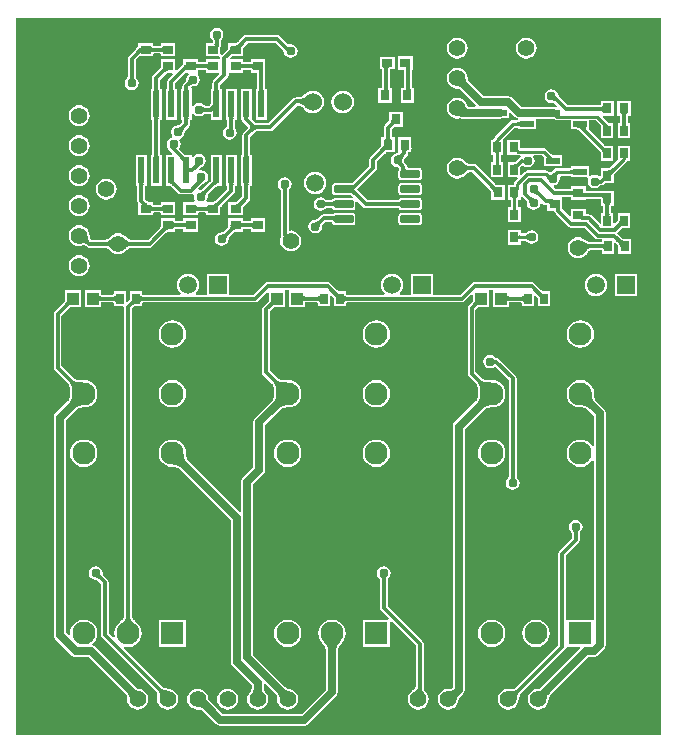
<source format=gtl>
G04*
G04 #@! TF.GenerationSoftware,Altium Limited,Altium Designer,23.9.2 (47)*
G04*
G04 Layer_Physical_Order=1*
G04 Layer_Color=255*
%FSLAX23Y23*%
%MOIN*%
G70*
G04*
G04 #@! TF.SameCoordinates,38144B03-EB42-4DC1-9BB8-05FB135C1F71*
G04*
G04*
G04 #@! TF.FilePolarity,Positive*
G04*
G01*
G75*
%ADD10C,0.010*%
%ADD30R,0.039X0.039*%
%ADD40R,0.045X0.024*%
%ADD41R,0.035X0.028*%
%ADD42R,0.035X0.031*%
%ADD43R,0.031X0.035*%
%ADD44R,0.031X0.035*%
%ADD45R,0.022X0.090*%
G04:AMPARAMS|DCode=46|XSize=26mil|YSize=65mil|CornerRadius=2mil|HoleSize=0mil|Usage=FLASHONLY|Rotation=90.000|XOffset=0mil|YOffset=0mil|HoleType=Round|Shape=RoundedRectangle|*
%AMROUNDEDRECTD46*
21,1,0.026,0.061,0,0,90.0*
21,1,0.022,0.065,0,0,90.0*
1,1,0.004,0.031,0.011*
1,1,0.004,0.031,-0.011*
1,1,0.004,-0.031,-0.011*
1,1,0.004,-0.031,0.011*
%
%ADD46ROUNDEDRECTD46*%
%ADD47R,0.028X0.035*%
%ADD48R,0.035X0.031*%
%ADD49C,0.012*%
%ADD50C,0.025*%
%ADD51C,0.060*%
%ADD52C,0.059*%
%ADD53C,0.250*%
%ADD54C,0.055*%
%ADD55R,0.059X0.059*%
%ADD56C,0.077*%
%ADD57R,0.077X0.077*%
%ADD58C,0.031*%
%ADD59C,0.030*%
G36*
X6780Y4950D02*
X6780Y2560D01*
X4630Y2560D01*
X4630Y4950D01*
X6780Y4950D01*
D02*
G37*
%LPC*%
G36*
X5044Y4868D02*
X5044Y4868D01*
X5037D01*
Y4861D01*
X5037Y4860D01*
X5037Y4859D01*
X5036Y4858D01*
X5036Y4857D01*
X5035Y4855D01*
X5034Y4853D01*
X5032Y4852D01*
X5029Y4848D01*
X5006Y4824D01*
X5003Y4820D01*
X5002Y4815D01*
Y4754D01*
X5002Y4754D01*
X5002Y4753D01*
X5001Y4752D01*
X5001Y4752D01*
X5001Y4751D01*
X5000Y4750D01*
X5000Y4750D01*
X5000Y4749D01*
X4999Y4749D01*
X4994Y4741D01*
X4992Y4733D01*
X4994Y4724D01*
X4999Y4716D01*
X5006Y4711D01*
X5015Y4710D01*
X5024Y4711D01*
X5031Y4716D01*
X5036Y4724D01*
X5038Y4733D01*
X5036Y4741D01*
X5031Y4749D01*
X5030Y4749D01*
X5030Y4750D01*
X5030Y4750D01*
X5029Y4751D01*
X5029Y4752D01*
X5029Y4752D01*
X5028Y4753D01*
X5028Y4754D01*
X5028Y4754D01*
Y4810D01*
X5041Y4822D01*
X5044D01*
X5044Y4822D01*
X5044Y4822D01*
X5086D01*
Y4831D01*
X5087Y4831D01*
X5088Y4832D01*
X5089Y4832D01*
X5110D01*
X5111Y4832D01*
X5112Y4831D01*
X5112Y4831D01*
Y4822D01*
X5161D01*
Y4868D01*
X5112D01*
Y4858D01*
X5112Y4858D01*
X5111Y4858D01*
X5110Y4858D01*
X5089D01*
X5088Y4858D01*
X5087Y4858D01*
X5086Y4858D01*
Y4868D01*
X5044D01*
X5044Y4868D01*
D02*
G37*
G36*
X5298Y4918D02*
X5290Y4916D01*
X5282Y4911D01*
X5277Y4904D01*
X5276Y4895D01*
X5277Y4886D01*
X5282Y4879D01*
X5283Y4878D01*
X5284Y4878D01*
X5284Y4877D01*
X5284Y4877D01*
X5285Y4876D01*
X5285Y4875D01*
X5285Y4874D01*
X5285Y4873D01*
X5285Y4873D01*
Y4870D01*
X5285Y4869D01*
X5285Y4868D01*
X5285Y4868D01*
X5262D01*
Y4822D01*
X5307D01*
X5311Y4818D01*
X5311Y4815D01*
X5310Y4813D01*
X5262D01*
Y4803D01*
X5262Y4803D01*
X5261Y4803D01*
X5260Y4803D01*
X5239D01*
X5238Y4803D01*
X5237Y4803D01*
X5236Y4803D01*
Y4813D01*
X5187D01*
Y4802D01*
X5187Y4801D01*
X5186Y4800D01*
X5186Y4798D01*
X5185Y4797D01*
X5184Y4795D01*
X5182Y4793D01*
X5179Y4789D01*
X5166Y4776D01*
X5161Y4778D01*
Y4813D01*
X5112D01*
Y4785D01*
X5111Y4784D01*
X5108Y4780D01*
X5087Y4759D01*
X5084Y4755D01*
X5083Y4750D01*
Y4716D01*
X5083Y4716D01*
X5083Y4714D01*
X5083Y4714D01*
X5079D01*
Y4707D01*
X5079Y4707D01*
X5079Y4707D01*
Y4618D01*
X5079Y4617D01*
X5079Y4617D01*
Y4610D01*
X5083D01*
X5083Y4608D01*
Y4553D01*
X5083Y4552D01*
Y4528D01*
X5083Y4527D01*
Y4496D01*
X5083Y4496D01*
X5083Y4494D01*
X5083Y4494D01*
X5079D01*
Y4487D01*
X5079Y4487D01*
X5079Y4487D01*
Y4390D01*
X5115D01*
Y4487D01*
X5115Y4487D01*
X5115Y4487D01*
Y4494D01*
X5110D01*
X5110Y4497D01*
Y4528D01*
X5110Y4529D01*
Y4551D01*
X5110Y4552D01*
Y4608D01*
X5110Y4609D01*
X5110Y4610D01*
X5110Y4610D01*
X5115D01*
Y4617D01*
X5115Y4617D01*
X5115Y4618D01*
Y4707D01*
X5115Y4707D01*
X5115Y4707D01*
Y4714D01*
X5110D01*
X5110Y4717D01*
Y4744D01*
X5128Y4763D01*
X5130Y4765D01*
X5132Y4766D01*
X5134Y4767D01*
X5134Y4767D01*
X5150D01*
X5152Y4762D01*
X5137Y4748D01*
X5135Y4743D01*
X5133Y4738D01*
Y4716D01*
X5133Y4716D01*
X5133Y4714D01*
X5133Y4714D01*
X5129D01*
Y4707D01*
X5129Y4707D01*
X5129Y4707D01*
Y4610D01*
X5165D01*
Y4707D01*
X5165Y4707D01*
X5165Y4707D01*
Y4714D01*
X5160D01*
X5160Y4717D01*
Y4733D01*
X5193Y4766D01*
X5193Y4766D01*
X5194Y4766D01*
X5194Y4767D01*
X5195Y4767D01*
X5195Y4767D01*
X5203D01*
X5205Y4762D01*
X5204Y4761D01*
X5199Y4754D01*
X5197Y4745D01*
X5197Y4744D01*
X5197Y4743D01*
X5197Y4743D01*
X5197Y4742D01*
X5197Y4741D01*
X5196Y4741D01*
X5196Y4740D01*
X5195Y4739D01*
X5195Y4739D01*
X5187Y4731D01*
X5185Y4727D01*
X5183Y4722D01*
Y4716D01*
X5183Y4716D01*
X5183Y4714D01*
X5183Y4714D01*
X5179D01*
Y4707D01*
X5179Y4707D01*
X5179Y4707D01*
Y4618D01*
X5179Y4617D01*
X5179Y4617D01*
Y4610D01*
X5183D01*
X5183Y4608D01*
Y4602D01*
X5176Y4595D01*
X5176Y4595D01*
X5175Y4594D01*
X5174Y4594D01*
X5174Y4593D01*
X5173Y4593D01*
X5172Y4593D01*
X5172Y4593D01*
X5171Y4593D01*
X5170Y4593D01*
X5161Y4591D01*
X5154Y4586D01*
X5149Y4579D01*
X5147Y4570D01*
X5149Y4561D01*
X5151Y4557D01*
X5149Y4552D01*
X5146Y4551D01*
X5139Y4546D01*
X5134Y4539D01*
X5132Y4530D01*
X5134Y4521D01*
X5136Y4517D01*
X5137Y4515D01*
X5140Y4511D01*
X5151Y4499D01*
X5149Y4494D01*
X5129D01*
Y4390D01*
X5144D01*
X5145Y4389D01*
X5149Y4387D01*
X5170Y4366D01*
X5174Y4363D01*
X5179Y4362D01*
X5212D01*
X5217Y4363D01*
X5219Y4364D01*
X5223Y4361D01*
X5222Y4355D01*
X5224Y4346D01*
X5226Y4343D01*
X5224Y4338D01*
X5187D01*
Y4292D01*
X5236D01*
Y4301D01*
X5237Y4301D01*
X5238Y4302D01*
X5239Y4302D01*
X5260D01*
X5261Y4302D01*
X5262Y4301D01*
X5262Y4301D01*
Y4292D01*
X5311D01*
Y4315D01*
X5311Y4315D01*
X5311Y4315D01*
Y4320D01*
X5312Y4321D01*
X5315Y4325D01*
X5356Y4366D01*
X5359Y4370D01*
X5360Y4375D01*
Y4388D01*
X5360Y4389D01*
X5360Y4390D01*
X5360Y4390D01*
X5365D01*
Y4397D01*
X5365Y4397D01*
X5365Y4398D01*
Y4494D01*
X5329D01*
Y4398D01*
X5329Y4397D01*
X5329Y4397D01*
Y4390D01*
X5333D01*
X5333Y4388D01*
Y4380D01*
X5294Y4341D01*
X5293Y4340D01*
X5291Y4339D01*
X5290Y4338D01*
X5290Y4338D01*
X5266D01*
X5264Y4343D01*
X5266Y4346D01*
X5268Y4355D01*
X5268Y4357D01*
Y4357D01*
X5268Y4357D01*
X5268Y4358D01*
X5268Y4359D01*
X5268Y4359D01*
X5269Y4360D01*
X5269Y4361D01*
X5269Y4361D01*
X5270Y4361D01*
X5294Y4386D01*
X5296Y4388D01*
X5298Y4389D01*
X5299Y4390D01*
X5315D01*
Y4494D01*
X5279D01*
Y4409D01*
X5278Y4408D01*
X5275Y4404D01*
X5251Y4380D01*
X5250Y4380D01*
X5250Y4379D01*
X5249Y4379D01*
X5248Y4378D01*
X5248Y4378D01*
X5247Y4378D01*
X5246Y4378D01*
X5246Y4378D01*
X5245Y4378D01*
X5240Y4377D01*
X5237Y4382D01*
X5252Y4396D01*
X5254Y4398D01*
X5254Y4398D01*
X5255Y4399D01*
X5256Y4399D01*
X5263Y4404D01*
X5268Y4411D01*
X5270Y4420D01*
X5268Y4429D01*
X5263Y4436D01*
X5256Y4441D01*
X5247Y4443D01*
X5242Y4442D01*
X5240Y4447D01*
X5244Y4451D01*
X5246Y4453D01*
X5247Y4453D01*
X5248Y4454D01*
X5248Y4454D01*
X5255Y4459D01*
X5260Y4466D01*
X5262Y4475D01*
X5260Y4484D01*
X5255Y4491D01*
X5248Y4496D01*
X5239Y4498D01*
X5230Y4496D01*
X5223Y4491D01*
X5220Y4486D01*
X5215Y4488D01*
Y4494D01*
X5198D01*
X5198Y4494D01*
X5198Y4494D01*
X5194D01*
X5194Y4495D01*
X5190Y4498D01*
X5172Y4515D01*
X5176Y4521D01*
X5178Y4530D01*
X5176Y4539D01*
X5174Y4543D01*
X5176Y4548D01*
X5179Y4549D01*
X5186Y4554D01*
X5191Y4561D01*
X5193Y4570D01*
X5193Y4571D01*
X5193Y4572D01*
X5193Y4572D01*
X5193Y4573D01*
X5193Y4574D01*
X5194Y4574D01*
X5194Y4575D01*
X5195Y4576D01*
X5195Y4576D01*
X5206Y4587D01*
X5209Y4592D01*
X5210Y4597D01*
Y4608D01*
X5210Y4609D01*
X5210Y4610D01*
X5210Y4610D01*
X5215D01*
Y4617D01*
X5215Y4617D01*
X5215Y4618D01*
Y4632D01*
X5220Y4633D01*
X5223Y4628D01*
X5230Y4623D01*
X5239Y4622D01*
X5248Y4623D01*
X5255Y4628D01*
X5256Y4629D01*
X5256Y4630D01*
X5257Y4630D01*
X5258Y4630D01*
X5258Y4631D01*
X5259Y4631D01*
X5260Y4631D01*
X5261Y4631D01*
X5261Y4631D01*
X5279D01*
Y4610D01*
X5315D01*
Y4707D01*
X5315Y4707D01*
X5315Y4707D01*
Y4714D01*
X5310D01*
X5310Y4717D01*
Y4727D01*
X5334Y4750D01*
X5336Y4755D01*
X5338Y4760D01*
Y4767D01*
X5386D01*
Y4776D01*
X5387Y4776D01*
X5388Y4776D01*
X5389Y4777D01*
X5410D01*
X5411Y4776D01*
X5412Y4776D01*
X5412Y4776D01*
Y4767D01*
X5433D01*
X5433Y4767D01*
X5433Y4766D01*
X5433Y4765D01*
Y4716D01*
X5433Y4716D01*
X5433Y4714D01*
X5433Y4714D01*
X5429D01*
Y4707D01*
X5429Y4707D01*
X5429Y4707D01*
Y4610D01*
X5465D01*
Y4707D01*
X5465Y4707D01*
X5465Y4707D01*
Y4714D01*
X5460D01*
X5460Y4717D01*
Y4767D01*
X5460Y4767D01*
X5461D01*
Y4774D01*
X5461Y4774D01*
X5461Y4774D01*
X5461Y4774D01*
X5461Y4774D01*
Y4813D01*
X5412D01*
Y4803D01*
X5412Y4803D01*
X5411Y4803D01*
X5410Y4803D01*
X5389D01*
X5388Y4803D01*
X5387Y4803D01*
X5386Y4803D01*
Y4813D01*
X5345D01*
X5343Y4817D01*
X5344Y4818D01*
X5346Y4820D01*
X5348Y4822D01*
X5348Y4822D01*
X5386D01*
Y4845D01*
X5386Y4845D01*
X5386Y4845D01*
Y4850D01*
X5387Y4851D01*
X5390Y4855D01*
X5402Y4867D01*
X5495D01*
X5520Y4842D01*
X5520Y4842D01*
X5520Y4841D01*
X5521Y4840D01*
X5521Y4839D01*
X5522Y4838D01*
X5522Y4838D01*
X5522Y4837D01*
X5523Y4836D01*
X5523Y4835D01*
X5523Y4834D01*
X5524Y4831D01*
X5529Y4824D01*
X5536Y4819D01*
X5545Y4817D01*
X5554Y4819D01*
X5561Y4824D01*
X5566Y4831D01*
X5568Y4840D01*
X5566Y4849D01*
X5561Y4856D01*
X5554Y4861D01*
X5545Y4863D01*
X5540Y4862D01*
X5540Y4862D01*
X5539Y4862D01*
X5539Y4862D01*
X5538Y4862D01*
X5538Y4862D01*
X5537Y4862D01*
X5537Y4862D01*
X5536Y4863D01*
X5536Y4863D01*
X5536Y4863D01*
X5509Y4889D01*
X5505Y4892D01*
X5500Y4893D01*
X5397D01*
X5392Y4892D01*
X5387Y4889D01*
X5373Y4875D01*
X5368Y4871D01*
X5366Y4869D01*
X5364Y4868D01*
X5364Y4868D01*
X5337D01*
Y4851D01*
X5337Y4850D01*
X5336Y4849D01*
X5335Y4848D01*
X5333Y4845D01*
X5316Y4828D01*
X5311Y4830D01*
Y4855D01*
X5312Y4857D01*
Y4873D01*
X5312Y4873D01*
X5312Y4874D01*
X5312Y4875D01*
X5312Y4876D01*
X5313Y4877D01*
X5313Y4877D01*
X5313Y4878D01*
X5314Y4878D01*
X5315Y4879D01*
X5320Y4886D01*
X5321Y4895D01*
X5320Y4904D01*
X5315Y4911D01*
X5307Y4916D01*
X5298Y4918D01*
D02*
G37*
G36*
X6330Y4885D02*
X6321Y4884D01*
X6313Y4880D01*
X6305Y4875D01*
X6300Y4867D01*
X6296Y4859D01*
X6295Y4850D01*
X6296Y4841D01*
X6300Y4833D01*
X6305Y4825D01*
X6313Y4820D01*
X6321Y4816D01*
X6330Y4815D01*
X6339Y4816D01*
X6347Y4820D01*
X6355Y4825D01*
X6360Y4833D01*
X6364Y4841D01*
X6365Y4850D01*
X6364Y4859D01*
X6360Y4867D01*
X6355Y4875D01*
X6347Y4880D01*
X6339Y4884D01*
X6330Y4885D01*
D02*
G37*
G36*
X6100D02*
X6091Y4884D01*
X6083Y4880D01*
X6075Y4875D01*
X6070Y4867D01*
X6066Y4859D01*
X6065Y4850D01*
X6066Y4841D01*
X6070Y4833D01*
X6075Y4825D01*
X6083Y4820D01*
X6091Y4816D01*
X6100Y4815D01*
X6109Y4816D01*
X6117Y4820D01*
X6125Y4825D01*
X6130Y4833D01*
X6134Y4841D01*
X6135Y4850D01*
X6134Y4859D01*
X6130Y4867D01*
X6125Y4875D01*
X6117Y4880D01*
X6109Y4884D01*
X6100Y4885D01*
D02*
G37*
G36*
X5952Y4823D02*
X5902D01*
Y4777D01*
X5923D01*
X5924Y4777D01*
X5924Y4776D01*
X5924Y4775D01*
Y4719D01*
X5924Y4718D01*
X5924Y4717D01*
X5924Y4716D01*
X5912D01*
Y4667D01*
X5957D01*
Y4716D01*
X5951D01*
X5951Y4717D01*
X5950Y4718D01*
X5950Y4719D01*
Y4777D01*
X5950Y4777D01*
X5952D01*
Y4784D01*
X5952Y4784D01*
X5952Y4784D01*
X5952Y4784D01*
X5952Y4784D01*
Y4823D01*
D02*
G37*
G36*
X5892Y4821D02*
X5842D01*
Y4779D01*
X5849D01*
X5849Y4779D01*
X5849Y4778D01*
X5849Y4777D01*
Y4719D01*
X5849Y4718D01*
X5849Y4717D01*
X5849Y4716D01*
X5837D01*
Y4667D01*
X5882D01*
Y4716D01*
X5876D01*
X5876Y4717D01*
X5876Y4718D01*
X5876Y4719D01*
Y4777D01*
X5876Y4778D01*
X5876Y4779D01*
X5876Y4779D01*
X5892D01*
Y4821D01*
D02*
G37*
G36*
X6100Y4785D02*
X6091Y4784D01*
X6083Y4780D01*
X6075Y4775D01*
X6070Y4767D01*
X6066Y4759D01*
X6065Y4750D01*
X6066Y4741D01*
X6070Y4733D01*
X6075Y4725D01*
X6083Y4720D01*
X6091Y4716D01*
X6100Y4715D01*
X6101Y4715D01*
X6101Y4715D01*
X6103Y4715D01*
X6104Y4715D01*
X6105Y4714D01*
X6107Y4714D01*
X6108Y4713D01*
X6110Y4712D01*
X6112Y4710D01*
X6162Y4660D01*
X6160Y4655D01*
X6139D01*
X6139Y4655D01*
X6137Y4655D01*
X6136Y4656D01*
X6135Y4656D01*
X6134Y4656D01*
X6134Y4657D01*
X6134Y4657D01*
X6134Y4657D01*
X6134Y4657D01*
X6134Y4659D01*
X6130Y4667D01*
X6125Y4675D01*
X6117Y4680D01*
X6109Y4684D01*
X6100Y4685D01*
X6091Y4684D01*
X6083Y4680D01*
X6075Y4675D01*
X6070Y4667D01*
X6066Y4659D01*
X6065Y4650D01*
X6066Y4641D01*
X6070Y4633D01*
X6075Y4625D01*
X6083Y4620D01*
X6091Y4616D01*
X6100Y4615D01*
X6109Y4616D01*
X6115Y4615D01*
X6244D01*
X6249Y4616D01*
X6273D01*
Y4633D01*
X6278Y4635D01*
X6292Y4621D01*
X6298Y4617D01*
X6303Y4616D01*
Y4610D01*
X6302Y4610D01*
X6302Y4610D01*
X6285D01*
X6281Y4609D01*
X6277Y4606D01*
X6225Y4554D01*
X6222Y4550D01*
X6221Y4545D01*
Y4545D01*
X6212D01*
Y4495D01*
X6221D01*
X6221Y4495D01*
X6221Y4495D01*
Y4470D01*
X6221Y4470D01*
X6221Y4470D01*
X6213D01*
Y4420D01*
X6254D01*
Y4470D01*
X6246D01*
X6246Y4470D01*
X6246Y4470D01*
Y4495D01*
X6246Y4495D01*
X6246Y4495D01*
X6254D01*
Y4545D01*
X6254D01*
X6253Y4547D01*
X6291Y4585D01*
X6302D01*
X6302Y4585D01*
X6303Y4585D01*
Y4579D01*
X6362D01*
Y4615D01*
X6420D01*
X6422Y4615D01*
X6423Y4615D01*
X6423Y4614D01*
X6424Y4614D01*
X6425Y4614D01*
X6425Y4613D01*
X6426Y4613D01*
X6430Y4610D01*
X6434Y4609D01*
X6480D01*
Y4579D01*
X6499D01*
X6499Y4579D01*
X6500Y4578D01*
X6501Y4578D01*
X6503Y4578D01*
X6504Y4577D01*
X6505Y4576D01*
X6506Y4575D01*
X6507Y4574D01*
X6576Y4506D01*
X6577Y4505D01*
X6578Y4503D01*
X6579Y4502D01*
X6580Y4501D01*
Y4497D01*
X6580Y4497D01*
X6580Y4497D01*
Y4475D01*
X6621D01*
Y4525D01*
X6599D01*
X6599Y4525D01*
X6599Y4525D01*
X6595D01*
X6594Y4525D01*
X6591Y4528D01*
X6539Y4580D01*
Y4609D01*
X6561D01*
X6579Y4592D01*
X6580Y4591D01*
Y4550D01*
X6621D01*
Y4600D01*
X6608D01*
X6608Y4600D01*
X6607Y4600D01*
X6606Y4600D01*
X6606Y4601D01*
X6605Y4601D01*
X6604Y4602D01*
X6603Y4603D01*
X6602Y4603D01*
X6585Y4621D01*
X6586Y4625D01*
X6623D01*
Y4675D01*
X6578D01*
Y4661D01*
X6577Y4661D01*
X6576Y4661D01*
X6575Y4661D01*
X6468D01*
X6440Y4689D01*
X6439Y4690D01*
X6438Y4691D01*
X6438Y4692D01*
X6437Y4693D01*
X6437Y4694D01*
X6437Y4695D01*
X6436Y4696D01*
X6436Y4696D01*
X6436Y4698D01*
X6431Y4706D01*
X6423Y4711D01*
X6414Y4712D01*
X6406Y4711D01*
X6398Y4706D01*
X6393Y4698D01*
X6392Y4689D01*
X6393Y4681D01*
X6398Y4673D01*
X6406Y4668D01*
X6414Y4666D01*
X6420Y4668D01*
X6421Y4668D01*
X6421Y4668D01*
X6422Y4668D01*
X6422Y4668D01*
X6422Y4668D01*
X6423Y4668D01*
X6423Y4668D01*
X6424Y4667D01*
X6424Y4667D01*
X6424Y4667D01*
X6433Y4658D01*
X6431Y4654D01*
X6426D01*
X6421Y4655D01*
X6314D01*
X6285Y4684D01*
X6278Y4688D01*
X6271Y4690D01*
X6188D01*
X6140Y4739D01*
X6138Y4740D01*
X6137Y4742D01*
X6136Y4743D01*
X6136Y4745D01*
X6135Y4746D01*
X6135Y4747D01*
X6135Y4749D01*
X6135Y4749D01*
X6135Y4750D01*
X6134Y4759D01*
X6130Y4767D01*
X6125Y4775D01*
X6117Y4780D01*
X6109Y4784D01*
X6100Y4785D01*
D02*
G37*
G36*
X5719Y4707D02*
X5709Y4706D01*
X5700Y4702D01*
X5692Y4696D01*
X5686Y4689D01*
X5683Y4680D01*
X5681Y4670D01*
X5683Y4660D01*
X5686Y4651D01*
X5692Y4644D01*
X5700Y4638D01*
X5709Y4634D01*
X5719Y4633D01*
X5728Y4634D01*
X5737Y4638D01*
X5745Y4644D01*
X5751Y4651D01*
X5755Y4660D01*
X5756Y4670D01*
X5755Y4680D01*
X5751Y4689D01*
X5745Y4696D01*
X5737Y4702D01*
X5728Y4706D01*
X5719Y4707D01*
D02*
G37*
G36*
X5415Y4714D02*
X5379D01*
Y4610D01*
X5384D01*
X5384Y4608D01*
X5387Y4603D01*
X5403Y4588D01*
X5403Y4587D01*
X5404Y4587D01*
X5404Y4586D01*
X5404Y4586D01*
X5404Y4586D01*
X5404Y4585D01*
X5403Y4584D01*
X5403Y4584D01*
X5387Y4568D01*
X5385Y4564D01*
X5383Y4559D01*
Y4496D01*
X5383Y4496D01*
X5383Y4494D01*
X5383Y4494D01*
X5379D01*
Y4487D01*
X5379Y4487D01*
X5379Y4487D01*
Y4398D01*
X5379Y4397D01*
X5379Y4397D01*
Y4390D01*
X5383D01*
X5383Y4388D01*
Y4355D01*
X5370Y4342D01*
X5368Y4340D01*
X5366Y4339D01*
X5365Y4338D01*
X5365Y4338D01*
X5337D01*
Y4292D01*
X5386D01*
Y4320D01*
X5387Y4321D01*
X5390Y4325D01*
X5406Y4341D01*
X5409Y4345D01*
X5410Y4350D01*
Y4388D01*
X5410Y4389D01*
X5410Y4390D01*
X5410Y4390D01*
X5415D01*
Y4397D01*
X5415Y4397D01*
X5415Y4398D01*
Y4487D01*
X5415Y4487D01*
X5415Y4487D01*
Y4494D01*
X5410D01*
X5410Y4497D01*
Y4553D01*
X5424Y4568D01*
X5425Y4569D01*
X5427Y4570D01*
X5428Y4570D01*
X5430Y4571D01*
X5431Y4572D01*
X5433Y4572D01*
X5435Y4573D01*
X5436Y4573D01*
X5477D01*
X5482Y4574D01*
X5486Y4577D01*
X5569Y4659D01*
X5572D01*
X5574Y4659D01*
X5576Y4658D01*
X5577Y4658D01*
X5579Y4656D01*
X5581Y4655D01*
X5583Y4653D01*
X5588Y4649D01*
X5590Y4646D01*
X5591Y4646D01*
X5592Y4644D01*
X5600Y4638D01*
X5609Y4634D01*
X5619Y4633D01*
X5628Y4634D01*
X5637Y4638D01*
X5645Y4644D01*
X5651Y4651D01*
X5655Y4660D01*
X5656Y4670D01*
X5655Y4680D01*
X5651Y4689D01*
X5645Y4696D01*
X5637Y4702D01*
X5628Y4706D01*
X5619Y4707D01*
X5609Y4706D01*
X5600Y4702D01*
X5595Y4698D01*
X5595Y4698D01*
X5593Y4697D01*
X5592Y4696D01*
X5592Y4696D01*
X5591Y4696D01*
X5586Y4691D01*
X5583Y4690D01*
X5581Y4688D01*
X5579Y4687D01*
X5577Y4686D01*
X5575Y4686D01*
X5573Y4686D01*
X5563D01*
X5558Y4685D01*
X5554Y4682D01*
X5472Y4599D01*
X5436D01*
X5435Y4599D01*
X5433Y4600D01*
X5431Y4600D01*
X5430Y4601D01*
X5428Y4601D01*
X5427Y4602D01*
X5425Y4603D01*
X5424Y4604D01*
X5415Y4614D01*
Y4714D01*
D02*
G37*
G36*
X4840Y4660D02*
X4831Y4659D01*
X4823Y4655D01*
X4815Y4650D01*
X4810Y4642D01*
X4806Y4634D01*
X4805Y4625D01*
X4806Y4616D01*
X4810Y4608D01*
X4815Y4600D01*
X4823Y4595D01*
X4831Y4591D01*
X4840Y4590D01*
X4849Y4591D01*
X4857Y4595D01*
X4865Y4600D01*
X4870Y4608D01*
X4874Y4616D01*
X4875Y4625D01*
X4874Y4634D01*
X4870Y4642D01*
X4865Y4650D01*
X4857Y4655D01*
X4849Y4659D01*
X4840Y4660D01*
D02*
G37*
G36*
X6678Y4675D02*
X6633D01*
Y4625D01*
X6642D01*
X6642Y4625D01*
X6642Y4624D01*
X6642Y4623D01*
Y4602D01*
X6642Y4601D01*
X6642Y4600D01*
X6642Y4600D01*
X6635D01*
Y4550D01*
X6676D01*
Y4600D01*
X6669D01*
X6669Y4600D01*
X6669Y4601D01*
X6669Y4602D01*
Y4623D01*
X6669Y4624D01*
X6669Y4625D01*
X6669Y4625D01*
X6678D01*
Y4675D01*
D02*
G37*
G36*
X5365Y4714D02*
X5329D01*
Y4618D01*
X5329Y4617D01*
X5329Y4617D01*
Y4610D01*
X5333D01*
X5333Y4608D01*
Y4591D01*
X5333Y4591D01*
X5333Y4590D01*
X5333Y4590D01*
X5333Y4589D01*
X5333Y4589D01*
X5333Y4589D01*
X5332Y4588D01*
X5332Y4588D01*
X5331Y4588D01*
X5331Y4587D01*
X5326Y4584D01*
X5321Y4577D01*
X5320Y4568D01*
X5321Y4559D01*
X5326Y4552D01*
X5334Y4547D01*
X5343Y4545D01*
X5351Y4547D01*
X5359Y4552D01*
X5364Y4559D01*
X5365Y4568D01*
X5364Y4577D01*
X5362Y4579D01*
X5362Y4579D01*
X5362Y4580D01*
X5361Y4581D01*
X5361Y4582D01*
X5361Y4583D01*
X5360Y4585D01*
X5360Y4586D01*
X5360Y4587D01*
Y4608D01*
X5360Y4609D01*
X5360Y4610D01*
X5360Y4610D01*
X5365D01*
Y4617D01*
X5365Y4617D01*
X5365Y4618D01*
Y4714D01*
D02*
G37*
G36*
X4840Y4560D02*
X4831Y4559D01*
X4823Y4555D01*
X4815Y4550D01*
X4810Y4542D01*
X4806Y4534D01*
X4805Y4525D01*
X4806Y4516D01*
X4810Y4508D01*
X4815Y4500D01*
X4823Y4495D01*
X4831Y4491D01*
X4840Y4490D01*
X4849Y4491D01*
X4857Y4495D01*
X4865Y4500D01*
X4870Y4508D01*
X4874Y4516D01*
X4875Y4525D01*
X4874Y4534D01*
X4870Y4542D01*
X4865Y4550D01*
X4857Y4555D01*
X4849Y4559D01*
X4840Y4560D01*
D02*
G37*
G36*
X5947Y4552D02*
X5902D01*
Y4504D01*
X5902Y4503D01*
X5899Y4499D01*
X5893Y4498D01*
X5885Y4493D01*
X5880Y4485D01*
X5879Y4477D01*
X5880Y4468D01*
X5885Y4460D01*
X5893Y4455D01*
X5897Y4455D01*
X5897Y4454D01*
X5898Y4454D01*
X5899Y4454D01*
X5900Y4454D01*
X5901Y4453D01*
X5902Y4453D01*
X5903Y4452D01*
X5903Y4452D01*
X5904Y4451D01*
X5905Y4451D01*
X5907Y4447D01*
X5906Y4446D01*
X5905Y4444D01*
X5904Y4441D01*
Y4419D01*
X5905Y4416D01*
X5907Y4413D01*
X5910Y4411D01*
X5914Y4410D01*
X5975D01*
X5978Y4411D01*
X5981Y4413D01*
X5983Y4416D01*
X5984Y4419D01*
Y4441D01*
X5983Y4444D01*
X5981Y4447D01*
X5978Y4449D01*
X5975Y4450D01*
X5935D01*
X5935Y4450D01*
Y4453D01*
X5934Y4458D01*
X5931Y4462D01*
X5925Y4468D01*
X5925Y4468D01*
X5924Y4469D01*
X5924Y4469D01*
X5924Y4470D01*
X5924Y4470D01*
X5924Y4471D01*
X5924Y4471D01*
X5924Y4472D01*
X5924Y4473D01*
X5924Y4473D01*
X5924Y4477D01*
X5924Y4478D01*
X5924Y4479D01*
X5924Y4479D01*
X5925Y4480D01*
X5925Y4481D01*
X5925Y4481D01*
X5926Y4482D01*
X5926Y4483D01*
X5926Y4483D01*
X5933Y4489D01*
X5936Y4494D01*
X5937Y4499D01*
Y4501D01*
X5937Y4502D01*
X5937Y4503D01*
X5947D01*
Y4514D01*
X5948Y4516D01*
X5947Y4517D01*
Y4552D01*
D02*
G37*
G36*
X4840Y4460D02*
X4831Y4459D01*
X4823Y4455D01*
X4815Y4450D01*
X4810Y4442D01*
X4806Y4434D01*
X4805Y4425D01*
X4806Y4416D01*
X4810Y4408D01*
X4815Y4400D01*
X4823Y4395D01*
X4831Y4391D01*
X4840Y4390D01*
X4849Y4391D01*
X4857Y4395D01*
X4865Y4400D01*
X4870Y4408D01*
X4874Y4416D01*
X4875Y4425D01*
X4874Y4434D01*
X4870Y4442D01*
X4865Y4450D01*
X4857Y4455D01*
X4849Y4459D01*
X4840Y4460D01*
D02*
G37*
G36*
X6309Y4545D02*
X6267D01*
Y4495D01*
X6296D01*
X6298Y4494D01*
X6303Y4493D01*
X6309D01*
X6312Y4488D01*
X6312Y4487D01*
X6310Y4486D01*
X6306Y4484D01*
X6295Y4473D01*
X6293Y4471D01*
X6292Y4470D01*
X6291Y4470D01*
X6268D01*
Y4420D01*
X6301D01*
X6303Y4416D01*
X6293Y4406D01*
X6290Y4402D01*
X6289Y4397D01*
Y4395D01*
X6289Y4395D01*
X6268D01*
Y4345D01*
X6278D01*
X6278Y4345D01*
X6278Y4345D01*
Y4320D01*
X6278Y4320D01*
X6278Y4320D01*
X6268D01*
Y4270D01*
X6313D01*
Y4320D01*
X6303D01*
X6303Y4320D01*
X6303Y4320D01*
Y4345D01*
X6303Y4345D01*
X6303Y4345D01*
X6313D01*
Y4351D01*
X6314Y4352D01*
X6318Y4353D01*
X6331Y4341D01*
X6331Y4341D01*
X6331Y4340D01*
X6332Y4339D01*
X6332Y4339D01*
X6332Y4338D01*
X6332Y4337D01*
X6332Y4337D01*
X6332Y4336D01*
X6332Y4336D01*
X6332Y4334D01*
X6334Y4325D01*
X6339Y4318D01*
X6346Y4313D01*
X6355Y4311D01*
X6364Y4313D01*
X6371Y4318D01*
X6376Y4325D01*
X6378Y4332D01*
X6383Y4334D01*
X6386Y4330D01*
X6390Y4328D01*
X6395Y4326D01*
X6399D01*
X6399Y4326D01*
X6401Y4326D01*
X6401Y4326D01*
Y4307D01*
X6424D01*
X6425Y4303D01*
X6428Y4298D01*
X6472Y4254D01*
X6476Y4252D01*
X6481Y4251D01*
X6525D01*
X6560Y4216D01*
X6564Y4213D01*
X6569Y4212D01*
X6582D01*
Y4204D01*
X6581Y4204D01*
X6580Y4203D01*
X6579Y4203D01*
X6544D01*
X6543Y4203D01*
X6541Y4204D01*
X6539Y4205D01*
X6537Y4205D01*
X6535Y4206D01*
X6526Y4211D01*
X6523Y4213D01*
X6523Y4214D01*
X6521Y4215D01*
X6513Y4219D01*
X6504Y4220D01*
X6495Y4219D01*
X6486Y4215D01*
X6479Y4210D01*
X6473Y4202D01*
X6470Y4194D01*
X6469Y4185D01*
X6470Y4176D01*
X6473Y4168D01*
X6479Y4160D01*
X6486Y4155D01*
X6495Y4151D01*
X6504Y4150D01*
X6513Y4151D01*
X6521Y4155D01*
X6528Y4160D01*
X6532Y4165D01*
X6532Y4165D01*
X6534Y4167D01*
X6534Y4168D01*
X6534Y4168D01*
X6534Y4168D01*
X6536Y4170D01*
X6537Y4172D01*
X6539Y4173D01*
X6540Y4174D01*
X6542Y4175D01*
X6543Y4176D01*
X6545Y4177D01*
X6546Y4177D01*
X6579D01*
X6580Y4177D01*
X6581Y4176D01*
X6582Y4176D01*
Y4165D01*
X6623D01*
Y4199D01*
X6628Y4201D01*
X6630Y4199D01*
X6634Y4195D01*
X6635Y4193D01*
X6636Y4191D01*
X6637Y4190D01*
Y4165D01*
X6678D01*
Y4215D01*
X6652D01*
X6652Y4215D01*
X6648Y4218D01*
X6634Y4232D01*
X6634Y4235D01*
X6645Y4246D01*
X6648Y4248D01*
X6649Y4250D01*
X6650Y4250D01*
X6676D01*
Y4300D01*
X6635D01*
Y4275D01*
X6634Y4274D01*
X6633Y4272D01*
X6627Y4266D01*
X6626Y4264D01*
X6621Y4266D01*
Y4300D01*
X6614D01*
X6614Y4300D01*
X6614Y4301D01*
X6614Y4302D01*
Y4323D01*
X6614Y4324D01*
X6614Y4325D01*
X6614Y4325D01*
X6623D01*
Y4375D01*
X6585D01*
X6585Y4375D01*
X6585Y4375D01*
X6585Y4375D01*
X6584Y4375D01*
X6578D01*
Y4373D01*
X6576Y4373D01*
X6531D01*
X6531Y4373D01*
X6529Y4374D01*
X6529Y4374D01*
Y4390D01*
X6480D01*
Y4381D01*
X6479Y4381D01*
X6478Y4381D01*
X6477Y4381D01*
X6429D01*
X6423Y4387D01*
X6424Y4393D01*
X6429Y4394D01*
X6436Y4399D01*
X6441Y4406D01*
X6443Y4415D01*
X6442Y4420D01*
X6446Y4425D01*
X6479D01*
X6479Y4425D01*
X6480Y4425D01*
Y4419D01*
X6534D01*
X6537Y4414D01*
X6537Y4414D01*
X6535Y4405D01*
X6537Y4396D01*
X6542Y4389D01*
X6549Y4384D01*
X6558Y4382D01*
X6567Y4384D01*
X6574Y4389D01*
X6576Y4392D01*
X6576Y4392D01*
X6578Y4392D01*
X6580D01*
X6585Y4393D01*
X6590Y4396D01*
X6594Y4400D01*
X6623D01*
Y4430D01*
X6624Y4431D01*
X6626Y4433D01*
X6664Y4471D01*
X6667Y4475D01*
X6676D01*
Y4525D01*
X6635D01*
Y4477D01*
X6611Y4453D01*
X6609Y4451D01*
X6608Y4450D01*
X6607Y4450D01*
X6578D01*
Y4424D01*
X6577Y4424D01*
X6573Y4422D01*
X6567Y4426D01*
X6558Y4428D01*
X6549Y4426D01*
X6544Y4423D01*
X6539Y4425D01*
Y4456D01*
X6480D01*
Y4450D01*
X6479Y4450D01*
X6479Y4450D01*
X6433D01*
X6428Y4449D01*
X6424Y4446D01*
X6418Y4440D01*
X6417Y4440D01*
X6416Y4438D01*
X6415Y4438D01*
X6412Y4436D01*
X6411Y4436D01*
X6410Y4435D01*
X6409Y4435D01*
X6409Y4435D01*
X6409Y4435D01*
X6409Y4435D01*
X6408Y4435D01*
X6408Y4435D01*
X6408Y4435D01*
X6407Y4435D01*
X6407Y4436D01*
X6405Y4438D01*
X6401Y4441D01*
X6396Y4442D01*
X6334D01*
X6329Y4441D01*
X6325Y4438D01*
X6314Y4427D01*
X6309Y4429D01*
Y4452D01*
X6310Y4452D01*
X6312Y4455D01*
X6316Y4459D01*
X6319Y4459D01*
X6327Y4454D01*
X6335Y4452D01*
X6344Y4454D01*
X6352Y4459D01*
X6357Y4466D01*
X6358Y4475D01*
X6357Y4484D01*
X6354Y4488D01*
X6357Y4493D01*
X6384D01*
X6390Y4486D01*
X6391Y4485D01*
Y4456D01*
X6450D01*
Y4494D01*
X6420D01*
X6420Y4494D01*
X6419Y4494D01*
X6418Y4494D01*
X6417Y4495D01*
X6416Y4495D01*
X6415Y4496D01*
X6414Y4497D01*
X6414Y4497D01*
X6397Y4514D01*
X6393Y4516D01*
X6389Y4517D01*
X6309D01*
Y4545D01*
D02*
G37*
G36*
X5627Y4437D02*
X5617Y4436D01*
X5608Y4432D01*
X5601Y4426D01*
X5595Y4419D01*
X5591Y4410D01*
X5590Y4400D01*
X5591Y4391D01*
X5595Y4382D01*
X5601Y4374D01*
X5608Y4368D01*
X5617Y4365D01*
X5627Y4363D01*
X5636Y4365D01*
X5645Y4368D01*
X5653Y4374D01*
X5659Y4382D01*
X5662Y4391D01*
X5664Y4400D01*
X5662Y4410D01*
X5659Y4419D01*
X5653Y4426D01*
X5645Y4432D01*
X5636Y4436D01*
X5627Y4437D01*
D02*
G37*
G36*
X5975Y4400D02*
X5914D01*
X5910Y4399D01*
X5907Y4397D01*
X5905Y4394D01*
X5904Y4391D01*
Y4369D01*
X5905Y4366D01*
X5907Y4363D01*
X5910Y4361D01*
X5914Y4360D01*
X5975D01*
X5978Y4361D01*
X5981Y4363D01*
X5983Y4366D01*
X5984Y4369D01*
Y4391D01*
X5983Y4394D01*
X5981Y4397D01*
X5978Y4399D01*
X5975Y4400D01*
D02*
G37*
G36*
X6100Y4485D02*
X6091Y4484D01*
X6083Y4480D01*
X6075Y4475D01*
X6070Y4467D01*
X6066Y4459D01*
X6065Y4450D01*
X6066Y4441D01*
X6070Y4433D01*
X6075Y4425D01*
X6083Y4420D01*
X6091Y4416D01*
X6100Y4415D01*
X6109Y4416D01*
X6117Y4420D01*
X6125Y4425D01*
X6125Y4426D01*
X6127Y4428D01*
X6129Y4430D01*
X6132Y4432D01*
X6134Y4433D01*
X6136Y4434D01*
X6137Y4435D01*
X6139Y4436D01*
X6141Y4437D01*
X6142Y4437D01*
X6150D01*
X6208Y4378D01*
X6210Y4376D01*
X6211Y4375D01*
X6212Y4373D01*
X6213Y4373D01*
Y4345D01*
X6258D01*
Y4395D01*
X6230D01*
X6229Y4395D01*
X6226Y4398D01*
X6165Y4459D01*
X6160Y4462D01*
X6155Y4463D01*
X6142D01*
X6141Y4463D01*
X6139Y4464D01*
X6137Y4465D01*
X6136Y4466D01*
X6134Y4467D01*
X6132Y4468D01*
X6127Y4472D01*
X6125Y4474D01*
X6125Y4475D01*
X6117Y4480D01*
X6109Y4484D01*
X6100Y4485D01*
D02*
G37*
G36*
X4930Y4415D02*
X4921Y4414D01*
X4913Y4410D01*
X4905Y4405D01*
X4900Y4397D01*
X4896Y4389D01*
X4895Y4380D01*
X4896Y4371D01*
X4900Y4363D01*
X4905Y4355D01*
X4913Y4350D01*
X4921Y4346D01*
X4930Y4345D01*
X4939Y4346D01*
X4947Y4350D01*
X4955Y4355D01*
X4960Y4363D01*
X4964Y4371D01*
X4965Y4380D01*
X4964Y4389D01*
X4960Y4397D01*
X4955Y4405D01*
X4947Y4410D01*
X4939Y4414D01*
X4930Y4415D01*
D02*
G37*
G36*
X5920Y4638D02*
X5874D01*
Y4611D01*
X5874Y4610D01*
X5873Y4609D01*
X5867Y4602D01*
X5860Y4595D01*
X5857Y4591D01*
X5856Y4585D01*
Y4554D01*
X5856Y4554D01*
X5856Y4552D01*
X5856Y4552D01*
X5847D01*
Y4525D01*
X5847Y4525D01*
X5845Y4523D01*
X5839Y4516D01*
X5811Y4487D01*
X5808Y4483D01*
X5807Y4478D01*
Y4457D01*
X5750Y4400D01*
X5728D01*
X5728Y4400D01*
X5691D01*
X5688Y4399D01*
X5685Y4397D01*
X5683Y4394D01*
X5682Y4391D01*
Y4369D01*
X5683Y4366D01*
X5685Y4363D01*
X5688Y4361D01*
X5691Y4360D01*
X5746D01*
X5747Y4360D01*
X5750Y4357D01*
X5752Y4355D01*
X5750Y4350D01*
X5691D01*
X5688Y4349D01*
X5686Y4348D01*
X5685Y4348D01*
X5685Y4347D01*
X5685Y4347D01*
X5685Y4347D01*
X5685Y4347D01*
X5685Y4347D01*
X5684Y4346D01*
X5683Y4345D01*
X5683Y4345D01*
X5683Y4345D01*
X5683Y4345D01*
X5683Y4345D01*
X5682Y4344D01*
X5682Y4344D01*
X5681Y4344D01*
X5680Y4344D01*
X5679Y4344D01*
X5666D01*
X5666Y4344D01*
X5665Y4344D01*
X5665Y4344D01*
X5664Y4344D01*
X5663Y4345D01*
X5662Y4345D01*
X5662Y4345D01*
X5662Y4345D01*
X5661Y4346D01*
X5654Y4351D01*
X5645Y4353D01*
X5636Y4351D01*
X5629Y4346D01*
X5624Y4339D01*
X5623Y4336D01*
X5623Y4336D01*
X5622Y4330D01*
X5623Y4325D01*
X5623Y4325D01*
X5624Y4321D01*
X5629Y4314D01*
X5636Y4309D01*
X5645Y4307D01*
X5654Y4309D01*
X5661Y4314D01*
X5662Y4315D01*
X5662Y4315D01*
X5663Y4316D01*
X5663Y4316D01*
X5664Y4316D01*
X5664Y4317D01*
X5665Y4317D01*
X5666Y4317D01*
X5667Y4317D01*
X5667Y4317D01*
X5680D01*
X5681Y4317D01*
X5682Y4317D01*
X5682Y4317D01*
X5683Y4316D01*
X5685Y4313D01*
X5688Y4311D01*
X5691Y4310D01*
X5752D01*
X5756Y4311D01*
X5759Y4313D01*
X5761Y4316D01*
X5761Y4319D01*
Y4338D01*
X5766Y4341D01*
X5786Y4321D01*
X5791Y4318D01*
X5796Y4317D01*
X5902D01*
X5903Y4317D01*
X5905Y4316D01*
X5905Y4316D01*
X5905Y4316D01*
X5907Y4313D01*
X5910Y4311D01*
X5914Y4310D01*
X5975D01*
X5978Y4311D01*
X5981Y4313D01*
X5983Y4316D01*
X5984Y4319D01*
Y4341D01*
X5983Y4344D01*
X5981Y4347D01*
X5978Y4349D01*
X5975Y4350D01*
X5914D01*
X5910Y4349D01*
X5907Y4347D01*
X5905Y4344D01*
X5905Y4344D01*
X5905Y4344D01*
X5903Y4343D01*
X5902Y4343D01*
X5801D01*
X5766Y4379D01*
X5829Y4442D01*
X5832Y4446D01*
X5833Y4451D01*
Y4472D01*
X5859Y4498D01*
X5862Y4501D01*
X5863Y4502D01*
X5864Y4503D01*
X5892D01*
Y4552D01*
X5883D01*
X5883Y4552D01*
X5883Y4554D01*
X5883Y4554D01*
Y4580D01*
X5887Y4584D01*
X5889Y4586D01*
X5891Y4588D01*
X5892Y4588D01*
X5920D01*
Y4638D01*
D02*
G37*
G36*
X5065Y4494D02*
X5029D01*
Y4398D01*
X5029Y4397D01*
X5029Y4397D01*
Y4390D01*
X5033D01*
X5033Y4388D01*
Y4340D01*
X5035Y4335D01*
X5037Y4331D01*
X5037Y4331D01*
X5037Y4331D01*
X5037Y4331D01*
Y4331D01*
X5037Y4331D01*
X5037Y4330D01*
Y4292D01*
X5086D01*
Y4301D01*
X5087Y4301D01*
X5088Y4302D01*
X5089Y4302D01*
X5110D01*
X5111Y4302D01*
X5112Y4301D01*
X5112Y4301D01*
Y4292D01*
X5161D01*
Y4338D01*
X5112D01*
Y4328D01*
X5112Y4328D01*
X5111Y4328D01*
X5110Y4328D01*
X5089D01*
X5088Y4328D01*
X5087Y4328D01*
X5086Y4328D01*
Y4338D01*
X5073D01*
X5073Y4338D01*
X5072Y4338D01*
X5071Y4338D01*
X5070Y4338D01*
X5069Y4339D01*
X5068Y4339D01*
X5067Y4340D01*
X5065Y4341D01*
X5064Y4342D01*
X5063Y4342D01*
X5060Y4345D01*
Y4388D01*
X5060Y4389D01*
X5060Y4390D01*
X5060Y4390D01*
X5065D01*
Y4397D01*
X5065Y4397D01*
X5065Y4398D01*
Y4494D01*
D02*
G37*
G36*
X4840Y4360D02*
X4831Y4359D01*
X4823Y4355D01*
X4815Y4350D01*
X4810Y4342D01*
X4806Y4334D01*
X4805Y4325D01*
X4806Y4316D01*
X4810Y4308D01*
X4815Y4300D01*
X4823Y4295D01*
X4831Y4291D01*
X4840Y4290D01*
X4849Y4291D01*
X4857Y4295D01*
X4865Y4300D01*
X4870Y4308D01*
X4874Y4316D01*
X4875Y4325D01*
X4874Y4334D01*
X4870Y4342D01*
X4865Y4350D01*
X4857Y4355D01*
X4849Y4359D01*
X4840Y4360D01*
D02*
G37*
G36*
X5752Y4300D02*
X5691D01*
X5688Y4299D01*
X5686Y4298D01*
X5685Y4298D01*
X5685Y4298D01*
X5685Y4297D01*
X5685Y4297D01*
X5685Y4297D01*
X5684Y4297D01*
X5684Y4297D01*
X5683Y4296D01*
X5682Y4296D01*
X5680Y4296D01*
X5655D01*
X5650Y4295D01*
X5645Y4292D01*
X5633Y4280D01*
X5633Y4280D01*
X5632Y4279D01*
X5631Y4279D01*
X5630Y4278D01*
X5630Y4278D01*
X5629Y4278D01*
X5628Y4278D01*
X5628Y4278D01*
X5627Y4278D01*
X5618Y4276D01*
X5611Y4271D01*
X5606Y4264D01*
X5604Y4255D01*
X5606Y4246D01*
X5611Y4239D01*
X5618Y4234D01*
X5627Y4232D01*
X5636Y4234D01*
X5643Y4239D01*
X5648Y4246D01*
X5650Y4255D01*
X5649Y4256D01*
X5649Y4257D01*
X5650Y4257D01*
X5650Y4258D01*
X5650Y4259D01*
X5650Y4259D01*
X5651Y4260D01*
X5651Y4261D01*
X5651Y4261D01*
X5660Y4270D01*
X5680D01*
X5681Y4270D01*
X5682Y4269D01*
X5682Y4269D01*
Y4269D01*
X5683Y4266D01*
X5685Y4263D01*
X5688Y4261D01*
X5691Y4260D01*
X5752D01*
X5756Y4261D01*
X5759Y4263D01*
X5761Y4266D01*
X5761Y4269D01*
Y4291D01*
X5761Y4294D01*
X5759Y4297D01*
X5756Y4299D01*
X5752Y4300D01*
D02*
G37*
G36*
X5461Y4283D02*
X5412D01*
Y4273D01*
X5412Y4273D01*
X5411Y4273D01*
X5410Y4273D01*
X5389D01*
X5388Y4273D01*
X5387Y4273D01*
X5386Y4273D01*
Y4283D01*
X5337D01*
Y4260D01*
X5337Y4259D01*
X5337Y4259D01*
Y4255D01*
X5336Y4254D01*
X5333Y4250D01*
X5321Y4238D01*
X5321Y4238D01*
X5320Y4237D01*
X5319Y4237D01*
X5319Y4236D01*
X5318Y4236D01*
X5317Y4236D01*
X5317Y4236D01*
X5316Y4236D01*
X5315Y4236D01*
X5306Y4234D01*
X5299Y4229D01*
X5294Y4222D01*
X5292Y4213D01*
X5294Y4204D01*
X5299Y4197D01*
X5306Y4192D01*
X5315Y4190D01*
X5324Y4192D01*
X5331Y4197D01*
X5336Y4204D01*
X5338Y4213D01*
X5338Y4214D01*
X5338Y4215D01*
X5338Y4215D01*
X5338Y4216D01*
X5338Y4217D01*
X5339Y4217D01*
X5339Y4218D01*
X5340Y4219D01*
X5340Y4219D01*
X5354Y4233D01*
X5355Y4234D01*
X5357Y4236D01*
X5359Y4237D01*
X5359Y4237D01*
X5386D01*
Y4246D01*
X5387Y4246D01*
X5388Y4246D01*
X5389Y4247D01*
X5410D01*
X5411Y4246D01*
X5412Y4246D01*
X5412Y4246D01*
Y4237D01*
X5461D01*
Y4283D01*
D02*
G37*
G36*
X5236D02*
X5187D01*
Y4273D01*
X5187Y4273D01*
X5186Y4273D01*
X5185Y4273D01*
X5164D01*
X5163Y4273D01*
X5162Y4273D01*
X5161Y4273D01*
Y4283D01*
X5112D01*
Y4260D01*
X5112Y4259D01*
X5112Y4259D01*
Y4255D01*
X5111Y4254D01*
X5108Y4250D01*
X5070Y4211D01*
X5012D01*
X5011Y4212D01*
X5009Y4212D01*
X5007Y4213D01*
X5006Y4214D01*
X5004Y4215D01*
X5002Y4216D01*
X4997Y4220D01*
X4995Y4222D01*
X4995Y4223D01*
X4987Y4228D01*
X4979Y4232D01*
X4970Y4233D01*
X4961Y4232D01*
X4953Y4228D01*
X4945Y4223D01*
X4945Y4222D01*
X4943Y4220D01*
X4941Y4218D01*
X4938Y4216D01*
X4936Y4215D01*
X4934Y4214D01*
X4933Y4213D01*
X4931Y4212D01*
X4929Y4212D01*
X4928Y4211D01*
X4879D01*
X4879Y4212D01*
X4878Y4214D01*
X4877Y4216D01*
X4876Y4218D01*
X4876Y4220D01*
X4875Y4225D01*
X4875Y4228D01*
X4874Y4228D01*
X4874Y4228D01*
X4874Y4229D01*
X4874Y4234D01*
X4870Y4242D01*
X4865Y4250D01*
X4857Y4255D01*
X4849Y4259D01*
X4840Y4260D01*
X4831Y4259D01*
X4823Y4255D01*
X4815Y4250D01*
X4810Y4242D01*
X4806Y4234D01*
X4805Y4225D01*
X4806Y4216D01*
X4810Y4208D01*
X4815Y4200D01*
X4823Y4195D01*
X4831Y4191D01*
X4840Y4190D01*
X4849Y4191D01*
X4850Y4192D01*
X4851Y4192D01*
X4853Y4192D01*
X4855Y4192D01*
X4856Y4192D01*
X4858Y4192D01*
X4859Y4192D01*
X4861Y4191D01*
X4862Y4191D01*
X4863Y4190D01*
X4864Y4189D01*
X4868Y4186D01*
X4873Y4185D01*
X4928D01*
X4929Y4185D01*
X4931Y4184D01*
X4933Y4184D01*
X4934Y4183D01*
X4936Y4181D01*
X4938Y4180D01*
X4943Y4176D01*
X4945Y4174D01*
X4945Y4174D01*
X4953Y4168D01*
X4961Y4165D01*
X4970Y4163D01*
X4979Y4165D01*
X4987Y4168D01*
X4995Y4174D01*
X4995Y4174D01*
X4997Y4176D01*
X4999Y4178D01*
X5002Y4180D01*
X5004Y4181D01*
X5006Y4183D01*
X5007Y4184D01*
X5009Y4184D01*
X5011Y4185D01*
X5012Y4185D01*
X5075D01*
X5080Y4186D01*
X5084Y4189D01*
X5129Y4233D01*
X5130Y4234D01*
X5132Y4236D01*
X5134Y4237D01*
X5134Y4237D01*
X5161D01*
Y4246D01*
X5162Y4246D01*
X5163Y4246D01*
X5164Y4247D01*
X5185D01*
X5186Y4246D01*
X5187Y4246D01*
X5187Y4246D01*
Y4237D01*
X5236D01*
Y4283D01*
D02*
G37*
G36*
X5975Y4300D02*
X5914D01*
X5910Y4299D01*
X5907Y4297D01*
X5905Y4294D01*
X5904Y4291D01*
Y4269D01*
X5905Y4266D01*
X5907Y4263D01*
X5910Y4261D01*
X5914Y4260D01*
X5975D01*
X5978Y4261D01*
X5981Y4263D01*
X5983Y4266D01*
X5984Y4269D01*
Y4291D01*
X5983Y4294D01*
X5981Y4297D01*
X5978Y4299D01*
X5975Y4300D01*
D02*
G37*
G36*
X6313Y4245D02*
X6268D01*
Y4195D01*
X6313D01*
Y4208D01*
X6313Y4208D01*
X6314Y4208D01*
X6325D01*
X6326Y4208D01*
X6326Y4208D01*
X6327Y4207D01*
X6328Y4207D01*
X6329Y4207D01*
X6329Y4206D01*
X6330Y4206D01*
X6331Y4205D01*
X6332Y4204D01*
X6339Y4199D01*
X6348Y4197D01*
X6357Y4199D01*
X6364Y4204D01*
X6369Y4211D01*
X6371Y4220D01*
X6369Y4229D01*
X6364Y4236D01*
X6357Y4241D01*
X6348Y4243D01*
X6339Y4241D01*
X6332Y4236D01*
X6331Y4235D01*
X6330Y4234D01*
X6329Y4234D01*
X6329Y4233D01*
X6328Y4233D01*
X6327Y4233D01*
X6326Y4232D01*
X6326Y4232D01*
X6325Y4232D01*
X6314D01*
X6313Y4232D01*
X6313Y4232D01*
Y4245D01*
D02*
G37*
G36*
X5525Y4420D02*
X5516Y4418D01*
X5509Y4413D01*
X5504Y4406D01*
X5502Y4397D01*
X5504Y4388D01*
X5509Y4381D01*
X5510Y4380D01*
X5510Y4380D01*
X5510Y4379D01*
X5511Y4378D01*
X5511Y4378D01*
X5511Y4377D01*
X5512Y4376D01*
X5512Y4375D01*
X5512Y4375D01*
Y4227D01*
X5513Y4222D01*
X5513Y4221D01*
X5511Y4216D01*
X5510Y4207D01*
X5511Y4198D01*
X5515Y4189D01*
X5520Y4182D01*
X5528Y4177D01*
X5536Y4173D01*
X5545Y4172D01*
X5554Y4173D01*
X5562Y4177D01*
X5570Y4182D01*
X5575Y4189D01*
X5579Y4198D01*
X5580Y4207D01*
X5579Y4216D01*
X5575Y4224D01*
X5570Y4231D01*
X5562Y4237D01*
X5554Y4240D01*
X5545Y4242D01*
X5542Y4241D01*
X5538Y4244D01*
Y4375D01*
X5538Y4375D01*
X5538Y4376D01*
X5539Y4377D01*
X5539Y4378D01*
X5539Y4378D01*
X5540Y4379D01*
X5540Y4380D01*
X5540Y4380D01*
X5541Y4381D01*
X5546Y4388D01*
X5548Y4397D01*
X5546Y4406D01*
X5541Y4413D01*
X5534Y4418D01*
X5525Y4420D01*
D02*
G37*
G36*
X4840Y4160D02*
X4831Y4159D01*
X4823Y4155D01*
X4815Y4150D01*
X4810Y4142D01*
X4806Y4134D01*
X4805Y4125D01*
X4806Y4116D01*
X4810Y4108D01*
X4815Y4100D01*
X4823Y4095D01*
X4831Y4091D01*
X4840Y4090D01*
X4849Y4091D01*
X4857Y4095D01*
X4865Y4100D01*
X4870Y4108D01*
X4874Y4116D01*
X4875Y4125D01*
X4874Y4134D01*
X4870Y4142D01*
X4865Y4150D01*
X4857Y4155D01*
X4849Y4159D01*
X4840Y4160D01*
D02*
G37*
G36*
X5883Y4097D02*
X5873Y4096D01*
X5864Y4092D01*
X5857Y4086D01*
X5851Y4078D01*
X5847Y4070D01*
X5846Y4060D01*
X5847Y4050D01*
X5851Y4042D01*
X5857Y4034D01*
X5858Y4033D01*
X5856Y4028D01*
X5733D01*
X5733Y4028D01*
X5731Y4029D01*
X5731Y4029D01*
Y4040D01*
X5705D01*
X5705Y4040D01*
X5701Y4043D01*
X5677Y4067D01*
X5673Y4070D01*
X5668Y4071D01*
X5469D01*
X5464Y4070D01*
X5460Y4067D01*
X5421Y4028D01*
X5339D01*
Y4097D01*
X5266D01*
Y4028D01*
X5229D01*
X5228Y4033D01*
X5229Y4034D01*
X5235Y4042D01*
X5238Y4050D01*
X5240Y4060D01*
X5238Y4070D01*
X5235Y4078D01*
X5229Y4086D01*
X5221Y4092D01*
X5212Y4096D01*
X5203Y4097D01*
X5193Y4096D01*
X5184Y4092D01*
X5177Y4086D01*
X5171Y4078D01*
X5167Y4070D01*
X5166Y4060D01*
X5167Y4050D01*
X5171Y4042D01*
X5177Y4034D01*
X5178Y4033D01*
X5176Y4028D01*
X5053D01*
X5053Y4028D01*
X5051Y4029D01*
X5051Y4029D01*
Y4040D01*
X5010D01*
Y4014D01*
X5009Y4014D01*
X5008Y4012D01*
X5006Y4009D01*
X5001Y4004D01*
X4996Y4006D01*
Y4040D01*
X4955D01*
Y4029D01*
X4954Y4029D01*
X4953Y4028D01*
X4952Y4028D01*
X4915D01*
X4914Y4028D01*
X4913Y4029D01*
X4913Y4029D01*
Y4042D01*
X4860D01*
Y3988D01*
X4913D01*
Y4001D01*
X4913Y4001D01*
X4914Y4002D01*
X4915Y4002D01*
X4952D01*
X4953Y4002D01*
X4954Y4001D01*
X4955Y4001D01*
Y3990D01*
X4987D01*
X4990Y3987D01*
Y2958D01*
X4990Y2958D01*
X4989Y2956D01*
X4988Y2954D01*
X4987Y2951D01*
X4986Y2948D01*
X4984Y2945D01*
X4981Y2942D01*
X4975Y2935D01*
X4972Y2932D01*
X4970Y2931D01*
X4963Y2922D01*
X4959Y2911D01*
X4957Y2899D01*
X4959Y2887D01*
X4958Y2887D01*
X4953Y2886D01*
X4938Y2900D01*
Y3070D01*
X4937Y3075D01*
X4934Y3079D01*
X4920Y3094D01*
X4920Y3094D01*
X4919Y3095D01*
X4919Y3096D01*
X4918Y3096D01*
X4918Y3097D01*
X4918Y3098D01*
X4918Y3098D01*
X4918Y3099D01*
X4918Y3100D01*
X4916Y3109D01*
X4911Y3116D01*
X4904Y3121D01*
X4895Y3123D01*
X4886Y3121D01*
X4879Y3116D01*
X4874Y3109D01*
X4872Y3100D01*
X4874Y3091D01*
X4879Y3084D01*
X4886Y3079D01*
X4895Y3077D01*
X4896Y3077D01*
X4897Y3077D01*
X4897Y3077D01*
X4898Y3077D01*
X4899Y3077D01*
X4899Y3076D01*
X4900Y3076D01*
X4901Y3075D01*
X4901Y3075D01*
X4912Y3065D01*
Y2895D01*
X4913Y2890D01*
X4916Y2886D01*
X5098Y2703D01*
X5099Y2702D01*
X5100Y2701D01*
X5100Y2699D01*
X5101Y2697D01*
X5101Y2695D01*
X5101Y2693D01*
X5101Y2691D01*
X5101Y2688D01*
X5101Y2685D01*
X5101Y2684D01*
X5100Y2680D01*
X5101Y2671D01*
X5105Y2663D01*
X5110Y2655D01*
X5118Y2650D01*
X5126Y2646D01*
X5135Y2645D01*
X5144Y2646D01*
X5152Y2650D01*
X5160Y2655D01*
X5165Y2663D01*
X5169Y2671D01*
X5170Y2680D01*
X5169Y2689D01*
X5165Y2697D01*
X5160Y2705D01*
X5152Y2710D01*
X5144Y2714D01*
X5140Y2714D01*
X5139Y2714D01*
X5136Y2715D01*
X5129Y2716D01*
X5127Y2717D01*
X5124Y2718D01*
X5122Y2718D01*
X5120Y2719D01*
X5119Y2720D01*
X5118Y2721D01*
X4990Y2849D01*
X4991Y2854D01*
X4991Y2854D01*
X5003Y2853D01*
X5015Y2854D01*
X5026Y2859D01*
X5035Y2866D01*
X5043Y2876D01*
X5047Y2887D01*
X5049Y2899D01*
X5047Y2911D01*
X5043Y2922D01*
X5035Y2931D01*
X5034Y2932D01*
X5031Y2935D01*
X5025Y2942D01*
X5022Y2945D01*
X5020Y2948D01*
X5019Y2951D01*
X5017Y2954D01*
X5017Y2956D01*
X5016Y2958D01*
X5016Y2958D01*
Y3982D01*
X5020Y3986D01*
X5023Y3988D01*
X5024Y3990D01*
X5025Y3990D01*
X5051D01*
Y4001D01*
X5051Y4001D01*
X5053Y4002D01*
X5053Y4002D01*
X5427D01*
X5432Y4003D01*
X5436Y4006D01*
X5468Y4037D01*
X5473Y4035D01*
Y4012D01*
X5473Y4012D01*
X5473Y4012D01*
Y4008D01*
X5472Y4007D01*
X5469Y4003D01*
X5454Y3988D01*
X5451Y3984D01*
X5450Y3979D01*
Y3770D01*
X5451Y3765D01*
X5454Y3761D01*
X5484Y3731D01*
X5484Y3730D01*
X5485Y3729D01*
X5486Y3727D01*
X5487Y3724D01*
X5488Y3721D01*
X5489Y3717D01*
X5489Y3713D01*
X5490Y3704D01*
X5490Y3700D01*
X5489Y3698D01*
X5490Y3696D01*
X5490Y3694D01*
X5489Y3691D01*
X5489Y3688D01*
X5488Y3685D01*
X5487Y3682D01*
X5486Y3679D01*
X5485Y3677D01*
X5483Y3674D01*
X5482Y3673D01*
X5426Y3617D01*
X5422Y3610D01*
X5420Y3603D01*
Y3453D01*
X5386Y3419D01*
X5382Y3413D01*
X5380Y3405D01*
Y3305D01*
X5375Y3303D01*
X5204Y3474D01*
X5203Y3476D01*
X5201Y3478D01*
X5200Y3481D01*
X5199Y3483D01*
X5198Y3486D01*
X5197Y3489D01*
X5196Y3492D01*
X5196Y3496D01*
X5196Y3498D01*
X5196Y3499D01*
X5195Y3511D01*
X5190Y3522D01*
X5183Y3532D01*
X5173Y3539D01*
X5162Y3544D01*
X5151Y3545D01*
X5139Y3544D01*
X5128Y3539D01*
X5118Y3532D01*
X5111Y3522D01*
X5106Y3511D01*
X5105Y3499D01*
X5106Y3488D01*
X5111Y3477D01*
X5118Y3467D01*
X5128Y3460D01*
X5139Y3455D01*
X5151Y3454D01*
X5152Y3454D01*
X5154Y3454D01*
X5158Y3454D01*
X5161Y3453D01*
X5164Y3452D01*
X5167Y3451D01*
X5169Y3450D01*
X5172Y3449D01*
X5174Y3447D01*
X5176Y3446D01*
X5345Y3277D01*
Y2805D01*
X5347Y2797D01*
X5351Y2791D01*
X5415Y2727D01*
Y2716D01*
X5415Y2714D01*
X5414Y2712D01*
X5414Y2710D01*
X5413Y2709D01*
X5413Y2708D01*
X5412Y2707D01*
X5412Y2706D01*
X5411Y2705D01*
X5410Y2705D01*
X5405Y2697D01*
X5401Y2689D01*
X5400Y2680D01*
X5401Y2671D01*
X5405Y2663D01*
X5410Y2655D01*
X5418Y2650D01*
X5426Y2646D01*
X5435Y2645D01*
X5444Y2646D01*
X5452Y2650D01*
X5460Y2655D01*
X5465Y2663D01*
X5469Y2671D01*
X5470Y2680D01*
X5469Y2689D01*
X5465Y2697D01*
X5460Y2705D01*
X5459Y2705D01*
X5458Y2706D01*
X5458Y2707D01*
X5457Y2708D01*
X5457Y2709D01*
X5456Y2710D01*
X5456Y2712D01*
X5455Y2714D01*
X5455Y2717D01*
Y2730D01*
X5460Y2732D01*
X5497Y2695D01*
X5497Y2695D01*
X5498Y2694D01*
X5499Y2692D01*
X5500Y2691D01*
X5500Y2689D01*
X5501Y2688D01*
X5501Y2687D01*
X5501Y2686D01*
X5501Y2684D01*
X5501Y2684D01*
X5500Y2680D01*
X5501Y2671D01*
X5505Y2663D01*
X5510Y2655D01*
X5518Y2650D01*
X5526Y2646D01*
X5535Y2645D01*
X5544Y2646D01*
X5552Y2650D01*
X5560Y2655D01*
X5565Y2663D01*
X5569Y2671D01*
X5570Y2680D01*
X5569Y2689D01*
X5565Y2697D01*
X5560Y2705D01*
X5552Y2710D01*
X5544Y2714D01*
X5540Y2714D01*
X5539Y2714D01*
X5538Y2715D01*
X5537Y2715D01*
X5535Y2715D01*
X5534Y2716D01*
X5533Y2717D01*
X5531Y2718D01*
X5529Y2719D01*
X5527Y2721D01*
X5420Y2828D01*
Y3397D01*
X5454Y3431D01*
X5458Y3437D01*
X5460Y3445D01*
Y3594D01*
X5510Y3645D01*
X5512Y3646D01*
X5514Y3647D01*
X5516Y3649D01*
X5519Y3650D01*
X5522Y3651D01*
X5525Y3651D01*
X5528Y3652D01*
X5531Y3652D01*
X5534Y3652D01*
X5535Y3652D01*
X5547Y3654D01*
X5558Y3658D01*
X5568Y3665D01*
X5575Y3675D01*
X5579Y3686D01*
X5581Y3698D01*
X5579Y3710D01*
X5575Y3721D01*
X5568Y3730D01*
X5558Y3738D01*
X5547Y3742D01*
X5535Y3744D01*
X5533Y3743D01*
X5529Y3743D01*
X5520Y3744D01*
X5516Y3745D01*
X5512Y3745D01*
X5509Y3746D01*
X5506Y3747D01*
X5504Y3748D01*
X5503Y3749D01*
X5502Y3749D01*
X5476Y3775D01*
Y3973D01*
X5487Y3984D01*
X5489Y3986D01*
X5491Y3987D01*
X5492Y3988D01*
X5497D01*
X5497Y3988D01*
X5497Y3988D01*
X5526D01*
Y4039D01*
X5526Y4042D01*
X5530Y4044D01*
X5536D01*
X5540Y4042D01*
Y3988D01*
X5593D01*
Y4001D01*
X5593Y4001D01*
X5594Y4002D01*
X5595Y4002D01*
X5632D01*
X5633Y4002D01*
X5634Y4001D01*
X5635Y4001D01*
Y3990D01*
X5676D01*
Y4024D01*
X5681Y4026D01*
X5686Y4021D01*
X5687Y4020D01*
X5688Y4018D01*
X5689Y4016D01*
X5690Y4016D01*
Y3990D01*
X5731D01*
Y4001D01*
X5731Y4001D01*
X5733Y4002D01*
X5733Y4002D01*
X6115D01*
X6120Y4003D01*
X6124Y4006D01*
X6148Y4029D01*
X6153Y4027D01*
Y4012D01*
X6153Y4012D01*
X6153Y4012D01*
Y4008D01*
X6152Y4007D01*
X6149Y4003D01*
X6138Y3993D01*
X6136Y3989D01*
X6135Y3983D01*
Y3765D01*
X6136Y3760D01*
X6138Y3756D01*
X6164Y3731D01*
X6164Y3730D01*
X6165Y3729D01*
X6166Y3727D01*
X6167Y3724D01*
X6168Y3721D01*
X6169Y3717D01*
X6169Y3713D01*
X6170Y3704D01*
X6170Y3700D01*
X6169Y3698D01*
X6170Y3696D01*
X6170Y3694D01*
X6169Y3691D01*
X6169Y3688D01*
X6168Y3685D01*
X6167Y3682D01*
X6166Y3679D01*
X6165Y3677D01*
X6163Y3674D01*
X6162Y3673D01*
X6091Y3602D01*
X6087Y3595D01*
X6085Y3588D01*
Y2718D01*
X6084Y2717D01*
X6082Y2716D01*
X6081Y2715D01*
X6079Y2715D01*
X6078Y2714D01*
X6077Y2714D01*
X6076Y2714D01*
X6074Y2714D01*
X6074Y2714D01*
X6070Y2715D01*
X6061Y2714D01*
X6053Y2710D01*
X6045Y2705D01*
X6040Y2697D01*
X6036Y2689D01*
X6035Y2680D01*
X6036Y2671D01*
X6040Y2663D01*
X6045Y2655D01*
X6053Y2650D01*
X6061Y2646D01*
X6070Y2645D01*
X6079Y2646D01*
X6087Y2650D01*
X6095Y2655D01*
X6100Y2663D01*
X6104Y2671D01*
X6104Y2675D01*
X6104Y2676D01*
X6105Y2677D01*
X6105Y2678D01*
X6105Y2680D01*
X6106Y2681D01*
X6107Y2682D01*
X6108Y2684D01*
X6109Y2686D01*
X6111Y2688D01*
X6119Y2696D01*
X6123Y2702D01*
X6125Y2710D01*
Y3579D01*
X6190Y3645D01*
X6192Y3646D01*
X6194Y3647D01*
X6196Y3649D01*
X6199Y3650D01*
X6202Y3651D01*
X6205Y3651D01*
X6208Y3652D01*
X6211Y3652D01*
X6214Y3652D01*
X6215Y3652D01*
X6227Y3654D01*
X6238Y3658D01*
X6248Y3665D01*
X6255Y3675D01*
X6259Y3686D01*
X6261Y3698D01*
X6259Y3710D01*
X6255Y3721D01*
X6248Y3730D01*
X6238Y3738D01*
X6227Y3742D01*
X6215Y3744D01*
X6213Y3743D01*
X6209Y3743D01*
X6200Y3744D01*
X6196Y3745D01*
X6192Y3745D01*
X6189Y3746D01*
X6186Y3747D01*
X6184Y3748D01*
X6183Y3749D01*
X6182Y3749D01*
X6161Y3771D01*
Y3978D01*
X6167Y3984D01*
X6169Y3986D01*
X6171Y3987D01*
X6172Y3988D01*
X6177D01*
X6177Y3988D01*
X6177Y3988D01*
X6206D01*
Y4042D01*
X6210Y4044D01*
X6216D01*
X6220Y4042D01*
Y3988D01*
X6273D01*
Y4001D01*
X6273Y4001D01*
X6274Y4002D01*
X6275Y4002D01*
X6312D01*
X6313Y4002D01*
X6314Y4001D01*
X6315Y4001D01*
Y3990D01*
X6356D01*
Y4024D01*
X6361Y4026D01*
X6366Y4021D01*
X6367Y4020D01*
X6368Y4018D01*
X6369Y4016D01*
X6370Y4016D01*
Y3990D01*
X6411D01*
Y4040D01*
X6385D01*
X6385Y4040D01*
X6381Y4043D01*
X6357Y4067D01*
X6353Y4070D01*
X6348Y4071D01*
X6158D01*
X6153Y4070D01*
X6148Y4067D01*
X6110Y4028D01*
X6019D01*
Y4097D01*
X5946D01*
Y4028D01*
X5909D01*
X5908Y4033D01*
X5909Y4034D01*
X5915Y4042D01*
X5918Y4050D01*
X5920Y4060D01*
X5918Y4070D01*
X5915Y4078D01*
X5909Y4086D01*
X5901Y4092D01*
X5892Y4096D01*
X5883Y4097D01*
D02*
G37*
G36*
X6699Y4097D02*
X6626D01*
Y4023D01*
X6699D01*
Y4097D01*
D02*
G37*
G36*
X6563Y4097D02*
X6553Y4096D01*
X6544Y4092D01*
X6537Y4086D01*
X6531Y4078D01*
X6527Y4070D01*
X6526Y4060D01*
X6527Y4050D01*
X6531Y4042D01*
X6537Y4034D01*
X6544Y4028D01*
X6553Y4024D01*
X6563Y4023D01*
X6572Y4024D01*
X6581Y4028D01*
X6589Y4034D01*
X6595Y4042D01*
X6598Y4050D01*
X6600Y4060D01*
X6598Y4070D01*
X6595Y4078D01*
X6589Y4086D01*
X6581Y4092D01*
X6572Y4096D01*
X6563Y4097D01*
D02*
G37*
G36*
X4846Y4042D02*
X4793D01*
Y4012D01*
X4793Y4012D01*
X4793Y4012D01*
Y4008D01*
X4792Y4007D01*
X4789Y4003D01*
X4758Y3973D01*
X4756Y3969D01*
X4755Y3963D01*
Y3785D01*
X4756Y3780D01*
X4758Y3776D01*
X4804Y3731D01*
X4804Y3730D01*
X4805Y3729D01*
X4806Y3727D01*
X4807Y3724D01*
X4808Y3721D01*
X4809Y3717D01*
X4809Y3713D01*
X4810Y3704D01*
X4810Y3700D01*
X4809Y3698D01*
X4810Y3696D01*
X4810Y3694D01*
X4809Y3691D01*
X4809Y3688D01*
X4808Y3685D01*
X4807Y3682D01*
X4806Y3679D01*
X4805Y3677D01*
X4803Y3674D01*
X4802Y3673D01*
X4761Y3632D01*
X4757Y3625D01*
X4755Y3618D01*
Y2895D01*
X4757Y2887D01*
X4761Y2881D01*
X4816Y2825D01*
X4823Y2821D01*
X4831Y2820D01*
X4872D01*
X4997Y2695D01*
X4997Y2695D01*
X4998Y2694D01*
X4999Y2692D01*
X5000Y2691D01*
X5000Y2689D01*
X5001Y2688D01*
X5001Y2687D01*
X5001Y2686D01*
X5001Y2684D01*
X5001Y2684D01*
X5000Y2680D01*
X5001Y2671D01*
X5005Y2663D01*
X5010Y2655D01*
X5018Y2650D01*
X5026Y2646D01*
X5035Y2645D01*
X5044Y2646D01*
X5052Y2650D01*
X5060Y2655D01*
X5065Y2663D01*
X5069Y2671D01*
X5070Y2680D01*
X5069Y2689D01*
X5065Y2697D01*
X5060Y2705D01*
X5054Y2709D01*
X5054Y2709D01*
X5048Y2713D01*
X5040Y2715D01*
X5038Y2715D01*
X5038Y2715D01*
X5037Y2715D01*
X5035Y2715D01*
X5034Y2716D01*
X5033Y2717D01*
X5031Y2718D01*
X5029Y2719D01*
X5027Y2721D01*
X4895Y2854D01*
X4888Y2858D01*
X4886Y2858D01*
X4884Y2864D01*
X4888Y2866D01*
X4895Y2876D01*
X4899Y2887D01*
X4901Y2899D01*
X4899Y2911D01*
X4895Y2922D01*
X4888Y2931D01*
X4878Y2938D01*
X4867Y2943D01*
X4855Y2944D01*
X4843Y2943D01*
X4832Y2938D01*
X4823Y2931D01*
X4816Y2922D01*
X4811Y2911D01*
X4809Y2899D01*
X4810Y2895D01*
X4805Y2893D01*
X4795Y2903D01*
Y3609D01*
X4830Y3645D01*
X4832Y3646D01*
X4834Y3647D01*
X4836Y3649D01*
X4839Y3650D01*
X4842Y3651D01*
X4845Y3651D01*
X4848Y3652D01*
X4851Y3652D01*
X4854Y3652D01*
X4855Y3652D01*
X4867Y3654D01*
X4878Y3658D01*
X4888Y3665D01*
X4895Y3675D01*
X4899Y3686D01*
X4901Y3698D01*
X4899Y3710D01*
X4895Y3721D01*
X4888Y3730D01*
X4878Y3738D01*
X4867Y3742D01*
X4855Y3744D01*
X4853Y3743D01*
X4849Y3743D01*
X4840Y3744D01*
X4836Y3745D01*
X4832Y3745D01*
X4829Y3746D01*
X4826Y3747D01*
X4824Y3748D01*
X4823Y3749D01*
X4822Y3749D01*
X4781Y3791D01*
Y3958D01*
X4807Y3984D01*
X4809Y3986D01*
X4811Y3987D01*
X4812Y3988D01*
X4817D01*
X4817Y3988D01*
X4817Y3988D01*
X4846D01*
Y4042D01*
D02*
G37*
G36*
X6511Y3942D02*
X6499Y3941D01*
X6488Y3936D01*
X6478Y3929D01*
X6471Y3919D01*
X6466Y3908D01*
X6465Y3896D01*
X6466Y3884D01*
X6471Y3873D01*
X6478Y3864D01*
X6488Y3857D01*
X6499Y3852D01*
X6511Y3851D01*
X6522Y3852D01*
X6533Y3857D01*
X6543Y3864D01*
X6550Y3873D01*
X6555Y3884D01*
X6556Y3896D01*
X6555Y3908D01*
X6550Y3919D01*
X6543Y3929D01*
X6533Y3936D01*
X6522Y3941D01*
X6511Y3942D01*
D02*
G37*
G36*
X5831D02*
X5819Y3941D01*
X5808Y3936D01*
X5798Y3929D01*
X5791Y3919D01*
X5786Y3908D01*
X5785Y3896D01*
X5786Y3884D01*
X5791Y3873D01*
X5798Y3864D01*
X5808Y3857D01*
X5819Y3852D01*
X5831Y3851D01*
X5842Y3852D01*
X5853Y3857D01*
X5863Y3864D01*
X5870Y3873D01*
X5875Y3884D01*
X5876Y3896D01*
X5875Y3908D01*
X5870Y3919D01*
X5863Y3929D01*
X5853Y3936D01*
X5842Y3941D01*
X5831Y3942D01*
D02*
G37*
G36*
X5151D02*
X5139Y3941D01*
X5128Y3936D01*
X5118Y3929D01*
X5111Y3919D01*
X5106Y3908D01*
X5105Y3896D01*
X5106Y3884D01*
X5111Y3873D01*
X5118Y3864D01*
X5128Y3857D01*
X5139Y3852D01*
X5151Y3851D01*
X5162Y3852D01*
X5173Y3857D01*
X5183Y3864D01*
X5190Y3873D01*
X5195Y3884D01*
X5196Y3896D01*
X5195Y3908D01*
X5190Y3919D01*
X5183Y3929D01*
X5173Y3936D01*
X5162Y3941D01*
X5151Y3942D01*
D02*
G37*
G36*
X5831Y3744D02*
X5819Y3742D01*
X5808Y3738D01*
X5798Y3730D01*
X5791Y3721D01*
X5786Y3710D01*
X5785Y3698D01*
X5786Y3686D01*
X5791Y3675D01*
X5798Y3665D01*
X5808Y3658D01*
X5819Y3654D01*
X5831Y3652D01*
X5842Y3654D01*
X5853Y3658D01*
X5863Y3665D01*
X5870Y3675D01*
X5875Y3686D01*
X5876Y3698D01*
X5875Y3710D01*
X5870Y3721D01*
X5863Y3730D01*
X5853Y3738D01*
X5842Y3742D01*
X5831Y3744D01*
D02*
G37*
G36*
X5151D02*
X5139Y3742D01*
X5128Y3738D01*
X5118Y3730D01*
X5111Y3721D01*
X5106Y3710D01*
X5105Y3698D01*
X5106Y3686D01*
X5111Y3675D01*
X5118Y3665D01*
X5128Y3658D01*
X5139Y3654D01*
X5151Y3652D01*
X5162Y3654D01*
X5173Y3658D01*
X5183Y3665D01*
X5190Y3675D01*
X5195Y3686D01*
X5196Y3698D01*
X5195Y3710D01*
X5190Y3721D01*
X5183Y3730D01*
X5173Y3738D01*
X5162Y3742D01*
X5151Y3744D01*
D02*
G37*
G36*
X6511D02*
X6499Y3742D01*
X6488Y3738D01*
X6478Y3730D01*
X6471Y3721D01*
X6466Y3710D01*
X6465Y3698D01*
X6466Y3686D01*
X6471Y3675D01*
X6478Y3665D01*
X6488Y3658D01*
X6499Y3654D01*
X6511Y3652D01*
X6512Y3652D01*
X6514Y3652D01*
X6518Y3652D01*
X6521Y3651D01*
X6524Y3651D01*
X6527Y3650D01*
X6529Y3649D01*
X6532Y3647D01*
X6534Y3646D01*
X6536Y3645D01*
X6555Y3625D01*
Y3523D01*
X6550Y3522D01*
X6543Y3532D01*
X6533Y3539D01*
X6522Y3544D01*
X6511Y3545D01*
X6499Y3544D01*
X6488Y3539D01*
X6478Y3532D01*
X6471Y3522D01*
X6466Y3511D01*
X6465Y3499D01*
X6466Y3488D01*
X6471Y3477D01*
X6478Y3467D01*
X6488Y3460D01*
X6499Y3455D01*
X6511Y3454D01*
X6522Y3455D01*
X6533Y3460D01*
X6543Y3467D01*
X6550Y3477D01*
X6555Y3475D01*
Y2944D01*
X6468D01*
X6465Y2944D01*
X6463Y2948D01*
Y3160D01*
X6504Y3201D01*
X6507Y3205D01*
X6508Y3210D01*
Y3233D01*
X6508Y3233D01*
X6508Y3234D01*
X6509Y3235D01*
X6509Y3236D01*
X6509Y3237D01*
X6510Y3237D01*
X6510Y3238D01*
X6510Y3238D01*
X6511Y3239D01*
X6516Y3246D01*
X6518Y3255D01*
X6516Y3264D01*
X6511Y3271D01*
X6504Y3276D01*
X6495Y3278D01*
X6486Y3276D01*
X6479Y3271D01*
X6474Y3264D01*
X6472Y3255D01*
X6474Y3246D01*
X6479Y3239D01*
X6480Y3238D01*
X6480Y3238D01*
X6480Y3237D01*
X6481Y3237D01*
X6481Y3236D01*
X6481Y3235D01*
X6482Y3234D01*
X6482Y3233D01*
X6482Y3233D01*
Y3215D01*
X6441Y3174D01*
X6438Y3170D01*
X6437Y3165D01*
Y2860D01*
X6293Y2717D01*
X6292Y2716D01*
X6291Y2715D01*
X6289Y2715D01*
X6287Y2714D01*
X6285Y2714D01*
X6283Y2714D01*
X6281Y2714D01*
X6278Y2714D01*
X6275Y2714D01*
X6274Y2714D01*
X6270Y2715D01*
X6261Y2714D01*
X6253Y2710D01*
X6245Y2705D01*
X6240Y2697D01*
X6236Y2689D01*
X6235Y2680D01*
X6236Y2671D01*
X6240Y2663D01*
X6245Y2655D01*
X6253Y2650D01*
X6261Y2646D01*
X6270Y2645D01*
X6279Y2646D01*
X6287Y2650D01*
X6295Y2655D01*
X6300Y2663D01*
X6304Y2671D01*
X6304Y2675D01*
X6304Y2676D01*
X6305Y2679D01*
X6306Y2686D01*
X6307Y2688D01*
X6308Y2691D01*
X6308Y2693D01*
X6309Y2695D01*
X6310Y2696D01*
X6311Y2697D01*
X6459Y2846D01*
X6462Y2850D01*
X6463Y2850D01*
X6466Y2853D01*
X6468Y2853D01*
X6509D01*
X6511Y2849D01*
X6381Y2720D01*
X6380Y2718D01*
X6378Y2717D01*
X6377Y2716D01*
X6375Y2716D01*
X6374Y2715D01*
X6373Y2715D01*
X6371Y2715D01*
X6371Y2715D01*
X6370Y2715D01*
X6361Y2714D01*
X6353Y2710D01*
X6345Y2705D01*
X6340Y2697D01*
X6336Y2689D01*
X6335Y2680D01*
X6336Y2671D01*
X6340Y2663D01*
X6345Y2655D01*
X6353Y2650D01*
X6361Y2646D01*
X6370Y2645D01*
X6379Y2646D01*
X6387Y2650D01*
X6395Y2655D01*
X6400Y2663D01*
X6404Y2671D01*
X6405Y2680D01*
X6405Y2681D01*
X6405Y2681D01*
X6405Y2683D01*
X6405Y2684D01*
X6406Y2685D01*
X6406Y2687D01*
X6407Y2688D01*
X6408Y2690D01*
X6410Y2692D01*
X6539Y2821D01*
X6557D01*
X6565Y2822D01*
X6571Y2827D01*
X6589Y2845D01*
X6593Y2851D01*
X6595Y2859D01*
Y3633D01*
X6593Y3641D01*
X6589Y3647D01*
X6564Y3673D01*
X6563Y3674D01*
X6561Y3677D01*
X6560Y3679D01*
X6559Y3682D01*
X6558Y3685D01*
X6557Y3688D01*
X6556Y3691D01*
X6556Y3694D01*
X6556Y3696D01*
X6556Y3698D01*
X6555Y3710D01*
X6550Y3721D01*
X6543Y3730D01*
X6533Y3738D01*
X6522Y3742D01*
X6511Y3744D01*
D02*
G37*
G36*
X6215Y3545D02*
X6203Y3544D01*
X6192Y3539D01*
X6183Y3532D01*
X6176Y3522D01*
X6171Y3511D01*
X6169Y3499D01*
X6171Y3488D01*
X6176Y3477D01*
X6183Y3467D01*
X6192Y3460D01*
X6203Y3455D01*
X6215Y3454D01*
X6227Y3455D01*
X6238Y3460D01*
X6248Y3467D01*
X6255Y3477D01*
X6259Y3488D01*
X6261Y3499D01*
X6259Y3511D01*
X6255Y3522D01*
X6248Y3532D01*
X6238Y3539D01*
X6227Y3544D01*
X6215Y3545D01*
D02*
G37*
G36*
X5831D02*
X5819Y3544D01*
X5808Y3539D01*
X5798Y3532D01*
X5791Y3522D01*
X5786Y3511D01*
X5785Y3499D01*
X5786Y3488D01*
X5791Y3477D01*
X5798Y3467D01*
X5808Y3460D01*
X5819Y3455D01*
X5831Y3454D01*
X5842Y3455D01*
X5853Y3460D01*
X5863Y3467D01*
X5870Y3477D01*
X5875Y3488D01*
X5876Y3499D01*
X5875Y3511D01*
X5870Y3522D01*
X5863Y3532D01*
X5853Y3539D01*
X5842Y3544D01*
X5831Y3545D01*
D02*
G37*
G36*
X5535D02*
X5523Y3544D01*
X5512Y3539D01*
X5503Y3532D01*
X5496Y3522D01*
X5491Y3511D01*
X5489Y3499D01*
X5491Y3488D01*
X5496Y3477D01*
X5503Y3467D01*
X5512Y3460D01*
X5523Y3455D01*
X5535Y3454D01*
X5547Y3455D01*
X5558Y3460D01*
X5568Y3467D01*
X5575Y3477D01*
X5579Y3488D01*
X5581Y3499D01*
X5579Y3511D01*
X5575Y3522D01*
X5568Y3532D01*
X5558Y3539D01*
X5547Y3544D01*
X5535Y3545D01*
D02*
G37*
G36*
X4855D02*
X4843Y3544D01*
X4832Y3539D01*
X4823Y3532D01*
X4816Y3522D01*
X4811Y3511D01*
X4809Y3499D01*
X4811Y3488D01*
X4816Y3477D01*
X4823Y3467D01*
X4832Y3460D01*
X4843Y3455D01*
X4855Y3454D01*
X4867Y3455D01*
X4878Y3460D01*
X4888Y3467D01*
X4895Y3477D01*
X4899Y3488D01*
X4901Y3499D01*
X4899Y3511D01*
X4895Y3522D01*
X4888Y3532D01*
X4878Y3539D01*
X4867Y3544D01*
X4855Y3545D01*
D02*
G37*
G36*
X6210Y3828D02*
X6201Y3826D01*
X6194Y3821D01*
X6189Y3814D01*
X6187Y3805D01*
X6189Y3796D01*
X6194Y3789D01*
X6201Y3784D01*
X6210Y3782D01*
X6219Y3784D01*
X6226Y3789D01*
X6227Y3789D01*
X6272Y3745D01*
Y3422D01*
X6272Y3422D01*
X6272Y3421D01*
X6271Y3420D01*
X6271Y3419D01*
X6271Y3418D01*
X6270Y3418D01*
X6270Y3417D01*
X6270Y3417D01*
X6269Y3416D01*
X6264Y3409D01*
X6262Y3400D01*
X6264Y3391D01*
X6269Y3384D01*
X6276Y3379D01*
X6285Y3377D01*
X6294Y3379D01*
X6301Y3384D01*
X6306Y3391D01*
X6308Y3400D01*
X6306Y3409D01*
X6301Y3416D01*
X6300Y3417D01*
X6300Y3417D01*
X6300Y3418D01*
X6299Y3418D01*
X6299Y3419D01*
X6299Y3420D01*
X6298Y3421D01*
X6298Y3422D01*
X6298Y3422D01*
Y3750D01*
X6297Y3755D01*
X6294Y3759D01*
X6239Y3814D01*
X6235Y3817D01*
X6230Y3818D01*
X6228D01*
X6226Y3821D01*
X6219Y3826D01*
X6210Y3828D01*
D02*
G37*
G36*
X5196Y2944D02*
X5105D01*
Y2853D01*
X5196D01*
Y2944D01*
D02*
G37*
G36*
X6363Y2944D02*
X6351Y2943D01*
X6340Y2938D01*
X6330Y2931D01*
X6323Y2922D01*
X6319Y2911D01*
X6317Y2899D01*
X6319Y2887D01*
X6323Y2876D01*
X6330Y2866D01*
X6340Y2859D01*
X6351Y2854D01*
X6363Y2853D01*
X6375Y2854D01*
X6386Y2859D01*
X6395Y2866D01*
X6403Y2876D01*
X6407Y2887D01*
X6409Y2899D01*
X6407Y2911D01*
X6403Y2922D01*
X6395Y2931D01*
X6386Y2938D01*
X6375Y2943D01*
X6363Y2944D01*
D02*
G37*
G36*
X6215D02*
X6203Y2943D01*
X6192Y2938D01*
X6183Y2931D01*
X6176Y2922D01*
X6171Y2911D01*
X6169Y2899D01*
X6171Y2887D01*
X6176Y2876D01*
X6183Y2866D01*
X6192Y2859D01*
X6203Y2854D01*
X6215Y2853D01*
X6227Y2854D01*
X6238Y2859D01*
X6248Y2866D01*
X6255Y2876D01*
X6259Y2887D01*
X6261Y2899D01*
X6259Y2911D01*
X6255Y2922D01*
X6248Y2931D01*
X6238Y2938D01*
X6227Y2943D01*
X6215Y2944D01*
D02*
G37*
G36*
X5535D02*
X5523Y2943D01*
X5512Y2938D01*
X5503Y2931D01*
X5496Y2922D01*
X5491Y2911D01*
X5489Y2899D01*
X5491Y2887D01*
X5496Y2876D01*
X5503Y2866D01*
X5512Y2859D01*
X5523Y2854D01*
X5535Y2853D01*
X5547Y2854D01*
X5558Y2859D01*
X5568Y2866D01*
X5575Y2876D01*
X5579Y2887D01*
X5581Y2899D01*
X5579Y2911D01*
X5575Y2922D01*
X5568Y2931D01*
X5558Y2938D01*
X5547Y2943D01*
X5535Y2944D01*
D02*
G37*
G36*
X5855Y3123D02*
X5846Y3121D01*
X5839Y3116D01*
X5834Y3109D01*
X5832Y3100D01*
X5834Y3091D01*
X5839Y3084D01*
X5840Y3083D01*
X5840Y3083D01*
X5840Y3082D01*
X5841Y3082D01*
X5841Y3081D01*
X5841Y3080D01*
X5842Y3079D01*
X5842Y3078D01*
X5842Y3078D01*
Y2985D01*
X5843Y2980D01*
X5846Y2976D01*
X5872Y2949D01*
X5870Y2944D01*
X5785D01*
Y2853D01*
X5876D01*
Y2938D01*
X5881Y2940D01*
X5962Y2860D01*
Y2723D01*
X5962Y2721D01*
X5961Y2720D01*
X5960Y2718D01*
X5959Y2717D01*
X5958Y2715D01*
X5957Y2714D01*
X5955Y2712D01*
X5953Y2710D01*
X5953Y2710D01*
X5953Y2710D01*
X5952Y2710D01*
X5950Y2709D01*
X5950Y2708D01*
X5945Y2705D01*
X5940Y2697D01*
X5936Y2689D01*
X5935Y2680D01*
X5936Y2671D01*
X5940Y2663D01*
X5945Y2655D01*
X5953Y2650D01*
X5961Y2646D01*
X5970Y2645D01*
X5979Y2646D01*
X5987Y2650D01*
X5995Y2655D01*
X6000Y2663D01*
X6004Y2671D01*
X6005Y2680D01*
X6004Y2689D01*
X6000Y2697D01*
X5999Y2699D01*
X5998Y2700D01*
X5996Y2703D01*
X5994Y2706D01*
X5991Y2711D01*
X5990Y2713D01*
X5990Y2715D01*
X5989Y2717D01*
X5988Y2719D01*
X5988Y2720D01*
Y2865D01*
X5987Y2870D01*
X5984Y2874D01*
X5868Y2990D01*
Y3078D01*
X5868Y3078D01*
X5868Y3079D01*
X5869Y3080D01*
X5869Y3081D01*
X5869Y3082D01*
X5870Y3082D01*
X5870Y3083D01*
X5870Y3083D01*
X5871Y3084D01*
X5876Y3091D01*
X5878Y3100D01*
X5876Y3109D01*
X5871Y3116D01*
X5864Y3121D01*
X5855Y3123D01*
D02*
G37*
G36*
X5335Y2715D02*
X5326Y2714D01*
X5318Y2710D01*
X5310Y2705D01*
X5305Y2697D01*
X5301Y2689D01*
X5300Y2680D01*
X5301Y2671D01*
X5305Y2663D01*
X5310Y2655D01*
X5318Y2650D01*
X5326Y2646D01*
X5335Y2645D01*
X5344Y2646D01*
X5352Y2650D01*
X5360Y2655D01*
X5365Y2663D01*
X5369Y2671D01*
X5370Y2680D01*
X5369Y2689D01*
X5365Y2697D01*
X5360Y2705D01*
X5352Y2710D01*
X5344Y2714D01*
X5335Y2715D01*
D02*
G37*
G36*
X5683Y2944D02*
X5671Y2943D01*
X5660Y2938D01*
X5650Y2931D01*
X5643Y2922D01*
X5639Y2911D01*
X5637Y2899D01*
X5639Y2887D01*
X5643Y2876D01*
X5650Y2866D01*
X5652Y2865D01*
X5653Y2864D01*
X5656Y2861D01*
X5657Y2859D01*
X5659Y2856D01*
X5660Y2853D01*
X5661Y2851D01*
X5662Y2848D01*
X5663Y2845D01*
X5663Y2843D01*
Y2711D01*
X5582Y2630D01*
X5318D01*
X5276Y2672D01*
X5274Y2674D01*
X5273Y2676D01*
X5272Y2678D01*
X5271Y2679D01*
X5270Y2680D01*
X5270Y2682D01*
X5270Y2683D01*
X5269Y2684D01*
X5269Y2685D01*
X5269Y2689D01*
X5265Y2697D01*
X5260Y2705D01*
X5252Y2710D01*
X5244Y2714D01*
X5235Y2715D01*
X5226Y2714D01*
X5218Y2710D01*
X5210Y2705D01*
X5205Y2697D01*
X5201Y2689D01*
X5200Y2680D01*
X5201Y2671D01*
X5205Y2663D01*
X5210Y2655D01*
X5218Y2650D01*
X5226Y2646D01*
X5235Y2645D01*
X5239Y2646D01*
X5239Y2646D01*
X5241Y2646D01*
X5242Y2646D01*
X5243Y2646D01*
X5244Y2645D01*
X5246Y2645D01*
X5247Y2644D01*
X5249Y2643D01*
X5250Y2642D01*
X5250Y2642D01*
X5296Y2596D01*
X5302Y2592D01*
X5310Y2590D01*
X5590D01*
X5598Y2592D01*
X5604Y2596D01*
X5697Y2689D01*
X5701Y2695D01*
X5703Y2703D01*
Y2843D01*
X5703Y2845D01*
X5704Y2848D01*
X5704Y2851D01*
X5705Y2853D01*
X5707Y2856D01*
X5708Y2859D01*
X5710Y2861D01*
X5712Y2864D01*
X5714Y2865D01*
X5715Y2866D01*
X5723Y2876D01*
X5727Y2887D01*
X5729Y2899D01*
X5727Y2911D01*
X5723Y2922D01*
X5715Y2931D01*
X5706Y2938D01*
X5695Y2943D01*
X5683Y2944D01*
D02*
G37*
%LPD*%
G36*
X5119Y4833D02*
X5119Y4834D01*
X5119Y4835D01*
X5118Y4836D01*
X5117Y4837D01*
X5116Y4837D01*
X5115Y4838D01*
X5113Y4838D01*
X5112Y4839D01*
X5109Y4839D01*
X5107Y4839D01*
Y4851D01*
X5109Y4851D01*
X5112Y4851D01*
X5113Y4851D01*
X5115Y4852D01*
X5116Y4852D01*
X5117Y4853D01*
X5118Y4854D01*
X5119Y4855D01*
X5119Y4856D01*
X5119Y4857D01*
Y4833D01*
D02*
G37*
G36*
X5079Y4856D02*
X5080Y4855D01*
X5080Y4854D01*
X5081Y4853D01*
X5082Y4852D01*
X5084Y4852D01*
X5085Y4851D01*
X5087Y4851D01*
X5089Y4851D01*
X5091Y4851D01*
Y4839D01*
X5089Y4839D01*
X5087Y4839D01*
X5085Y4838D01*
X5084Y4838D01*
X5082Y4837D01*
X5081Y4837D01*
X5080Y4836D01*
X5080Y4835D01*
X5079Y4834D01*
X5079Y4833D01*
Y4857D01*
X5079Y4856D01*
D02*
G37*
G36*
X5044Y4829D02*
X5044Y4830D01*
X5044Y4831D01*
X5043Y4832D01*
X5043Y4832D01*
X5042Y4832D01*
X5041Y4832D01*
X5040Y4831D01*
X5039Y4830D01*
X5037Y4829D01*
X5036Y4827D01*
X5031Y4840D01*
X5034Y4842D01*
X5038Y4847D01*
X5040Y4849D01*
X5041Y4851D01*
X5042Y4853D01*
X5043Y4855D01*
X5044Y4857D01*
X5044Y4859D01*
X5044Y4861D01*
Y4829D01*
D02*
G37*
G36*
X5021Y4755D02*
X5021Y4753D01*
X5021Y4752D01*
X5022Y4750D01*
X5022Y4749D01*
X5023Y4748D01*
X5023Y4747D01*
X5024Y4746D01*
X5025Y4745D01*
X5026Y4744D01*
X5004D01*
X5005Y4745D01*
X5006Y4746D01*
X5007Y4747D01*
X5007Y4748D01*
X5008Y4749D01*
X5008Y4750D01*
X5009Y4752D01*
X5009Y4753D01*
X5009Y4755D01*
X5009Y4756D01*
X5021D01*
X5021Y4755D01*
D02*
G37*
G36*
X5308Y4883D02*
X5308Y4882D01*
X5307Y4881D01*
X5306Y4880D01*
X5306Y4878D01*
X5305Y4877D01*
X5305Y4876D01*
X5305Y4874D01*
X5305Y4873D01*
X5304Y4871D01*
X5304D01*
X5304Y4861D01*
X5286D01*
X5288Y4861D01*
X5289Y4861D01*
X5290Y4862D01*
X5290Y4862D01*
X5291Y4864D01*
X5292Y4865D01*
X5292Y4866D01*
X5292Y4868D01*
X5292Y4870D01*
X5292Y4872D01*
X5292Y4873D01*
X5292Y4874D01*
X5292Y4876D01*
X5292Y4877D01*
X5291Y4878D01*
X5291Y4880D01*
X5290Y4881D01*
X5289Y4882D01*
X5289Y4883D01*
X5288Y4884D01*
X5309D01*
X5308Y4883D01*
D02*
G37*
G36*
X5388Y4862D02*
X5385Y4860D01*
X5382Y4855D01*
X5380Y4853D01*
X5379Y4852D01*
X5378Y4850D01*
X5378Y4849D01*
X5378Y4847D01*
X5379Y4846D01*
X5379Y4846D01*
X5360Y4861D01*
X5361Y4860D01*
X5363Y4860D01*
X5364Y4860D01*
X5366Y4861D01*
X5368Y4862D01*
X5370Y4863D01*
X5373Y4865D01*
X5378Y4870D01*
X5382Y4873D01*
X5388Y4862D01*
D02*
G37*
G36*
X5530Y4858D02*
X5532Y4857D01*
X5533Y4856D01*
X5534Y4856D01*
X5535Y4855D01*
X5536Y4855D01*
X5537Y4855D01*
X5539Y4855D01*
X5540Y4855D01*
X5541Y4855D01*
X5530Y4837D01*
X5530Y4838D01*
X5529Y4839D01*
X5529Y4840D01*
X5528Y4842D01*
X5527Y4843D01*
X5527Y4844D01*
X5526Y4845D01*
X5525Y4846D01*
X5523Y4848D01*
X5529Y4859D01*
X5530Y4858D01*
D02*
G37*
G36*
X5353Y4829D02*
X5353Y4830D01*
X5352Y4831D01*
X5351Y4831D01*
X5349Y4831D01*
X5348Y4830D01*
X5346Y4829D01*
X5344Y4828D01*
X5342Y4826D01*
X5336Y4821D01*
X5336Y4837D01*
X5338Y4839D01*
X5341Y4843D01*
X5342Y4845D01*
X5343Y4847D01*
X5344Y4849D01*
X5344Y4850D01*
X5345Y4852D01*
X5345Y4853D01*
X5344Y4854D01*
X5353Y4829D01*
D02*
G37*
G36*
X5419Y4778D02*
X5419Y4779D01*
X5419Y4780D01*
X5418Y4781D01*
X5417Y4782D01*
X5416Y4782D01*
X5415Y4783D01*
X5413Y4783D01*
X5412Y4784D01*
X5409Y4784D01*
X5407Y4784D01*
Y4796D01*
X5409Y4796D01*
X5412Y4796D01*
X5413Y4796D01*
X5415Y4797D01*
X5416Y4797D01*
X5417Y4798D01*
X5418Y4799D01*
X5419Y4800D01*
X5419Y4801D01*
X5419Y4802D01*
Y4778D01*
D02*
G37*
G36*
X5379Y4801D02*
X5380Y4800D01*
X5380Y4799D01*
X5381Y4798D01*
X5382Y4797D01*
X5384Y4797D01*
X5385Y4796D01*
X5387Y4796D01*
X5389Y4796D01*
X5391Y4796D01*
Y4784D01*
X5389Y4784D01*
X5387Y4784D01*
X5385Y4783D01*
X5384Y4783D01*
X5382Y4782D01*
X5381Y4782D01*
X5380Y4781D01*
X5380Y4780D01*
X5379Y4779D01*
X5379Y4778D01*
Y4802D01*
X5379Y4801D01*
D02*
G37*
G36*
X5269Y4778D02*
X5269Y4779D01*
X5269Y4780D01*
X5268Y4781D01*
X5267Y4782D01*
X5266Y4782D01*
X5265Y4783D01*
X5263Y4783D01*
X5262Y4784D01*
X5259Y4784D01*
X5257Y4784D01*
Y4796D01*
X5259Y4796D01*
X5262Y4796D01*
X5263Y4796D01*
X5265Y4797D01*
X5266Y4797D01*
X5267Y4798D01*
X5268Y4799D01*
X5269Y4800D01*
X5269Y4801D01*
X5269Y4802D01*
Y4778D01*
D02*
G37*
G36*
X5229Y4801D02*
X5230Y4800D01*
X5230Y4799D01*
X5231Y4798D01*
X5232Y4797D01*
X5234Y4797D01*
X5235Y4796D01*
X5237Y4796D01*
X5239Y4796D01*
X5241Y4796D01*
Y4784D01*
X5239Y4784D01*
X5237Y4784D01*
X5235Y4783D01*
X5234Y4783D01*
X5232Y4782D01*
X5231Y4782D01*
X5230Y4781D01*
X5230Y4780D01*
X5229Y4779D01*
X5229Y4778D01*
Y4802D01*
X5229Y4801D01*
D02*
G37*
G36*
X5138Y4774D02*
X5137Y4775D01*
X5136Y4775D01*
X5135Y4775D01*
X5133Y4775D01*
X5132Y4774D01*
X5130Y4773D01*
X5128Y4772D01*
X5126Y4770D01*
X5121Y4766D01*
X5111Y4772D01*
X5113Y4775D01*
X5117Y4779D01*
X5118Y4781D01*
X5119Y4783D01*
X5120Y4785D01*
X5120Y4786D01*
X5120Y4787D01*
X5120Y4788D01*
X5119Y4789D01*
X5138Y4774D01*
D02*
G37*
G36*
X5194Y4774D02*
X5194Y4774D01*
X5193Y4774D01*
X5192Y4774D01*
X5191Y4773D01*
X5190Y4773D01*
X5190Y4772D01*
X5189Y4772D01*
X5187Y4770D01*
X5186Y4769D01*
X5181Y4781D01*
X5184Y4784D01*
X5188Y4789D01*
X5190Y4791D01*
X5191Y4793D01*
X5192Y4795D01*
X5193Y4797D01*
X5194Y4799D01*
X5194Y4801D01*
X5194Y4803D01*
X5194Y4774D01*
D02*
G37*
G36*
X5454Y4774D02*
X5454Y4774D01*
X5454Y4773D01*
X5453Y4772D01*
X5453Y4771D01*
X5453Y4770D01*
X5453Y4764D01*
X5453Y4762D01*
X5441D01*
X5441Y4764D01*
X5441Y4766D01*
X5440Y4768D01*
X5440Y4770D01*
X5439Y4771D01*
X5439Y4772D01*
X5438Y4773D01*
X5437Y4774D01*
X5436Y4774D01*
X5435Y4774D01*
X5454D01*
X5454Y4774D01*
D02*
G37*
G36*
X5220Y4730D02*
X5219Y4729D01*
X5217Y4729D01*
X5216Y4729D01*
X5215Y4729D01*
X5213Y4728D01*
X5212Y4728D01*
X5211Y4727D01*
X5210Y4726D01*
X5209Y4725D01*
X5208Y4724D01*
X5199Y4733D01*
X5200Y4734D01*
X5201Y4735D01*
X5202Y4736D01*
X5203Y4737D01*
X5203Y4738D01*
X5204Y4740D01*
X5204Y4741D01*
X5204Y4742D01*
X5204Y4744D01*
X5205Y4745D01*
X5220Y4730D01*
D02*
G37*
G36*
X5261Y4776D02*
X5262Y4776D01*
X5262Y4776D01*
Y4767D01*
X5306D01*
X5308Y4762D01*
X5287Y4742D01*
X5285Y4737D01*
X5283Y4732D01*
Y4716D01*
X5283Y4716D01*
X5283Y4714D01*
X5283Y4714D01*
X5279D01*
Y4707D01*
X5279Y4707D01*
X5279Y4707D01*
Y4665D01*
X5279Y4665D01*
X5278Y4664D01*
X5278Y4663D01*
X5277Y4662D01*
X5276Y4661D01*
X5275Y4659D01*
X5273Y4658D01*
X5261D01*
X5261Y4658D01*
X5260Y4658D01*
X5259Y4658D01*
X5258Y4658D01*
X5258Y4659D01*
X5257Y4659D01*
X5256Y4659D01*
X5256Y4660D01*
X5255Y4661D01*
X5248Y4666D01*
X5239Y4667D01*
X5230Y4666D01*
X5223Y4661D01*
X5220Y4656D01*
X5215Y4657D01*
Y4707D01*
X5215Y4707D01*
X5215Y4707D01*
Y4714D01*
X5215D01*
X5213Y4719D01*
X5214Y4720D01*
X5214Y4720D01*
X5215Y4721D01*
X5216Y4721D01*
X5216Y4722D01*
X5217Y4722D01*
X5218Y4722D01*
X5218Y4722D01*
X5219Y4722D01*
X5220Y4722D01*
X5229Y4724D01*
X5236Y4729D01*
X5241Y4736D01*
X5243Y4745D01*
X5241Y4754D01*
X5236Y4761D01*
X5235Y4762D01*
X5236Y4767D01*
X5236D01*
Y4776D01*
X5237Y4776D01*
X5238Y4776D01*
X5239Y4777D01*
X5260D01*
X5261Y4776D01*
D02*
G37*
G36*
X5453Y4717D02*
X5453Y4713D01*
X5454Y4712D01*
X5454Y4710D01*
X5455Y4709D01*
X5455Y4708D01*
X5456Y4708D01*
X5457Y4707D01*
X5458Y4707D01*
X5436D01*
X5437Y4707D01*
X5438Y4708D01*
X5438Y4708D01*
X5439Y4709D01*
X5440Y4710D01*
X5440Y4712D01*
X5440Y4713D01*
X5441Y4715D01*
X5441Y4717D01*
X5441Y4719D01*
X5453D01*
X5453Y4717D01*
D02*
G37*
G36*
X5303D02*
X5303Y4713D01*
X5304Y4712D01*
X5304Y4710D01*
X5305Y4709D01*
X5305Y4708D01*
X5306Y4708D01*
X5307Y4707D01*
X5308Y4707D01*
X5286D01*
X5287Y4707D01*
X5288Y4708D01*
X5288Y4708D01*
X5289Y4709D01*
X5290Y4710D01*
X5290Y4712D01*
X5290Y4713D01*
X5291Y4715D01*
X5291Y4717D01*
X5291Y4719D01*
X5303D01*
X5303Y4717D01*
D02*
G37*
G36*
X5203D02*
X5203Y4713D01*
X5204Y4712D01*
X5204Y4710D01*
X5205Y4709D01*
X5205Y4708D01*
X5206Y4708D01*
X5207Y4707D01*
X5208Y4707D01*
X5186D01*
X5187Y4707D01*
X5188Y4708D01*
X5188Y4708D01*
X5189Y4709D01*
X5190Y4710D01*
X5190Y4712D01*
X5190Y4713D01*
X5191Y4715D01*
X5191Y4717D01*
X5191Y4719D01*
X5203D01*
X5203Y4717D01*
D02*
G37*
G36*
X5153D02*
X5153Y4713D01*
X5154Y4712D01*
X5154Y4710D01*
X5155Y4709D01*
X5155Y4708D01*
X5156Y4708D01*
X5157Y4707D01*
X5158Y4707D01*
X5136D01*
X5137Y4707D01*
X5138Y4708D01*
X5138Y4708D01*
X5139Y4709D01*
X5140Y4710D01*
X5140Y4712D01*
X5140Y4713D01*
X5141Y4715D01*
X5141Y4717D01*
X5141Y4719D01*
X5153D01*
X5153Y4717D01*
D02*
G37*
G36*
X5103D02*
X5103Y4713D01*
X5104Y4712D01*
X5104Y4710D01*
X5105Y4709D01*
X5105Y4708D01*
X5106Y4708D01*
X5107Y4707D01*
X5108Y4707D01*
X5086D01*
X5087Y4707D01*
X5088Y4708D01*
X5088Y4708D01*
X5089Y4709D01*
X5090Y4710D01*
X5090Y4712D01*
X5090Y4713D01*
X5091Y4715D01*
X5091Y4717D01*
X5091Y4719D01*
X5103D01*
X5103Y4717D01*
D02*
G37*
G36*
X5286Y4638D02*
X5286Y4639D01*
X5286Y4639D01*
X5286Y4640D01*
X5286Y4641D01*
X5285Y4641D01*
X5285Y4641D01*
X5285Y4641D01*
X5284Y4641D01*
X5284Y4641D01*
X5283Y4640D01*
X5277Y4651D01*
X5279Y4653D01*
X5282Y4656D01*
X5283Y4658D01*
X5284Y4659D01*
X5285Y4661D01*
X5285Y4662D01*
X5286Y4663D01*
X5286Y4664D01*
X5286Y4665D01*
Y4638D01*
D02*
G37*
G36*
X5251Y4654D02*
X5252Y4654D01*
X5253Y4653D01*
X5255Y4652D01*
X5256Y4652D01*
X5257Y4651D01*
X5258Y4651D01*
X5260Y4651D01*
X5261Y4651D01*
X5263Y4650D01*
Y4638D01*
X5261Y4638D01*
X5260Y4638D01*
X5258Y4638D01*
X5257Y4638D01*
X5256Y4637D01*
X5255Y4637D01*
X5253Y4636D01*
X5252Y4635D01*
X5251Y4635D01*
X5250Y4634D01*
Y4655D01*
X5251Y4654D01*
D02*
G37*
G36*
X5207Y4617D02*
X5206Y4617D01*
X5205Y4616D01*
X5205Y4616D01*
X5204Y4614D01*
X5204Y4613D01*
X5203Y4612D01*
X5203Y4610D01*
X5203Y4608D01*
X5203Y4605D01*
X5191D01*
X5191Y4608D01*
X5190Y4612D01*
X5190Y4613D01*
X5190Y4614D01*
X5189Y4616D01*
X5188Y4616D01*
X5188Y4617D01*
X5187Y4617D01*
X5186Y4617D01*
X5208D01*
X5207Y4617D01*
D02*
G37*
G36*
X5107D02*
X5106Y4617D01*
X5105Y4616D01*
X5105Y4616D01*
X5104Y4614D01*
X5104Y4613D01*
X5103Y4612D01*
X5103Y4610D01*
X5103Y4608D01*
X5103Y4605D01*
X5091D01*
X5091Y4608D01*
X5090Y4612D01*
X5090Y4613D01*
X5090Y4614D01*
X5089Y4616D01*
X5088Y4616D01*
X5088Y4617D01*
X5087Y4617D01*
X5086Y4617D01*
X5108D01*
X5107Y4617D01*
D02*
G37*
G36*
X5191Y4582D02*
X5190Y4581D01*
X5189Y4580D01*
X5188Y4579D01*
X5187Y4578D01*
X5187Y4577D01*
X5186Y4575D01*
X5186Y4574D01*
X5186Y4573D01*
X5186Y4571D01*
X5185Y4570D01*
X5170Y4585D01*
X5172Y4586D01*
X5173Y4586D01*
X5174Y4586D01*
X5175Y4586D01*
X5177Y4587D01*
X5178Y4587D01*
X5179Y4588D01*
X5180Y4589D01*
X5181Y4590D01*
X5182Y4591D01*
X5191Y4582D01*
D02*
G37*
G36*
X5165Y4518D02*
X5165Y4517D01*
X5164Y4516D01*
X5164Y4516D01*
X5164Y4515D01*
X5165Y4514D01*
X5165Y4513D01*
X5166Y4512D01*
X5167Y4511D01*
X5168Y4509D01*
X5157Y4504D01*
X5146Y4518D01*
X5166Y4519D01*
X5165Y4518D01*
D02*
G37*
G36*
X5103Y4497D02*
X5103Y4493D01*
X5104Y4492D01*
X5104Y4490D01*
X5105Y4489D01*
X5105Y4488D01*
X5106Y4488D01*
X5107Y4487D01*
X5108Y4487D01*
X5086D01*
X5087Y4487D01*
X5088Y4488D01*
X5088Y4488D01*
X5089Y4489D01*
X5090Y4490D01*
X5090Y4492D01*
X5090Y4493D01*
X5091Y4495D01*
X5091Y4497D01*
X5091Y4499D01*
X5103D01*
X5103Y4497D01*
D02*
G37*
G36*
X5185Y4493D02*
X5189Y4489D01*
X5191Y4488D01*
X5193Y4487D01*
X5195Y4486D01*
X5196Y4486D01*
X5197Y4486D01*
X5198Y4486D01*
X5199Y4487D01*
X5186Y4466D01*
X5186Y4467D01*
X5187Y4469D01*
X5186Y4470D01*
X5186Y4471D01*
X5185Y4473D01*
X5184Y4475D01*
X5183Y4477D01*
X5181Y4479D01*
X5180Y4481D01*
X5177Y4483D01*
X5182Y4496D01*
X5185Y4493D01*
D02*
G37*
G36*
X5246Y4461D02*
X5245Y4461D01*
X5244Y4460D01*
X5243Y4459D01*
X5242Y4458D01*
X5239Y4456D01*
X5236Y4453D01*
X5223Y4457D01*
X5224Y4458D01*
X5225Y4459D01*
X5225Y4460D01*
X5226Y4461D01*
X5226Y4462D01*
X5226Y4463D01*
X5226Y4464D01*
X5226Y4466D01*
X5226Y4467D01*
X5226Y4468D01*
X5246Y4461D01*
D02*
G37*
G36*
X5208Y4451D02*
X5208Y4450D01*
X5208Y4450D01*
X5209Y4449D01*
X5210Y4449D01*
X5211Y4449D01*
X5212Y4449D01*
X5213Y4448D01*
X5215Y4448D01*
X5217Y4448D01*
Y4436D01*
X5215Y4436D01*
X5212Y4436D01*
X5211Y4436D01*
X5210Y4436D01*
X5209Y4435D01*
X5208Y4435D01*
X5208Y4434D01*
X5208Y4434D01*
X5208Y4433D01*
Y4451D01*
X5208Y4451D01*
D02*
G37*
G36*
X5253Y4406D02*
X5253Y4406D01*
X5252Y4405D01*
X5250Y4404D01*
X5249Y4403D01*
X5246Y4401D01*
X5244Y4398D01*
X5230Y4402D01*
X5231Y4403D01*
X5232Y4404D01*
X5233Y4405D01*
X5233Y4406D01*
X5234Y4407D01*
X5234Y4408D01*
X5234Y4409D01*
X5234Y4410D01*
X5234Y4412D01*
X5233Y4413D01*
X5253Y4406D01*
D02*
G37*
G36*
X5304Y4398D02*
X5303Y4398D01*
X5302Y4398D01*
X5300Y4398D01*
X5299Y4398D01*
X5297Y4397D01*
X5296Y4396D01*
X5294Y4395D01*
X5292Y4393D01*
X5287Y4389D01*
X5277Y4396D01*
X5280Y4399D01*
X5284Y4403D01*
X5285Y4405D01*
X5286Y4407D01*
X5287Y4409D01*
X5287Y4410D01*
X5287Y4411D01*
X5287Y4413D01*
X5286Y4413D01*
X5304Y4398D01*
D02*
G37*
G36*
X5157Y4413D02*
X5156Y4411D01*
X5156Y4410D01*
X5157Y4409D01*
X5157Y4407D01*
X5158Y4405D01*
X5160Y4403D01*
X5162Y4401D01*
X5166Y4396D01*
X5157Y4389D01*
X5154Y4391D01*
X5150Y4395D01*
X5148Y4396D01*
X5146Y4397D01*
X5144Y4398D01*
X5143Y4398D01*
X5142Y4398D01*
X5141Y4398D01*
X5140Y4398D01*
X5158Y4413D01*
X5157Y4413D01*
D02*
G37*
G36*
X5357Y4397D02*
X5356Y4397D01*
X5355Y4396D01*
X5355Y4396D01*
X5354Y4394D01*
X5354Y4393D01*
X5353Y4392D01*
X5353Y4390D01*
X5353Y4388D01*
X5353Y4385D01*
X5341D01*
X5341Y4388D01*
X5340Y4392D01*
X5340Y4393D01*
X5340Y4394D01*
X5339Y4396D01*
X5338Y4396D01*
X5338Y4397D01*
X5337Y4397D01*
X5336Y4397D01*
X5358D01*
X5357Y4397D01*
D02*
G37*
G36*
X5266Y4368D02*
X5265Y4367D01*
X5264Y4366D01*
X5263Y4364D01*
X5262Y4363D01*
X5262Y4362D01*
X5261Y4361D01*
X5261Y4360D01*
X5261Y4358D01*
X5260Y4357D01*
X5260Y4356D01*
X5245Y4370D01*
X5246Y4371D01*
X5247Y4371D01*
X5249Y4371D01*
X5250Y4371D01*
X5251Y4372D01*
X5252Y4373D01*
X5254Y4373D01*
X5255Y4374D01*
X5256Y4375D01*
X5257Y4376D01*
X5266Y4368D01*
D02*
G37*
G36*
X5313Y4332D02*
X5310Y4330D01*
X5307Y4325D01*
X5305Y4323D01*
X5304Y4322D01*
X5303Y4320D01*
X5303Y4319D01*
X5303Y4317D01*
X5304Y4316D01*
X5304Y4316D01*
X5285Y4331D01*
X5286Y4330D01*
X5288Y4330D01*
X5289Y4330D01*
X5290Y4330D01*
X5292Y4331D01*
X5294Y4332D01*
X5296Y4333D01*
X5298Y4335D01*
X5300Y4337D01*
X5302Y4339D01*
X5313Y4332D01*
D02*
G37*
G36*
X5269Y4303D02*
X5269Y4304D01*
X5269Y4305D01*
X5268Y4306D01*
X5267Y4307D01*
X5266Y4307D01*
X5265Y4308D01*
X5263Y4308D01*
X5262Y4309D01*
X5259Y4309D01*
X5257Y4309D01*
Y4321D01*
X5259Y4321D01*
X5262Y4321D01*
X5263Y4321D01*
X5265Y4322D01*
X5266Y4322D01*
X5267Y4323D01*
X5268Y4324D01*
X5269Y4325D01*
X5269Y4326D01*
X5269Y4327D01*
Y4303D01*
D02*
G37*
G36*
X5229Y4326D02*
X5230Y4325D01*
X5230Y4324D01*
X5231Y4323D01*
X5232Y4322D01*
X5234Y4322D01*
X5235Y4321D01*
X5237Y4321D01*
X5239Y4321D01*
X5241Y4321D01*
Y4309D01*
X5239Y4309D01*
X5237Y4309D01*
X5235Y4308D01*
X5234Y4308D01*
X5232Y4307D01*
X5231Y4307D01*
X5230Y4306D01*
X5230Y4305D01*
X5229Y4304D01*
X5229Y4303D01*
Y4327D01*
X5229Y4326D01*
D02*
G37*
G36*
X5944Y4784D02*
X5944Y4784D01*
X5944Y4783D01*
X5944Y4782D01*
X5943Y4781D01*
X5943Y4780D01*
X5943Y4774D01*
X5943Y4772D01*
X5931D01*
X5931Y4774D01*
X5931Y4777D01*
X5931Y4778D01*
X5930Y4780D01*
X5930Y4781D01*
X5929Y4782D01*
X5928Y4783D01*
X5927Y4784D01*
X5926Y4784D01*
X5925Y4784D01*
X5945D01*
X5944Y4784D01*
D02*
G37*
G36*
X5943Y4719D02*
X5943Y4717D01*
X5944Y4715D01*
X5944Y4714D01*
X5945Y4712D01*
X5945Y4711D01*
X5946Y4710D01*
X5947Y4710D01*
X5948Y4709D01*
X5949Y4709D01*
X5925D01*
X5926Y4709D01*
X5927Y4710D01*
X5928Y4710D01*
X5929Y4711D01*
X5930Y4712D01*
X5930Y4714D01*
X5931Y4715D01*
X5931Y4717D01*
X5931Y4719D01*
X5931Y4721D01*
X5943D01*
X5943Y4719D01*
D02*
G37*
G36*
X5873Y4786D02*
X5872Y4786D01*
X5871Y4785D01*
X5870Y4784D01*
X5870Y4783D01*
X5869Y4782D01*
X5869Y4780D01*
X5869Y4779D01*
X5868Y4776D01*
X5868Y4774D01*
X5856D01*
X5856Y4776D01*
X5856Y4779D01*
X5856Y4780D01*
X5855Y4782D01*
X5855Y4783D01*
X5854Y4784D01*
X5853Y4785D01*
X5852Y4786D01*
X5851Y4786D01*
X5850Y4786D01*
X5874D01*
X5873Y4786D01*
D02*
G37*
G36*
X5868Y4719D02*
X5869Y4717D01*
X5869Y4715D01*
X5869Y4714D01*
X5870Y4712D01*
X5870Y4711D01*
X5871Y4710D01*
X5872Y4710D01*
X5873Y4709D01*
X5874Y4709D01*
X5850D01*
X5851Y4709D01*
X5852Y4710D01*
X5853Y4710D01*
X5854Y4711D01*
X5855Y4712D01*
X5855Y4714D01*
X5856Y4715D01*
X5856Y4717D01*
X5856Y4719D01*
X5856Y4721D01*
X5868D01*
X5868Y4719D01*
D02*
G37*
G36*
X6128Y4748D02*
X6128Y4746D01*
X6128Y4744D01*
X6129Y4742D01*
X6130Y4740D01*
X6131Y4738D01*
X6133Y4736D01*
X6134Y4734D01*
X6136Y4732D01*
X6138Y4730D01*
X6120Y4712D01*
X6118Y4714D01*
X6114Y4717D01*
X6112Y4719D01*
X6110Y4720D01*
X6108Y4721D01*
X6106Y4722D01*
X6104Y4722D01*
X6102Y4722D01*
X6100Y4723D01*
X6127Y4750D01*
X6128Y4748D01*
D02*
G37*
G36*
X6430Y4692D02*
X6430Y4691D01*
X6431Y4690D01*
X6431Y4689D01*
X6432Y4688D01*
X6434Y4685D01*
X6435Y4684D01*
X6437Y4682D01*
X6431Y4671D01*
X6430Y4672D01*
X6429Y4673D01*
X6427Y4673D01*
X6426Y4674D01*
X6425Y4675D01*
X6424Y4675D01*
X6423Y4675D01*
X6421Y4675D01*
X6420Y4675D01*
X6419Y4675D01*
X6429Y4694D01*
X6430Y4692D01*
D02*
G37*
G36*
X6585Y4636D02*
X6585Y4637D01*
X6584Y4638D01*
X6584Y4639D01*
X6583Y4639D01*
X6582Y4640D01*
X6580Y4641D01*
X6579Y4641D01*
X6577Y4641D01*
X6575Y4642D01*
X6573Y4642D01*
Y4654D01*
X6575Y4654D01*
X6577Y4654D01*
X6579Y4654D01*
X6580Y4655D01*
X6582Y4655D01*
X6583Y4656D01*
X6584Y4657D01*
X6584Y4657D01*
X6585Y4658D01*
X6585Y4660D01*
Y4636D01*
D02*
G37*
G36*
X6127Y4654D02*
X6128Y4653D01*
X6129Y4651D01*
X6130Y4650D01*
X6132Y4649D01*
X6134Y4649D01*
X6136Y4648D01*
X6138Y4648D01*
X6141Y4648D01*
X6144Y4648D01*
X6140Y4622D01*
X6108Y4624D01*
X6127Y4655D01*
X6127Y4654D01*
D02*
G37*
G36*
X6433Y4635D02*
X6434Y4632D01*
X6434Y4631D01*
X6435Y4630D01*
X6435Y4629D01*
X6436Y4628D01*
X6436Y4627D01*
X6437Y4626D01*
X6438Y4625D01*
X6431Y4618D01*
X6430Y4619D01*
X6429Y4619D01*
X6428Y4620D01*
X6427Y4620D01*
X6426Y4621D01*
X6425Y4621D01*
X6423Y4622D01*
X6421Y4622D01*
X6419Y4623D01*
X6433Y4637D01*
X6433Y4635D01*
D02*
G37*
G36*
X6597Y4598D02*
X6598Y4597D01*
X6600Y4596D01*
X6601Y4595D01*
X6602Y4594D01*
X6604Y4594D01*
X6605Y4593D01*
X6607Y4593D01*
X6608Y4593D01*
X6609Y4592D01*
X6587Y4593D01*
X6587Y4593D01*
X6587Y4593D01*
X6587Y4593D01*
X6587Y4594D01*
X6586Y4594D01*
X6585Y4595D01*
X6582Y4598D01*
X6581Y4600D01*
X6595D01*
X6597Y4598D01*
D02*
G37*
G36*
X6310Y4588D02*
X6310Y4589D01*
X6309Y4589D01*
X6309Y4590D01*
X6308Y4591D01*
X6307Y4591D01*
X6306Y4592D01*
X6305Y4592D01*
X6303Y4592D01*
X6302Y4593D01*
X6300Y4593D01*
Y4603D01*
X6302Y4603D01*
X6303Y4603D01*
X6305Y4603D01*
X6306Y4603D01*
X6307Y4604D01*
X6308Y4604D01*
X6309Y4605D01*
X6309Y4606D01*
X6310Y4607D01*
X6310Y4608D01*
Y4588D01*
D02*
G37*
G36*
X6530Y4586D02*
X6529Y4586D01*
X6528Y4585D01*
X6527Y4585D01*
X6527Y4584D01*
X6527Y4583D01*
X6528Y4582D01*
X6529Y4581D01*
X6530Y4579D01*
X6531Y4577D01*
X6514D01*
X6513Y4579D01*
X6511Y4581D01*
X6509Y4582D01*
X6508Y4583D01*
X6506Y4584D01*
X6504Y4585D01*
X6502Y4585D01*
X6501Y4586D01*
X6499Y4586D01*
X6497Y4586D01*
X6531D01*
X6530Y4586D01*
D02*
G37*
G36*
X6238Y4544D02*
X6239Y4541D01*
X6239Y4540D01*
X6239Y4539D01*
X6239Y4539D01*
X6240Y4538D01*
X6240Y4538D01*
X6241Y4538D01*
X6241Y4537D01*
X6225D01*
X6226Y4538D01*
X6226Y4538D01*
X6227Y4538D01*
X6227Y4539D01*
X6228Y4539D01*
X6228Y4540D01*
X6228Y4541D01*
X6228Y4543D01*
X6228Y4544D01*
X6228Y4545D01*
X6238D01*
X6238Y4544D01*
D02*
G37*
G36*
X6585Y4524D02*
X6590Y4520D01*
X6592Y4518D01*
X6594Y4517D01*
X6595Y4516D01*
X6597Y4516D01*
X6598Y4516D01*
X6599Y4517D01*
X6600Y4518D01*
X6587Y4497D01*
X6587Y4498D01*
X6587Y4499D01*
X6587Y4500D01*
X6587Y4502D01*
X6586Y4504D01*
X6585Y4505D01*
X6584Y4507D01*
X6582Y4509D01*
X6580Y4511D01*
X6578Y4514D01*
X6583Y4526D01*
X6585Y4524D01*
D02*
G37*
G36*
X6242Y4502D02*
X6242Y4502D01*
X6241Y4502D01*
X6240Y4501D01*
X6240Y4500D01*
X6239Y4499D01*
X6239Y4498D01*
X6239Y4496D01*
X6238Y4494D01*
X6238Y4492D01*
X6228D01*
X6228Y4494D01*
X6228Y4496D01*
X6228Y4498D01*
X6228Y4499D01*
X6227Y4500D01*
X6227Y4501D01*
X6226Y4502D01*
X6225Y4502D01*
X6224Y4502D01*
X6223Y4503D01*
X6243D01*
X6242Y4502D01*
D02*
G37*
G36*
X6238Y4471D02*
X6239Y4469D01*
X6239Y4467D01*
X6239Y4466D01*
X6240Y4465D01*
X6240Y4464D01*
X6241Y4463D01*
X6242Y4463D01*
X6242Y4463D01*
X6243Y4462D01*
X6223D01*
X6224Y4463D01*
X6225Y4463D01*
X6226Y4463D01*
X6227Y4464D01*
X6227Y4465D01*
X6228Y4466D01*
X6228Y4467D01*
X6228Y4469D01*
X6228Y4471D01*
X6228Y4473D01*
X6238D01*
X6238Y4471D01*
D02*
G37*
G36*
X5596Y4651D02*
X5593Y4654D01*
X5588Y4659D01*
X5586Y4661D01*
X5583Y4662D01*
X5581Y4664D01*
X5578Y4665D01*
X5576Y4666D01*
X5573Y4666D01*
X5571Y4666D01*
X5572Y4678D01*
X5574Y4679D01*
X5577Y4679D01*
X5579Y4680D01*
X5581Y4681D01*
X5584Y4682D01*
X5587Y4684D01*
X5590Y4685D01*
X5596Y4690D01*
X5599Y4693D01*
X5596Y4651D01*
D02*
G37*
G36*
X5419Y4599D02*
X5421Y4597D01*
X5423Y4596D01*
X5425Y4595D01*
X5427Y4594D01*
X5429Y4593D01*
X5431Y4593D01*
X5434Y4592D01*
X5436Y4592D01*
X5438Y4592D01*
Y4580D01*
X5436Y4580D01*
X5434Y4580D01*
X5431Y4579D01*
X5429Y4579D01*
X5427Y4578D01*
X5425Y4577D01*
X5423Y4576D01*
X5421Y4574D01*
X5419Y4573D01*
X5418Y4571D01*
X5407Y4577D01*
X5408Y4579D01*
X5409Y4581D01*
X5410Y4583D01*
X5411Y4584D01*
X5411Y4586D01*
X5411Y4588D01*
X5410Y4589D01*
X5409Y4591D01*
X5408Y4593D01*
X5407Y4594D01*
X5418Y4600D01*
X5419Y4599D01*
D02*
G37*
G36*
X5403Y4497D02*
X5403Y4493D01*
X5404Y4492D01*
X5404Y4490D01*
X5405Y4489D01*
X5405Y4488D01*
X5406Y4488D01*
X5407Y4487D01*
X5408Y4487D01*
X5386D01*
X5387Y4487D01*
X5388Y4488D01*
X5388Y4488D01*
X5389Y4489D01*
X5390Y4490D01*
X5390Y4492D01*
X5390Y4493D01*
X5391Y4495D01*
X5391Y4497D01*
X5391Y4499D01*
X5403D01*
X5403Y4497D01*
D02*
G37*
G36*
X5407Y4397D02*
X5406Y4397D01*
X5405Y4396D01*
X5405Y4396D01*
X5404Y4394D01*
X5404Y4393D01*
X5403Y4392D01*
X5403Y4390D01*
X5403Y4388D01*
X5403Y4385D01*
X5391D01*
X5391Y4388D01*
X5390Y4392D01*
X5390Y4393D01*
X5390Y4394D01*
X5389Y4396D01*
X5388Y4396D01*
X5388Y4397D01*
X5387Y4397D01*
X5386Y4397D01*
X5408D01*
X5407Y4397D01*
D02*
G37*
G36*
X5388Y4332D02*
X5385Y4330D01*
X5381Y4325D01*
X5380Y4323D01*
X5379Y4322D01*
X5378Y4320D01*
X5378Y4319D01*
X5378Y4317D01*
X5378Y4316D01*
X5379Y4316D01*
X5360Y4330D01*
X5361Y4330D01*
X5363Y4330D01*
X5364Y4330D01*
X5365Y4330D01*
X5367Y4331D01*
X5369Y4332D01*
X5371Y4333D01*
X5373Y4335D01*
X5377Y4339D01*
X5388Y4332D01*
D02*
G37*
G36*
X6666Y4632D02*
X6665Y4632D01*
X6664Y4631D01*
X6664Y4631D01*
X6663Y4629D01*
X6662Y4628D01*
X6662Y4627D01*
X6662Y4625D01*
X6661Y4623D01*
X6661Y4620D01*
X6649D01*
X6649Y4623D01*
X6649Y4625D01*
X6649Y4627D01*
X6648Y4628D01*
X6648Y4629D01*
X6647Y4631D01*
X6646Y4631D01*
X6646Y4632D01*
X6645Y4632D01*
X6643Y4633D01*
X6667D01*
X6666Y4632D01*
D02*
G37*
G36*
X6661Y4602D02*
X6662Y4600D01*
X6662Y4598D01*
X6662Y4597D01*
X6663Y4596D01*
X6664Y4594D01*
X6664Y4594D01*
X6665Y4593D01*
X6666Y4593D01*
X6667Y4592D01*
X6643D01*
X6645Y4593D01*
X6646Y4593D01*
X6646Y4594D01*
X6647Y4594D01*
X6648Y4596D01*
X6648Y4597D01*
X6649Y4598D01*
X6649Y4600D01*
X6649Y4602D01*
X6649Y4605D01*
X6661D01*
X6661Y4602D01*
D02*
G37*
G36*
X5357Y4617D02*
X5356Y4617D01*
X5355Y4616D01*
X5355Y4616D01*
X5354Y4614D01*
X5354Y4613D01*
X5353Y4612D01*
X5353Y4610D01*
X5353Y4608D01*
X5353Y4605D01*
X5341D01*
X5341Y4608D01*
X5340Y4612D01*
X5340Y4613D01*
X5340Y4614D01*
X5339Y4616D01*
X5338Y4616D01*
X5338Y4617D01*
X5337Y4617D01*
X5336Y4617D01*
X5358D01*
X5357Y4617D01*
D02*
G37*
G36*
X5353Y4589D02*
X5353Y4588D01*
X5353Y4585D01*
X5353Y4583D01*
X5354Y4581D01*
X5354Y4579D01*
X5355Y4578D01*
X5355Y4577D01*
X5356Y4576D01*
X5335Y4582D01*
X5336Y4582D01*
X5337Y4583D01*
X5338Y4584D01*
X5339Y4585D01*
X5339Y4586D01*
X5340Y4587D01*
X5340Y4588D01*
X5341Y4590D01*
X5341Y4591D01*
X5341Y4593D01*
X5353Y4589D01*
D02*
G37*
G36*
X5933Y4510D02*
X5933Y4509D01*
X5932Y4509D01*
X5931Y4508D01*
X5931Y4507D01*
X5930Y4506D01*
X5930Y4504D01*
X5930Y4503D01*
X5929Y4501D01*
X5929Y4499D01*
X5917D01*
X5917Y4501D01*
X5917Y4503D01*
X5917Y4504D01*
X5917Y4506D01*
X5916Y4507D01*
X5916Y4508D01*
X5915Y4509D01*
X5914Y4509D01*
X5913Y4510D01*
X5912Y4510D01*
X5934D01*
X5933Y4510D01*
D02*
G37*
G36*
X5922Y4489D02*
X5921Y4488D01*
X5920Y4487D01*
X5920Y4486D01*
X5919Y4485D01*
X5918Y4483D01*
X5918Y4482D01*
X5917Y4481D01*
X5917Y4480D01*
X5917Y4478D01*
X5917Y4477D01*
X5901Y4492D01*
X5903Y4492D01*
X5904Y4492D01*
X5905Y4493D01*
X5907Y4493D01*
X5908Y4493D01*
X5909Y4494D01*
X5910Y4495D01*
X5912Y4496D01*
X5913Y4497D01*
X5914Y4498D01*
X5922Y4489D01*
D02*
G37*
G36*
X5917Y4472D02*
X5916Y4471D01*
X5917Y4470D01*
X5917Y4469D01*
X5917Y4467D01*
X5918Y4466D01*
X5918Y4465D01*
X5919Y4464D01*
X5920Y4463D01*
X5921Y4462D01*
X5911Y4455D01*
X5910Y4456D01*
X5909Y4457D01*
X5907Y4458D01*
X5906Y4458D01*
X5905Y4459D01*
X5904Y4460D01*
X5903Y4460D01*
X5901Y4461D01*
X5900Y4461D01*
X5899Y4461D01*
X5917Y4474D01*
X5917Y4472D01*
D02*
G37*
G36*
X5927Y4451D02*
X5928Y4448D01*
X5928Y4446D01*
X5928Y4445D01*
X5929Y4444D01*
X5929Y4444D01*
X5930Y4443D01*
X5931Y4443D01*
X5931Y4443D01*
X5912Y4442D01*
X5913Y4443D01*
X5913Y4443D01*
X5914Y4444D01*
X5914Y4445D01*
X5914Y4446D01*
X5915Y4447D01*
X5915Y4448D01*
X5915Y4449D01*
X5915Y4453D01*
X5927D01*
X5927Y4451D01*
D02*
G37*
G36*
X6408Y4492D02*
X6410Y4491D01*
X6411Y4490D01*
X6413Y4489D01*
X6414Y4488D01*
X6415Y4488D01*
X6417Y4487D01*
X6418Y4487D01*
X6420Y4487D01*
X6421Y4487D01*
X6398Y4487D01*
X6398Y4487D01*
X6398Y4487D01*
X6398Y4488D01*
X6397Y4489D01*
X6397Y4489D01*
X6396Y4491D01*
X6394Y4493D01*
X6393Y4494D01*
X6407D01*
X6408Y4492D01*
D02*
G37*
G36*
X6321Y4469D02*
X6321Y4469D01*
X6321Y4469D01*
X6320Y4469D01*
X6320Y4470D01*
X6319Y4470D01*
X6318Y4470D01*
X6317Y4470D01*
X6314Y4470D01*
Y4480D01*
X6316Y4480D01*
X6318Y4480D01*
X6319Y4480D01*
X6320Y4480D01*
X6320Y4481D01*
X6321Y4481D01*
X6321Y4481D01*
X6321Y4481D01*
Y4469D01*
D02*
G37*
G36*
X6309Y4463D02*
X6307Y4461D01*
X6304Y4457D01*
X6303Y4455D01*
X6302Y4454D01*
X6301Y4452D01*
X6301Y4451D01*
X6301Y4450D01*
X6301Y4449D01*
X6302Y4448D01*
X6288Y4462D01*
X6289Y4462D01*
X6290Y4462D01*
X6291Y4462D01*
X6292Y4462D01*
X6293Y4463D01*
X6295Y4463D01*
X6296Y4465D01*
X6298Y4466D01*
X6302Y4470D01*
X6309Y4463D01*
D02*
G37*
G36*
X6623Y4441D02*
X6621Y4439D01*
X6618Y4435D01*
X6617Y4433D01*
X6616Y4432D01*
X6616Y4431D01*
X6615Y4429D01*
X6615Y4428D01*
X6615Y4427D01*
X6616Y4426D01*
X6604Y4442D01*
X6604Y4442D01*
X6605Y4441D01*
X6606Y4441D01*
X6607Y4442D01*
X6609Y4442D01*
X6610Y4443D01*
X6612Y4444D01*
X6614Y4446D01*
X6618Y4450D01*
X6623Y4441D01*
D02*
G37*
G36*
X6487Y4428D02*
X6487Y4429D01*
X6486Y4429D01*
X6486Y4430D01*
X6485Y4431D01*
X6484Y4431D01*
X6483Y4432D01*
X6482Y4432D01*
X6480Y4432D01*
X6479Y4433D01*
X6477Y4433D01*
Y4443D01*
X6479Y4443D01*
X6480Y4443D01*
X6482Y4443D01*
X6483Y4443D01*
X6484Y4444D01*
X6485Y4444D01*
X6486Y4445D01*
X6486Y4446D01*
X6487Y4447D01*
X6487Y4448D01*
Y4428D01*
D02*
G37*
G36*
X6436Y4434D02*
X6435Y4433D01*
X6434Y4432D01*
X6433Y4431D01*
X6433Y4429D01*
X6433Y4428D01*
X6433Y4427D01*
X6433Y4426D01*
X6433Y4425D01*
X6433Y4423D01*
X6434Y4422D01*
X6413Y4429D01*
X6415Y4430D01*
X6418Y4432D01*
X6420Y4433D01*
X6422Y4434D01*
X6423Y4435D01*
X6425Y4437D01*
X6436Y4434D01*
D02*
G37*
G36*
X6591Y4407D02*
X6591Y4407D01*
X6591Y4407D01*
X6590Y4406D01*
X6585Y4401D01*
X6580Y4405D01*
Y4399D01*
X6579Y4399D01*
X6575Y4399D01*
X6574Y4398D01*
X6573Y4398D01*
X6572Y4398D01*
X6572Y4398D01*
X6571Y4397D01*
X6571Y4397D01*
Y4413D01*
X6571Y4413D01*
X6572Y4412D01*
X6572Y4412D01*
X6573Y4412D01*
X6574Y4412D01*
X6575Y4411D01*
X6576Y4411D01*
X6578Y4411D01*
X6585Y4418D01*
X6591Y4407D01*
D02*
G37*
G36*
X6402Y4430D02*
X6404Y4429D01*
X6405Y4429D01*
X6406Y4428D01*
X6407Y4428D01*
X6408Y4428D01*
X6409Y4428D01*
X6411Y4428D01*
X6412Y4428D01*
X6413Y4429D01*
X6406Y4409D01*
X6405Y4410D01*
X6403Y4414D01*
X6402Y4415D01*
X6401Y4417D01*
X6400Y4418D01*
X6398Y4420D01*
X6401Y4431D01*
X6402Y4430D01*
D02*
G37*
G36*
X6306Y4388D02*
X6292Y4387D01*
X6293Y4388D01*
X6293Y4388D01*
X6294Y4388D01*
X6295Y4389D01*
X6295Y4390D01*
X6295Y4391D01*
X6296Y4392D01*
X6296Y4394D01*
X6296Y4395D01*
X6296Y4397D01*
X6306D01*
X6306Y4388D01*
D02*
G37*
G36*
X6371Y4378D02*
X6371Y4377D01*
X6371Y4376D01*
X6371Y4375D01*
X6372Y4373D01*
X6372Y4372D01*
X6373Y4371D01*
X6374Y4370D01*
X6375Y4369D01*
X6376Y4368D01*
X6367Y4359D01*
X6366Y4360D01*
X6365Y4361D01*
X6364Y4362D01*
X6363Y4363D01*
X6362Y4363D01*
X6360Y4364D01*
X6359Y4364D01*
X6358Y4364D01*
X6357Y4364D01*
X6355Y4365D01*
X6370Y4380D01*
X6371Y4378D01*
D02*
G37*
G36*
X6487Y4355D02*
X6487Y4357D01*
X6486Y4358D01*
X6486Y4358D01*
X6485Y4359D01*
X6484Y4360D01*
X6482Y4360D01*
X6481Y4361D01*
X6479Y4361D01*
X6477Y4361D01*
X6475Y4361D01*
Y4373D01*
X6477Y4373D01*
X6479Y4374D01*
X6481Y4374D01*
X6482Y4374D01*
X6484Y4375D01*
X6485Y4376D01*
X6486Y4376D01*
X6486Y4377D01*
X6487Y4378D01*
X6487Y4379D01*
Y4355D01*
D02*
G37*
G36*
X6522Y4371D02*
X6522Y4370D01*
X6523Y4369D01*
X6524Y4368D01*
X6525Y4367D01*
X6526Y4367D01*
X6528Y4367D01*
X6530Y4366D01*
X6532Y4366D01*
X6534Y4366D01*
Y4354D01*
X6532Y4354D01*
X6525Y4353D01*
X6524Y4353D01*
X6523Y4353D01*
X6522Y4353D01*
X6522Y4352D01*
X6522Y4352D01*
X6522Y4372D01*
X6522Y4371D01*
D02*
G37*
G36*
X6585Y4348D02*
X6585Y4349D01*
X6584Y4350D01*
X6584Y4351D01*
X6583Y4352D01*
X6582Y4352D01*
X6580Y4353D01*
X6579Y4353D01*
X6577Y4354D01*
X6575Y4354D01*
X6573Y4354D01*
Y4366D01*
X6575Y4366D01*
X6583Y4367D01*
X6584Y4367D01*
X6584Y4367D01*
X6585Y4367D01*
X6585Y4368D01*
Y4348D01*
D02*
G37*
G36*
X6299Y4352D02*
X6299Y4352D01*
X6298Y4352D01*
X6297Y4351D01*
X6297Y4350D01*
X6296Y4349D01*
X6296Y4348D01*
X6296Y4346D01*
X6295Y4344D01*
X6295Y4342D01*
X6285D01*
X6285Y4344D01*
X6285Y4346D01*
X6285Y4348D01*
X6285Y4349D01*
X6284Y4350D01*
X6284Y4351D01*
X6283Y4352D01*
X6282Y4352D01*
X6281Y4352D01*
X6280Y4353D01*
X6300D01*
X6299Y4352D01*
D02*
G37*
G36*
X6344Y4354D02*
X6346Y4353D01*
X6347Y4352D01*
X6348Y4352D01*
X6349Y4351D01*
X6350Y4350D01*
X6352Y4350D01*
X6353Y4350D01*
X6354Y4349D01*
X6356Y4349D01*
X6340Y4335D01*
X6340Y4336D01*
X6339Y4337D01*
X6339Y4339D01*
X6339Y4340D01*
X6338Y4341D01*
X6338Y4342D01*
X6337Y4344D01*
X6336Y4345D01*
X6335Y4346D01*
X6334Y4347D01*
X6343Y4355D01*
X6344Y4354D01*
D02*
G37*
G36*
X6408Y4346D02*
Y4328D01*
X6408Y4329D01*
X6408Y4330D01*
X6407Y4331D01*
X6406Y4332D01*
X6405Y4332D01*
X6404Y4333D01*
X6402Y4333D01*
X6400Y4334D01*
X6398Y4334D01*
X6396Y4334D01*
Y4346D01*
X6408Y4346D01*
D02*
G37*
G36*
X6611Y4332D02*
X6610Y4332D01*
X6609Y4331D01*
X6608Y4331D01*
X6608Y4329D01*
X6607Y4328D01*
X6607Y4327D01*
X6607Y4325D01*
X6606Y4323D01*
X6606Y4320D01*
X6594D01*
X6594Y4323D01*
X6594Y4325D01*
X6594Y4327D01*
X6593Y4328D01*
X6593Y4329D01*
X6592Y4331D01*
X6591Y4331D01*
X6590Y4332D01*
X6589Y4332D01*
X6588Y4333D01*
X6612D01*
X6611Y4332D01*
D02*
G37*
G36*
X6295Y4321D02*
X6296Y4319D01*
X6296Y4317D01*
X6296Y4316D01*
X6297Y4315D01*
X6297Y4314D01*
X6298Y4313D01*
X6299Y4313D01*
X6299Y4313D01*
X6300Y4312D01*
X6280D01*
X6281Y4313D01*
X6282Y4313D01*
X6283Y4313D01*
X6284Y4314D01*
X6284Y4315D01*
X6285Y4316D01*
X6285Y4317D01*
X6285Y4319D01*
X6285Y4321D01*
X6285Y4323D01*
X6295D01*
X6295Y4321D01*
D02*
G37*
G36*
X6443Y4314D02*
X6443Y4314D01*
X6443Y4314D01*
X6443Y4313D01*
X6443Y4308D01*
X6431D01*
X6431Y4309D01*
X6431Y4314D01*
X6431Y4314D01*
X6431Y4314D01*
X6431Y4314D01*
X6443Y4314D01*
D02*
G37*
G36*
X6606Y4302D02*
X6607Y4300D01*
X6607Y4298D01*
X6607Y4297D01*
X6608Y4296D01*
X6608Y4294D01*
X6609Y4294D01*
X6610Y4293D01*
X6611Y4293D01*
X6612Y4292D01*
X6588D01*
X6589Y4293D01*
X6590Y4293D01*
X6591Y4294D01*
X6592Y4294D01*
X6593Y4296D01*
X6593Y4297D01*
X6594Y4298D01*
X6594Y4300D01*
X6594Y4302D01*
X6594Y4305D01*
X6606D01*
X6606Y4302D01*
D02*
G37*
G36*
X6522Y4294D02*
X6522Y4293D01*
X6523Y4292D01*
X6524Y4291D01*
X6525Y4290D01*
X6526Y4290D01*
X6528Y4289D01*
X6530Y4289D01*
X6532Y4289D01*
X6534Y4289D01*
Y4277D01*
X6522Y4277D01*
X6522Y4295D01*
X6522Y4294D01*
D02*
G37*
G36*
X6478Y4354D02*
X6479Y4354D01*
X6480Y4354D01*
Y4345D01*
X6522D01*
X6522Y4345D01*
X6522Y4345D01*
X6529D01*
Y4347D01*
X6531Y4347D01*
X6575D01*
X6576Y4347D01*
X6577Y4346D01*
X6578Y4346D01*
Y4325D01*
X6587D01*
X6587Y4325D01*
X6587Y4324D01*
X6587Y4323D01*
Y4302D01*
X6587Y4301D01*
X6587Y4300D01*
X6587Y4300D01*
X6580D01*
Y4267D01*
X6575Y4265D01*
X6548Y4292D01*
X6544Y4295D01*
X6539Y4296D01*
X6531D01*
X6531Y4296D01*
X6529Y4296D01*
X6529Y4296D01*
Y4315D01*
X6480D01*
Y4291D01*
X6475Y4289D01*
X6451Y4313D01*
Y4320D01*
X6450Y4322D01*
Y4353D01*
X6455Y4354D01*
X6477D01*
X6478Y4354D01*
D02*
G37*
G36*
X6655Y4258D02*
X6654Y4258D01*
X6653Y4259D01*
X6652Y4259D01*
X6651Y4259D01*
X6649Y4258D01*
X6647Y4257D01*
X6645Y4255D01*
X6643Y4254D01*
X6638Y4249D01*
X6629Y4257D01*
X6632Y4260D01*
X6639Y4268D01*
X6640Y4270D01*
X6641Y4272D01*
X6642Y4274D01*
X6642Y4276D01*
X6642Y4277D01*
X6642Y4278D01*
X6655Y4258D01*
D02*
G37*
G36*
X6643Y4214D02*
X6647Y4210D01*
X6649Y4208D01*
X6651Y4207D01*
X6653Y4206D01*
X6654Y4206D01*
X6655Y4206D01*
X6656Y4207D01*
X6657Y4207D01*
X6644Y4187D01*
X6644Y4188D01*
X6645Y4189D01*
X6644Y4191D01*
X6644Y4193D01*
X6642Y4195D01*
X6641Y4197D01*
X6639Y4199D01*
X6634Y4205D01*
X6631Y4208D01*
X6640Y4216D01*
X6643Y4214D01*
D02*
G37*
G36*
X6589Y4178D02*
X6589Y4179D01*
X6588Y4180D01*
X6588Y4181D01*
X6587Y4182D01*
X6586Y4182D01*
X6585Y4183D01*
X6583Y4183D01*
X6581Y4184D01*
X6579Y4184D01*
X6577Y4184D01*
Y4196D01*
X6579Y4196D01*
X6581Y4196D01*
X6583Y4197D01*
X6585Y4197D01*
X6586Y4198D01*
X6587Y4198D01*
X6588Y4199D01*
X6588Y4200D01*
X6589Y4201D01*
X6589Y4202D01*
Y4178D01*
D02*
G37*
G36*
X6523Y4205D02*
X6531Y4200D01*
X6534Y4199D01*
X6537Y4198D01*
X6539Y4197D01*
X6541Y4196D01*
X6543Y4196D01*
X6545Y4196D01*
X6547Y4184D01*
X6545Y4184D01*
X6543Y4183D01*
X6541Y4183D01*
X6539Y4182D01*
X6536Y4180D01*
X6534Y4179D01*
X6532Y4177D01*
X6530Y4175D01*
X6528Y4172D01*
X6526Y4170D01*
X6519Y4207D01*
X6523Y4205D01*
D02*
G37*
G36*
X6122Y4467D02*
X6127Y4462D01*
X6130Y4461D01*
X6132Y4459D01*
X6134Y4458D01*
X6137Y4457D01*
X6139Y4457D01*
X6141Y4456D01*
X6143Y4456D01*
Y4444D01*
X6141Y4444D01*
X6139Y4443D01*
X6137Y4443D01*
X6134Y4442D01*
X6132Y4441D01*
X6130Y4439D01*
X6127Y4438D01*
X6125Y4436D01*
X6122Y4433D01*
X6120Y4431D01*
Y4469D01*
X6122Y4467D01*
D02*
G37*
G36*
X6220Y4394D02*
X6225Y4390D01*
X6227Y4388D01*
X6229Y4387D01*
X6230Y4387D01*
X6232Y4386D01*
X6233Y4386D01*
X6234Y4387D01*
X6235Y4387D01*
X6220Y4369D01*
X6220Y4370D01*
X6221Y4371D01*
X6221Y4372D01*
X6220Y4374D01*
X6219Y4375D01*
X6218Y4377D01*
X6217Y4379D01*
X6215Y4381D01*
X6211Y4386D01*
X6218Y4396D01*
X6220Y4394D01*
D02*
G37*
G36*
X5896Y4596D02*
X5896Y4596D01*
X5895Y4597D01*
X5893Y4597D01*
X5892Y4596D01*
X5890Y4596D01*
X5889Y4595D01*
X5887Y4593D01*
X5884Y4592D01*
X5879Y4587D01*
X5869Y4593D01*
X5872Y4596D01*
X5879Y4604D01*
X5880Y4607D01*
X5881Y4609D01*
X5882Y4611D01*
X5882Y4612D01*
X5882Y4613D01*
X5882Y4614D01*
X5896Y4596D01*
D02*
G37*
G36*
X5876Y4555D02*
X5876Y4553D01*
X5876Y4551D01*
X5876Y4549D01*
X5877Y4548D01*
X5878Y4547D01*
X5878Y4546D01*
X5879Y4545D01*
X5880Y4545D01*
X5882Y4545D01*
X5858D01*
X5859Y4545D01*
X5860Y4545D01*
X5861Y4546D01*
X5861Y4547D01*
X5862Y4548D01*
X5863Y4549D01*
X5863Y4551D01*
X5863Y4553D01*
X5863Y4555D01*
X5864Y4557D01*
X5876D01*
X5876Y4555D01*
D02*
G37*
G36*
X5869Y4510D02*
X5868Y4511D01*
X5867Y4511D01*
X5866Y4511D01*
X5864Y4511D01*
X5863Y4510D01*
X5861Y4509D01*
X5859Y4508D01*
X5857Y4506D01*
X5852Y4501D01*
X5841Y4508D01*
X5844Y4511D01*
X5851Y4519D01*
X5853Y4521D01*
X5854Y4523D01*
X5854Y4525D01*
X5855Y4526D01*
X5855Y4528D01*
X5854Y4529D01*
X5869Y4510D01*
D02*
G37*
G36*
X5754Y4387D02*
X5753Y4386D01*
X5753Y4385D01*
X5754Y4383D01*
X5755Y4382D01*
X5756Y4380D01*
X5757Y4378D01*
X5759Y4376D01*
X5760Y4374D01*
X5763Y4371D01*
X5758Y4359D01*
X5756Y4361D01*
X5751Y4365D01*
X5749Y4367D01*
X5747Y4368D01*
X5746Y4368D01*
X5744Y4369D01*
X5743Y4369D01*
X5742Y4368D01*
X5741Y4367D01*
X5754Y4388D01*
X5754Y4387D01*
D02*
G37*
G36*
X5657Y4340D02*
X5658Y4339D01*
X5659Y4339D01*
X5660Y4338D01*
X5661Y4338D01*
X5663Y4337D01*
X5664Y4337D01*
X5665Y4337D01*
X5667Y4337D01*
X5668Y4336D01*
X5669Y4324D01*
X5667Y4324D01*
X5666Y4324D01*
X5664Y4324D01*
X5663Y4324D01*
X5662Y4323D01*
X5661Y4323D01*
X5659Y4322D01*
X5658Y4321D01*
X5657Y4320D01*
X5656Y4319D01*
X5656Y4341D01*
X5657Y4340D01*
D02*
G37*
G36*
X5690Y4319D02*
X5689Y4320D01*
X5689Y4321D01*
X5688Y4322D01*
X5688Y4322D01*
X5686Y4323D01*
X5685Y4324D01*
X5683Y4324D01*
X5682Y4324D01*
X5679Y4324D01*
X5677Y4324D01*
Y4336D01*
X5679Y4337D01*
X5681Y4337D01*
X5683Y4337D01*
X5684Y4337D01*
X5685Y4338D01*
X5687Y4339D01*
X5688Y4339D01*
X5688Y4340D01*
X5689Y4341D01*
X5690Y4342D01*
X5690Y4319D01*
D02*
G37*
G36*
X5912Y4318D02*
X5912Y4319D01*
X5912Y4320D01*
X5911Y4321D01*
X5910Y4322D01*
X5909Y4323D01*
X5908Y4323D01*
X5906Y4323D01*
X5904Y4324D01*
X5902Y4324D01*
X5900Y4324D01*
Y4336D01*
X5902Y4336D01*
X5904Y4336D01*
X5906Y4337D01*
X5908Y4337D01*
X5909Y4337D01*
X5910Y4338D01*
X5911Y4339D01*
X5912Y4340D01*
X5912Y4341D01*
X5912Y4342D01*
Y4318D01*
D02*
G37*
G36*
X5057Y4397D02*
X5056Y4397D01*
X5055Y4396D01*
X5055Y4396D01*
X5054Y4394D01*
X5054Y4393D01*
X5053Y4392D01*
X5053Y4390D01*
X5053Y4388D01*
X5053Y4385D01*
X5041D01*
X5041Y4388D01*
X5040Y4392D01*
X5040Y4393D01*
X5040Y4394D01*
X5039Y4396D01*
X5038Y4396D01*
X5038Y4397D01*
X5037Y4397D01*
X5036Y4397D01*
X5058D01*
X5057Y4397D01*
D02*
G37*
G36*
X5058Y4337D02*
X5060Y4336D01*
X5061Y4335D01*
X5063Y4334D01*
X5065Y4333D01*
X5066Y4332D01*
X5068Y4331D01*
X5070Y4331D01*
X5071Y4331D01*
X5073Y4331D01*
X5044D01*
X5045Y4331D01*
X5045Y4331D01*
X5045Y4331D01*
X5046Y4331D01*
X5045Y4332D01*
X5045Y4332D01*
X5045Y4333D01*
X5044Y4334D01*
X5043Y4335D01*
X5043Y4336D01*
X5056Y4339D01*
X5058Y4337D01*
D02*
G37*
G36*
X5119Y4303D02*
X5119Y4304D01*
X5119Y4305D01*
X5118Y4306D01*
X5117Y4307D01*
X5116Y4307D01*
X5115Y4308D01*
X5113Y4308D01*
X5112Y4309D01*
X5109Y4309D01*
X5107Y4309D01*
Y4321D01*
X5109Y4321D01*
X5112Y4321D01*
X5113Y4321D01*
X5115Y4322D01*
X5116Y4322D01*
X5117Y4323D01*
X5118Y4324D01*
X5119Y4325D01*
X5119Y4326D01*
X5119Y4327D01*
Y4303D01*
D02*
G37*
G36*
X5079Y4326D02*
X5080Y4325D01*
X5080Y4324D01*
X5081Y4323D01*
X5082Y4322D01*
X5084Y4322D01*
X5085Y4321D01*
X5087Y4321D01*
X5089Y4321D01*
X5091Y4321D01*
Y4309D01*
X5089Y4309D01*
X5087Y4309D01*
X5085Y4308D01*
X5084Y4308D01*
X5082Y4307D01*
X5081Y4307D01*
X5080Y4306D01*
X5080Y4305D01*
X5079Y4304D01*
X5079Y4303D01*
Y4327D01*
X5079Y4326D01*
D02*
G37*
G36*
X5689Y4271D02*
X5689Y4272D01*
X5689Y4273D01*
X5688Y4274D01*
X5687Y4275D01*
X5686Y4275D01*
X5685Y4276D01*
X5683Y4276D01*
X5682Y4277D01*
X5679Y4277D01*
X5677Y4277D01*
Y4289D01*
X5679Y4289D01*
X5683Y4289D01*
X5685Y4289D01*
X5686Y4290D01*
X5687Y4290D01*
X5688Y4291D01*
X5689Y4291D01*
X5689Y4292D01*
X5690Y4292D01*
X5689Y4271D01*
D02*
G37*
G36*
X5648Y4267D02*
X5647Y4266D01*
X5646Y4265D01*
X5645Y4264D01*
X5644Y4263D01*
X5644Y4262D01*
X5643Y4260D01*
X5643Y4259D01*
X5642Y4258D01*
X5642Y4256D01*
X5642Y4255D01*
X5627Y4270D01*
X5628Y4271D01*
X5630Y4271D01*
X5631Y4271D01*
X5632Y4271D01*
X5633Y4272D01*
X5635Y4272D01*
X5636Y4273D01*
X5637Y4274D01*
X5638Y4275D01*
X5639Y4276D01*
X5648Y4267D01*
D02*
G37*
G36*
X5419Y4248D02*
X5419Y4249D01*
X5419Y4250D01*
X5418Y4251D01*
X5417Y4252D01*
X5416Y4252D01*
X5415Y4253D01*
X5413Y4253D01*
X5412Y4254D01*
X5409Y4254D01*
X5407Y4254D01*
Y4266D01*
X5409Y4266D01*
X5412Y4266D01*
X5413Y4266D01*
X5415Y4267D01*
X5416Y4267D01*
X5417Y4268D01*
X5418Y4269D01*
X5419Y4270D01*
X5419Y4271D01*
X5419Y4272D01*
Y4248D01*
D02*
G37*
G36*
X5379Y4271D02*
X5380Y4270D01*
X5380Y4269D01*
X5381Y4268D01*
X5382Y4267D01*
X5384Y4267D01*
X5385Y4266D01*
X5387Y4266D01*
X5389Y4266D01*
X5391Y4266D01*
Y4254D01*
X5389Y4254D01*
X5387Y4254D01*
X5385Y4253D01*
X5384Y4253D01*
X5382Y4252D01*
X5381Y4252D01*
X5380Y4251D01*
X5380Y4250D01*
X5379Y4249D01*
X5379Y4248D01*
Y4272D01*
X5379Y4271D01*
D02*
G37*
G36*
X5363Y4244D02*
X5362Y4245D01*
X5361Y4245D01*
X5360Y4245D01*
X5358Y4245D01*
X5356Y4244D01*
X5355Y4243D01*
X5353Y4242D01*
X5351Y4240D01*
X5348Y4238D01*
X5346Y4236D01*
X5336Y4242D01*
X5338Y4245D01*
X5342Y4249D01*
X5343Y4251D01*
X5344Y4253D01*
X5345Y4255D01*
X5345Y4256D01*
X5345Y4257D01*
X5345Y4258D01*
X5344Y4259D01*
X5363Y4244D01*
D02*
G37*
G36*
X5336Y4225D02*
X5335Y4224D01*
X5334Y4223D01*
X5333Y4222D01*
X5332Y4221D01*
X5332Y4220D01*
X5331Y4218D01*
X5331Y4217D01*
X5331Y4216D01*
X5331Y4215D01*
X5330Y4213D01*
X5315Y4229D01*
X5317Y4229D01*
X5318Y4229D01*
X5319Y4229D01*
X5320Y4229D01*
X5322Y4230D01*
X5323Y4230D01*
X5324Y4231D01*
X5325Y4232D01*
X5326Y4233D01*
X5327Y4234D01*
X5336Y4225D01*
D02*
G37*
G36*
X5194Y4248D02*
X5194Y4249D01*
X5194Y4250D01*
X5193Y4251D01*
X5192Y4252D01*
X5191Y4252D01*
X5190Y4253D01*
X5188Y4253D01*
X5187Y4254D01*
X5184Y4254D01*
X5182Y4254D01*
Y4266D01*
X5184Y4266D01*
X5187Y4266D01*
X5188Y4266D01*
X5190Y4267D01*
X5191Y4267D01*
X5192Y4268D01*
X5193Y4269D01*
X5194Y4270D01*
X5194Y4271D01*
X5194Y4272D01*
Y4248D01*
D02*
G37*
G36*
X5154Y4271D02*
X5155Y4270D01*
X5155Y4269D01*
X5156Y4268D01*
X5157Y4267D01*
X5159Y4267D01*
X5160Y4266D01*
X5162Y4266D01*
X5164Y4266D01*
X5166Y4266D01*
Y4254D01*
X5164Y4254D01*
X5162Y4254D01*
X5160Y4253D01*
X5159Y4253D01*
X5157Y4252D01*
X5156Y4252D01*
X5155Y4251D01*
X5155Y4250D01*
X5154Y4249D01*
X5154Y4248D01*
Y4272D01*
X5154Y4271D01*
D02*
G37*
G36*
X5138Y4244D02*
X5137Y4245D01*
X5136Y4245D01*
X5135Y4245D01*
X5133Y4245D01*
X5131Y4244D01*
X5130Y4243D01*
X5128Y4242D01*
X5126Y4240D01*
X5123Y4238D01*
X5121Y4236D01*
X5111Y4242D01*
X5113Y4245D01*
X5117Y4249D01*
X5118Y4251D01*
X5119Y4253D01*
X5120Y4255D01*
X5120Y4256D01*
X5120Y4257D01*
X5120Y4258D01*
X5119Y4259D01*
X5138Y4244D01*
D02*
G37*
G36*
X4868Y4224D02*
X4869Y4218D01*
X4870Y4216D01*
X4870Y4213D01*
X4872Y4211D01*
X4873Y4208D01*
X4874Y4206D01*
X4875Y4204D01*
X4877Y4203D01*
X4869Y4194D01*
X4867Y4195D01*
X4865Y4197D01*
X4864Y4198D01*
X4862Y4198D01*
X4859Y4199D01*
X4857Y4199D01*
X4855Y4199D01*
X4852Y4199D01*
X4849Y4199D01*
X4847Y4198D01*
X4867Y4227D01*
X4868Y4224D01*
D02*
G37*
G36*
X4992Y4215D02*
X4997Y4211D01*
X5000Y4209D01*
X5002Y4207D01*
X5004Y4206D01*
X5007Y4205D01*
X5009Y4205D01*
X5011Y4204D01*
X5013Y4204D01*
Y4192D01*
X5011Y4192D01*
X5009Y4192D01*
X5007Y4191D01*
X5004Y4190D01*
X5002Y4189D01*
X5000Y4187D01*
X4997Y4186D01*
X4995Y4184D01*
X4992Y4181D01*
X4990Y4179D01*
Y4217D01*
X4992Y4215D01*
D02*
G37*
G36*
X4950Y4179D02*
X4948Y4181D01*
X4943Y4186D01*
X4940Y4187D01*
X4938Y4189D01*
X4936Y4190D01*
X4933Y4191D01*
X4931Y4192D01*
X4929Y4192D01*
X4927Y4192D01*
Y4204D01*
X4929Y4204D01*
X4931Y4205D01*
X4933Y4205D01*
X4936Y4206D01*
X4938Y4207D01*
X4940Y4209D01*
X4943Y4211D01*
X4945Y4213D01*
X4948Y4215D01*
X4950Y4217D01*
Y4179D01*
D02*
G37*
G36*
X6306Y4229D02*
X6306Y4228D01*
X6307Y4227D01*
X6308Y4227D01*
X6308Y4226D01*
X6310Y4226D01*
X6311Y4225D01*
X6312Y4225D01*
X6314Y4225D01*
X6316Y4225D01*
Y4215D01*
X6314Y4215D01*
X6312Y4215D01*
X6311Y4215D01*
X6310Y4214D01*
X6308Y4214D01*
X6308Y4213D01*
X6307Y4213D01*
X6306Y4212D01*
X6306Y4211D01*
X6306Y4210D01*
Y4230D01*
X6306Y4229D01*
D02*
G37*
G36*
X6337Y4209D02*
X6336Y4210D01*
X6334Y4211D01*
X6333Y4212D01*
X6332Y4213D01*
X6331Y4214D01*
X6329Y4214D01*
X6328Y4214D01*
X6327Y4215D01*
X6325Y4215D01*
X6324Y4215D01*
Y4225D01*
X6325Y4225D01*
X6327Y4225D01*
X6328Y4226D01*
X6329Y4226D01*
X6331Y4226D01*
X6332Y4227D01*
X6333Y4228D01*
X6334Y4229D01*
X6336Y4230D01*
X6337Y4231D01*
Y4209D01*
D02*
G37*
G36*
X5535Y4385D02*
X5534Y4384D01*
X5533Y4383D01*
X5533Y4382D01*
X5532Y4380D01*
X5532Y4379D01*
X5531Y4378D01*
X5531Y4376D01*
X5531Y4375D01*
X5531Y4373D01*
X5519D01*
X5519Y4375D01*
X5519Y4376D01*
X5519Y4378D01*
X5518Y4379D01*
X5518Y4380D01*
X5517Y4382D01*
X5517Y4383D01*
X5516Y4384D01*
X5515Y4385D01*
X5514Y4386D01*
X5536D01*
X5535Y4385D01*
D02*
G37*
G36*
X6375Y4039D02*
X6380Y4035D01*
X6382Y4033D01*
X6384Y4032D01*
X6386Y4031D01*
X6387Y4031D01*
X6388Y4031D01*
X6389Y4032D01*
X6390Y4032D01*
X6377Y4012D01*
X6377Y4013D01*
X6378Y4014D01*
X6377Y4015D01*
X6377Y4017D01*
X6376Y4019D01*
X6375Y4020D01*
X6374Y4022D01*
X6372Y4024D01*
X6370Y4026D01*
X6368Y4029D01*
X6373Y4041D01*
X6375Y4039D01*
D02*
G37*
G36*
X5695D02*
X5700Y4035D01*
X5702Y4033D01*
X5704Y4032D01*
X5706Y4031D01*
X5707Y4031D01*
X5708Y4031D01*
X5709Y4032D01*
X5710Y4032D01*
X5697Y4012D01*
X5697Y4013D01*
X5698Y4014D01*
X5697Y4015D01*
X5697Y4017D01*
X5696Y4019D01*
X5695Y4020D01*
X5694Y4022D01*
X5692Y4024D01*
X5690Y4026D01*
X5688Y4029D01*
X5693Y4041D01*
X5695Y4039D01*
D02*
G37*
G36*
X5724Y4026D02*
X5725Y4025D01*
X5725Y4024D01*
X5726Y4023D01*
X5727Y4023D01*
X5728Y4022D01*
X5730Y4022D01*
X5732Y4021D01*
X5734Y4021D01*
X5736Y4021D01*
Y4009D01*
X5734Y4009D01*
X5732Y4009D01*
X5730Y4008D01*
X5728Y4008D01*
X5727Y4008D01*
X5726Y4007D01*
X5725Y4006D01*
X5725Y4005D01*
X5724Y4004D01*
X5724Y4003D01*
Y4027D01*
X5724Y4026D01*
D02*
G37*
G36*
X5044D02*
X5045Y4025D01*
X5045Y4024D01*
X5046Y4023D01*
X5047Y4023D01*
X5048Y4022D01*
X5050Y4022D01*
X5052Y4021D01*
X5054Y4021D01*
X5056Y4021D01*
Y4009D01*
X5054Y4009D01*
X5052Y4009D01*
X5050Y4008D01*
X5048Y4008D01*
X5047Y4008D01*
X5046Y4007D01*
X5045Y4006D01*
X5045Y4005D01*
X5044Y4004D01*
X5044Y4003D01*
Y4027D01*
X5044Y4026D01*
D02*
G37*
G36*
X6322Y4003D02*
X6322Y4004D01*
X6321Y4005D01*
X6321Y4006D01*
X6320Y4007D01*
X6319Y4008D01*
X6317Y4008D01*
X6316Y4008D01*
X6314Y4009D01*
X6312Y4009D01*
X6310Y4009D01*
Y4021D01*
X6312Y4021D01*
X6314Y4021D01*
X6316Y4022D01*
X6317Y4022D01*
X6319Y4023D01*
X6320Y4023D01*
X6321Y4024D01*
X6321Y4025D01*
X6322Y4026D01*
X6322Y4027D01*
Y4003D01*
D02*
G37*
G36*
X6266Y4026D02*
X6266Y4025D01*
X6267Y4024D01*
X6268Y4023D01*
X6269Y4023D01*
X6270Y4022D01*
X6272Y4022D01*
X6274Y4021D01*
X6276Y4021D01*
X6278Y4021D01*
Y4009D01*
X6276Y4009D01*
X6274Y4009D01*
X6272Y4008D01*
X6270Y4008D01*
X6269Y4008D01*
X6268Y4007D01*
X6267Y4006D01*
X6266Y4005D01*
X6266Y4004D01*
X6266Y4003D01*
Y4027D01*
X6266Y4026D01*
D02*
G37*
G36*
X5642Y4003D02*
X5642Y4004D01*
X5641Y4005D01*
X5641Y4006D01*
X5640Y4007D01*
X5639Y4008D01*
X5637Y4008D01*
X5636Y4008D01*
X5634Y4009D01*
X5632Y4009D01*
X5630Y4009D01*
Y4021D01*
X5632Y4021D01*
X5634Y4021D01*
X5636Y4022D01*
X5637Y4022D01*
X5639Y4023D01*
X5640Y4023D01*
X5641Y4024D01*
X5641Y4025D01*
X5642Y4026D01*
X5642Y4027D01*
Y4003D01*
D02*
G37*
G36*
X5586Y4026D02*
X5586Y4025D01*
X5587Y4024D01*
X5588Y4023D01*
X5589Y4023D01*
X5590Y4022D01*
X5592Y4022D01*
X5594Y4021D01*
X5596Y4021D01*
X5598Y4021D01*
Y4009D01*
X5596Y4009D01*
X5594Y4009D01*
X5592Y4008D01*
X5590Y4008D01*
X5589Y4008D01*
X5588Y4007D01*
X5587Y4006D01*
X5586Y4005D01*
X5586Y4004D01*
X5586Y4003D01*
Y4027D01*
X5586Y4026D01*
D02*
G37*
G36*
X4962Y4003D02*
X4962Y4004D01*
X4961Y4005D01*
X4961Y4006D01*
X4960Y4007D01*
X4959Y4008D01*
X4957Y4008D01*
X4956Y4008D01*
X4954Y4009D01*
X4952Y4009D01*
X4950Y4009D01*
Y4021D01*
X4952Y4021D01*
X4954Y4021D01*
X4956Y4022D01*
X4957Y4022D01*
X4959Y4023D01*
X4960Y4023D01*
X4961Y4024D01*
X4961Y4025D01*
X4962Y4026D01*
X4962Y4027D01*
Y4003D01*
D02*
G37*
G36*
X4906Y4026D02*
X4906Y4025D01*
X4907Y4024D01*
X4908Y4023D01*
X4909Y4023D01*
X4910Y4022D01*
X4912Y4022D01*
X4914Y4021D01*
X4916Y4021D01*
X4918Y4021D01*
Y4009D01*
X4916Y4009D01*
X4914Y4009D01*
X4912Y4008D01*
X4910Y4008D01*
X4909Y4008D01*
X4908Y4007D01*
X4907Y4006D01*
X4906Y4005D01*
X4906Y4004D01*
X4906Y4003D01*
Y4027D01*
X4906Y4026D01*
D02*
G37*
G36*
X5030Y3998D02*
X5029Y3998D01*
X5028Y3999D01*
X5027Y3999D01*
X5026Y3999D01*
X5024Y3998D01*
X5022Y3997D01*
X5020Y3995D01*
X5018Y3994D01*
X5013Y3989D01*
X5008Y4001D01*
X5010Y4004D01*
X5014Y4008D01*
X5015Y4010D01*
X5016Y4011D01*
X5017Y4013D01*
X5017Y4015D01*
X5018Y4016D01*
X5017Y4017D01*
X5017Y4018D01*
X5030Y3998D01*
D02*
G37*
G36*
X6177Y3995D02*
X6176Y3996D01*
X6175Y3996D01*
X6173D01*
X6172Y3996D01*
X6170Y3995D01*
X6169Y3994D01*
X6167Y3993D01*
X6165Y3991D01*
X6160Y3987D01*
X6151Y3995D01*
X6154Y3998D01*
X6157Y4002D01*
X6159Y4004D01*
X6160Y4006D01*
X6161Y4008D01*
X6161Y4009D01*
Y4010D01*
X6161Y4011D01*
X6160Y4012D01*
X6177Y3995D01*
D02*
G37*
G36*
X5497D02*
X5496Y3996D01*
X5495Y3996D01*
X5493D01*
X5492Y3996D01*
X5490Y3995D01*
X5489Y3994D01*
X5487Y3993D01*
X5485Y3991D01*
X5480Y3987D01*
X5471Y3995D01*
X5474Y3998D01*
X5477Y4002D01*
X5479Y4004D01*
X5480Y4006D01*
X5481Y4008D01*
X5481Y4009D01*
Y4010D01*
X5481Y4011D01*
X5480Y4012D01*
X5497Y3995D01*
D02*
G37*
G36*
X6178Y3743D02*
X6181Y3742D01*
X6184Y3741D01*
X6187Y3739D01*
X6191Y3738D01*
X6195Y3738D01*
X6199Y3737D01*
X6209Y3736D01*
X6215Y3736D01*
X6200Y3722D01*
X6210Y3713D01*
X6212Y3712D01*
X6213Y3711D01*
X6214Y3711D01*
X6215Y3710D01*
X6203Y3698D01*
X6203Y3699D01*
X6202Y3700D01*
X6201Y3701D01*
X6200Y3703D01*
X6197Y3707D01*
X6192Y3713D01*
X6192Y3713D01*
X6177Y3698D01*
X6177Y3704D01*
X6176Y3714D01*
X6176Y3718D01*
X6175Y3722D01*
X6174Y3726D01*
X6173Y3729D01*
X6171Y3732D01*
X6170Y3735D01*
X6168Y3737D01*
X6176Y3745D01*
X6178Y3743D01*
D02*
G37*
G36*
X5498D02*
X5501Y3742D01*
X5504Y3741D01*
X5507Y3739D01*
X5511Y3738D01*
X5515Y3738D01*
X5519Y3737D01*
X5529Y3736D01*
X5535Y3736D01*
X5520Y3722D01*
X5530Y3713D01*
X5532Y3712D01*
X5533Y3711D01*
X5534Y3711D01*
X5535Y3710D01*
X5523Y3698D01*
X5523Y3699D01*
X5522Y3700D01*
X5521Y3701D01*
X5520Y3703D01*
X5517Y3707D01*
X5512Y3713D01*
X5512Y3713D01*
X5497Y3698D01*
X5497Y3704D01*
X5496Y3714D01*
X5496Y3718D01*
X5495Y3722D01*
X5494Y3726D01*
X5493Y3729D01*
X5491Y3732D01*
X5490Y3735D01*
X5488Y3737D01*
X5496Y3745D01*
X5498Y3743D01*
D02*
G37*
G36*
X6215Y3659D02*
X6211Y3659D01*
X6207Y3659D01*
X6203Y3658D01*
X6200Y3658D01*
X6197Y3656D01*
X6193Y3655D01*
X6190Y3653D01*
X6187Y3652D01*
X6185Y3649D01*
X6182Y3647D01*
X6164Y3665D01*
X6167Y3667D01*
X6169Y3670D01*
X6171Y3673D01*
X6172Y3676D01*
X6174Y3679D01*
X6175Y3683D01*
X6176Y3686D01*
X6176Y3690D01*
X6177Y3694D01*
X6177Y3697D01*
X6215Y3659D01*
D02*
G37*
G36*
X5535D02*
X5531Y3659D01*
X5527Y3659D01*
X5523Y3658D01*
X5520Y3658D01*
X5517Y3656D01*
X5513Y3655D01*
X5510Y3653D01*
X5507Y3652D01*
X5505Y3649D01*
X5502Y3647D01*
X5484Y3665D01*
X5487Y3667D01*
X5489Y3670D01*
X5491Y3673D01*
X5492Y3676D01*
X5494Y3679D01*
X5495Y3683D01*
X5496Y3686D01*
X5496Y3690D01*
X5497Y3694D01*
X5497Y3697D01*
X5535Y3659D01*
D02*
G37*
G36*
X5189Y3495D02*
X5189Y3491D01*
X5190Y3488D01*
X5191Y3484D01*
X5192Y3481D01*
X5193Y3478D01*
X5195Y3475D01*
X5197Y3472D01*
X5199Y3469D01*
X5201Y3466D01*
X5184Y3449D01*
X5181Y3451D01*
X5178Y3453D01*
X5175Y3455D01*
X5172Y3457D01*
X5169Y3458D01*
X5166Y3459D01*
X5162Y3460D01*
X5159Y3461D01*
X5155Y3461D01*
X5151Y3461D01*
X5189Y3499D01*
X5189Y3495D01*
D02*
G37*
G36*
X4911Y3099D02*
X4911Y3097D01*
X4911Y3096D01*
X4911Y3095D01*
X4912Y3093D01*
X4912Y3092D01*
X4913Y3091D01*
X4914Y3090D01*
X4915Y3089D01*
X4916Y3088D01*
X4907Y3079D01*
X4906Y3080D01*
X4905Y3081D01*
X4904Y3082D01*
X4903Y3083D01*
X4902Y3083D01*
X4900Y3084D01*
X4899Y3084D01*
X4898Y3084D01*
X4897Y3084D01*
X4895Y3085D01*
X4910Y3100D01*
X4911Y3099D01*
D02*
G37*
G36*
X5009Y2957D02*
X5010Y2954D01*
X5011Y2951D01*
X5012Y2948D01*
X5014Y2945D01*
X5016Y2941D01*
X5019Y2938D01*
X5026Y2930D01*
X5030Y2926D01*
X4976D01*
X4980Y2930D01*
X4987Y2938D01*
X4989Y2941D01*
X4992Y2945D01*
X4994Y2948D01*
X4995Y2951D01*
X4996Y2954D01*
X4997Y2957D01*
X4997Y2960D01*
X5009D01*
X5009Y2957D01*
D02*
G37*
G36*
X6109Y2696D02*
X6107Y2694D01*
X6103Y2690D01*
X6102Y2688D01*
X6101Y2686D01*
X6100Y2684D01*
X6099Y2682D01*
X6098Y2680D01*
X6098Y2679D01*
X6097Y2677D01*
X6074Y2707D01*
X6076Y2707D01*
X6078Y2707D01*
X6080Y2708D01*
X6082Y2708D01*
X6083Y2709D01*
X6085Y2710D01*
X6088Y2711D01*
X6090Y2713D01*
X6092Y2714D01*
X6094Y2716D01*
X6109Y2696D01*
D02*
G37*
G36*
X5448Y2718D02*
X5448Y2713D01*
X5449Y2711D01*
X5449Y2708D01*
X5450Y2706D01*
X5451Y2704D01*
X5452Y2703D01*
X5453Y2701D01*
X5454Y2700D01*
X5416D01*
X5417Y2701D01*
X5418Y2703D01*
X5419Y2704D01*
X5420Y2706D01*
X5421Y2708D01*
X5421Y2711D01*
X5422Y2713D01*
X5422Y2715D01*
X5422Y2718D01*
X5423Y2721D01*
X5448D01*
X5448Y2718D01*
D02*
G37*
G36*
X5521Y2717D02*
X5525Y2713D01*
X5527Y2712D01*
X5529Y2711D01*
X5531Y2710D01*
X5533Y2709D01*
X5535Y2708D01*
X5536Y2708D01*
X5538Y2707D01*
X5508Y2684D01*
X5508Y2686D01*
X5508Y2688D01*
X5507Y2690D01*
X5507Y2692D01*
X5506Y2693D01*
X5505Y2695D01*
X5504Y2698D01*
X5502Y2700D01*
X5501Y2702D01*
X5499Y2704D01*
X5519Y2719D01*
X5521Y2717D01*
D02*
G37*
G36*
X5113Y2715D02*
X5115Y2714D01*
X5117Y2713D01*
X5119Y2712D01*
X5122Y2711D01*
X5125Y2710D01*
X5128Y2709D01*
X5135Y2708D01*
X5138Y2707D01*
X5108Y2684D01*
X5108Y2687D01*
X5108Y2690D01*
X5108Y2693D01*
X5108Y2696D01*
X5108Y2699D01*
X5107Y2701D01*
X5106Y2704D01*
X5105Y2706D01*
X5104Y2708D01*
X5102Y2709D01*
X5112Y2717D01*
X5113Y2715D01*
D02*
G37*
G36*
X4817Y3995D02*
X4816Y3996D01*
X4815Y3996D01*
X4813D01*
X4812Y3996D01*
X4810Y3995D01*
X4809Y3994D01*
X4807Y3993D01*
X4805Y3991D01*
X4800Y3987D01*
X4791Y3995D01*
X4794Y3998D01*
X4797Y4002D01*
X4799Y4004D01*
X4800Y4006D01*
X4801Y4008D01*
X4801Y4009D01*
Y4010D01*
X4801Y4011D01*
X4800Y4012D01*
X4817Y3995D01*
D02*
G37*
G36*
X4818Y3743D02*
X4821Y3742D01*
X4824Y3741D01*
X4827Y3739D01*
X4831Y3738D01*
X4835Y3738D01*
X4839Y3737D01*
X4849Y3736D01*
X4855Y3736D01*
X4840Y3722D01*
X4850Y3713D01*
X4852Y3712D01*
X4853Y3711D01*
X4854Y3711D01*
X4855Y3710D01*
X4843Y3698D01*
X4843Y3699D01*
X4842Y3700D01*
X4841Y3701D01*
X4840Y3703D01*
X4837Y3707D01*
X4832Y3713D01*
X4832Y3713D01*
X4817Y3698D01*
X4817Y3704D01*
X4816Y3714D01*
X4816Y3718D01*
X4815Y3722D01*
X4814Y3726D01*
X4813Y3729D01*
X4811Y3732D01*
X4810Y3735D01*
X4808Y3737D01*
X4816Y3745D01*
X4818Y3743D01*
D02*
G37*
G36*
X4855Y3659D02*
X4851Y3659D01*
X4847Y3659D01*
X4843Y3658D01*
X4840Y3658D01*
X4837Y3656D01*
X4833Y3655D01*
X4830Y3653D01*
X4827Y3652D01*
X4825Y3649D01*
X4822Y3647D01*
X4804Y3665D01*
X4807Y3667D01*
X4809Y3670D01*
X4811Y3673D01*
X4812Y3676D01*
X4814Y3679D01*
X4815Y3683D01*
X4816Y3686D01*
X4816Y3690D01*
X4817Y3694D01*
X4817Y3697D01*
X4855Y3659D01*
D02*
G37*
G36*
X5021Y2717D02*
X5025Y2713D01*
X5027Y2712D01*
X5029Y2711D01*
X5031Y2710D01*
X5033Y2709D01*
X5035Y2708D01*
X5036Y2708D01*
X5038Y2707D01*
X5008Y2684D01*
X5008Y2686D01*
X5008Y2688D01*
X5007Y2690D01*
X5007Y2692D01*
X5006Y2693D01*
X5005Y2695D01*
X5004Y2698D01*
X5002Y2700D01*
X5001Y2702D01*
X4999Y2704D01*
X5019Y2719D01*
X5021Y2717D01*
D02*
G37*
G36*
X6549Y3694D02*
X6549Y3690D01*
X6550Y3686D01*
X6551Y3683D01*
X6552Y3679D01*
X6553Y3676D01*
X6555Y3673D01*
X6557Y3670D01*
X6559Y3667D01*
X6561Y3665D01*
X6544Y3647D01*
X6541Y3649D01*
X6538Y3652D01*
X6535Y3653D01*
X6532Y3655D01*
X6529Y3656D01*
X6526Y3658D01*
X6522Y3658D01*
X6519Y3659D01*
X6515Y3659D01*
X6511Y3659D01*
X6549Y3697D01*
X6549Y3694D01*
D02*
G37*
G36*
X6505Y3243D02*
X6504Y3242D01*
X6503Y3241D01*
X6503Y3240D01*
X6502Y3238D01*
X6502Y3237D01*
X6501Y3236D01*
X6501Y3234D01*
X6501Y3233D01*
X6501Y3231D01*
X6489D01*
X6489Y3233D01*
X6489Y3234D01*
X6489Y3236D01*
X6488Y3237D01*
X6488Y3238D01*
X6487Y3240D01*
X6487Y3241D01*
X6486Y3242D01*
X6485Y3243D01*
X6484Y3244D01*
X6506D01*
X6505Y3243D01*
D02*
G37*
G36*
X6307Y2703D02*
X6305Y2702D01*
X6304Y2700D01*
X6303Y2698D01*
X6302Y2696D01*
X6301Y2693D01*
X6300Y2690D01*
X6299Y2687D01*
X6298Y2680D01*
X6297Y2677D01*
X6274Y2707D01*
X6277Y2707D01*
X6280Y2707D01*
X6283Y2707D01*
X6286Y2707D01*
X6289Y2707D01*
X6291Y2708D01*
X6294Y2709D01*
X6296Y2710D01*
X6298Y2711D01*
X6299Y2713D01*
X6307Y2703D01*
D02*
G37*
G36*
X6408Y2700D02*
X6406Y2698D01*
X6403Y2694D01*
X6401Y2692D01*
X6400Y2690D01*
X6399Y2688D01*
X6398Y2686D01*
X6398Y2684D01*
X6398Y2682D01*
X6397Y2680D01*
X6370Y2707D01*
X6372Y2708D01*
X6374Y2708D01*
X6376Y2708D01*
X6378Y2709D01*
X6380Y2710D01*
X6382Y2711D01*
X6384Y2713D01*
X6386Y2714D01*
X6388Y2716D01*
X6390Y2718D01*
X6408Y2700D01*
D02*
G37*
G36*
X6291Y3422D02*
X6291Y3421D01*
X6291Y3419D01*
X6292Y3418D01*
X6292Y3417D01*
X6293Y3415D01*
X6293Y3414D01*
X6294Y3413D01*
X6295Y3412D01*
X6296Y3411D01*
X6274D01*
X6275Y3412D01*
X6276Y3413D01*
X6277Y3414D01*
X6277Y3415D01*
X6278Y3417D01*
X6278Y3418D01*
X6279Y3419D01*
X6279Y3421D01*
X6279Y3422D01*
X6279Y3424D01*
X6291D01*
X6291Y3422D01*
D02*
G37*
G36*
X5865Y3088D02*
X5864Y3087D01*
X5863Y3086D01*
X5863Y3085D01*
X5862Y3083D01*
X5862Y3082D01*
X5861Y3081D01*
X5861Y3079D01*
X5861Y3078D01*
X5861Y3076D01*
X5849D01*
X5849Y3078D01*
X5849Y3079D01*
X5849Y3081D01*
X5848Y3082D01*
X5848Y3083D01*
X5847Y3085D01*
X5847Y3086D01*
X5846Y3087D01*
X5845Y3088D01*
X5844Y3089D01*
X5866D01*
X5865Y3088D01*
D02*
G37*
G36*
X5981Y2722D02*
X5981Y2720D01*
X5981Y2718D01*
X5982Y2715D01*
X5983Y2713D01*
X5984Y2710D01*
X5985Y2708D01*
X5988Y2702D01*
X5990Y2699D01*
X5992Y2696D01*
X5955Y2703D01*
X5957Y2705D01*
X5960Y2707D01*
X5962Y2709D01*
X5964Y2711D01*
X5965Y2713D01*
X5967Y2715D01*
X5968Y2717D01*
X5968Y2719D01*
X5969Y2722D01*
X5969Y2724D01*
X5981Y2722D01*
D02*
G37*
G36*
X5707Y2868D02*
X5705Y2865D01*
X5702Y2862D01*
X5701Y2859D01*
X5699Y2856D01*
X5698Y2853D01*
X5697Y2850D01*
X5696Y2846D01*
X5696Y2843D01*
X5695Y2839D01*
X5670D01*
X5670Y2843D01*
X5670Y2846D01*
X5669Y2850D01*
X5668Y2853D01*
X5667Y2856D01*
X5665Y2859D01*
X5663Y2862D01*
X5661Y2865D01*
X5659Y2868D01*
X5656Y2871D01*
X5710D01*
X5707Y2868D01*
D02*
G37*
G36*
X5263Y2681D02*
X5263Y2680D01*
X5264Y2678D01*
X5265Y2676D01*
X5266Y2674D01*
X5267Y2672D01*
X5268Y2670D01*
X5272Y2666D01*
X5274Y2664D01*
X5259Y2644D01*
X5257Y2646D01*
X5255Y2647D01*
X5253Y2649D01*
X5251Y2650D01*
X5248Y2651D01*
X5247Y2652D01*
X5245Y2652D01*
X5243Y2653D01*
X5241Y2653D01*
X5239Y2653D01*
X5262Y2683D01*
X5263Y2681D01*
D02*
G37*
D10*
X6288Y4449D02*
X6314Y4475D01*
X6335D01*
X6434Y4621D02*
X6566D01*
X6421Y4635D02*
X6434Y4621D01*
X6566D02*
X6600Y4588D01*
X6303Y4505D02*
X6389D01*
X6419Y4475D01*
X6288Y4445D02*
Y4449D01*
X6411Y4415D02*
X6420D01*
X6396Y4429D02*
X6411Y4415D01*
X6334Y4429D02*
X6396D01*
X6301Y4397D02*
X6334Y4429D01*
X6301Y4381D02*
Y4397D01*
X6290Y4370D02*
X6301Y4381D01*
X6290Y4295D02*
Y4370D01*
X6420Y4415D02*
Y4425D01*
X6433Y4438D01*
X6507D01*
X6600Y4575D02*
Y4588D01*
X6288Y4520D02*
X6303Y4505D01*
X6290Y4220D02*
X6290Y4220D01*
X6348D01*
X6233Y4445D02*
Y4520D01*
Y4530D02*
Y4545D01*
X6285Y4598D01*
X6332D01*
X6233Y4520D02*
Y4530D01*
X6233Y4520D02*
X6233Y4520D01*
Y4440D02*
Y4445D01*
X6600Y4425D02*
X6655Y4480D01*
Y4500D01*
D30*
X4819Y4015D02*
D03*
X4886D02*
D03*
X6246D02*
D03*
X6179D02*
D03*
X5566D02*
D03*
X5499D02*
D03*
D40*
X6421Y4635D02*
D03*
X6509Y4672D02*
D03*
Y4598D02*
D03*
X6332D02*
D03*
Y4672D02*
D03*
X6244Y4635D02*
D03*
X6509Y4438D02*
D03*
Y4512D02*
D03*
X6421Y4475D02*
D03*
D41*
X5867Y4800D02*
D03*
Y4855D02*
D03*
D42*
X5927Y4800D02*
D03*
Y4855D02*
D03*
X5362Y4260D02*
D03*
Y4315D02*
D03*
X5137Y4845D02*
D03*
Y4790D02*
D03*
X5362D02*
D03*
Y4845D02*
D03*
X5287D02*
D03*
Y4790D02*
D03*
X5212Y4790D02*
D03*
Y4845D02*
D03*
X5437Y4790D02*
D03*
Y4845D02*
D03*
X5212Y4315D02*
D03*
Y4260D02*
D03*
X5437Y4315D02*
D03*
Y4260D02*
D03*
X5137Y4315D02*
D03*
Y4260D02*
D03*
X5287Y4260D02*
D03*
Y4315D02*
D03*
X5062Y4260D02*
D03*
Y4315D02*
D03*
Y4790D02*
D03*
Y4845D02*
D03*
D43*
X5925Y4527D02*
D03*
X5870D02*
D03*
X6655Y4350D02*
D03*
X6600D02*
D03*
X6655Y4425D02*
D03*
X6600D02*
D03*
X6600Y4650D02*
D03*
X6655D02*
D03*
X6235Y4370D02*
D03*
X6290D02*
D03*
X6235Y4295D02*
D03*
X6290D02*
D03*
X6290Y4220D02*
D03*
X6235D02*
D03*
D44*
X5897Y4613D02*
D03*
X5860Y4692D02*
D03*
X5934D02*
D03*
D45*
X5197Y4442D02*
D03*
X5147D02*
D03*
X5097D02*
D03*
X5047D02*
D03*
Y4662D02*
D03*
X5097D02*
D03*
X5147D02*
D03*
X5197D02*
D03*
X5297Y4442D02*
D03*
X5347D02*
D03*
X5397D02*
D03*
X5447D02*
D03*
Y4662D02*
D03*
X5397D02*
D03*
X5347D02*
D03*
X5297D02*
D03*
D46*
X5944Y4280D02*
D03*
Y4330D02*
D03*
Y4380D02*
D03*
Y4430D02*
D03*
X5722Y4280D02*
D03*
Y4330D02*
D03*
Y4380D02*
D03*
Y4430D02*
D03*
D47*
X6390Y4015D02*
D03*
X6335D02*
D03*
X5030D02*
D03*
X4975D02*
D03*
X5710D02*
D03*
X5655D02*
D03*
X6600Y4575D02*
D03*
X6655D02*
D03*
X6288Y4445D02*
D03*
X6233D02*
D03*
X6233Y4520D02*
D03*
X6288D02*
D03*
X6600Y4275D02*
D03*
X6655D02*
D03*
Y4500D02*
D03*
X6600D02*
D03*
X6602Y4190D02*
D03*
X6658D02*
D03*
D48*
X6504Y4293D02*
D03*
Y4367D02*
D03*
X6426Y4330D02*
D03*
D49*
X6462Y4648D02*
X6600D01*
X5236Y4475D02*
X5243Y4468D01*
X5540Y4840D02*
X5545D01*
X5500Y4880D02*
X5540Y4840D01*
X5563Y4672D02*
X5619D01*
X5477Y4586D02*
X5563Y4672D01*
X5424Y4586D02*
X5477D01*
X5397Y4613D02*
X5424Y4586D01*
X5397Y4559D02*
X5424Y4586D01*
X5397Y4442D02*
Y4559D01*
Y4613D02*
Y4662D01*
X5820Y4478D02*
X5858Y4516D01*
X5820Y4451D02*
Y4478D01*
X5755Y4387D02*
X5820Y4451D01*
X5858Y4516D02*
X5860D01*
X5870Y4525D01*
Y4527D01*
X5902Y4473D02*
Y4477D01*
Y4477D02*
X5923Y4499D01*
Y4526D01*
X5925Y4527D01*
X5902Y4477D02*
Y4477D01*
X5397Y4880D02*
X5500D01*
X5373Y4857D02*
X5397Y4880D01*
X5373Y4855D02*
Y4857D01*
X5364Y4845D02*
X5373Y4855D01*
X5362Y4845D02*
X5364D01*
X6421Y4689D02*
X6462Y4648D01*
X6414Y4689D02*
X6421D01*
X6600Y4648D02*
Y4650D01*
X6517Y4190D02*
X6602D01*
X6515Y4189D02*
X6517Y4190D01*
X6504Y4189D02*
X6515D01*
X6500Y4185D02*
X6504Y4189D01*
X6437Y4308D02*
Y4320D01*
X6622Y4225D02*
X6646Y4202D01*
X6569Y4225D02*
X6622D01*
X6531Y4264D02*
X6569Y4225D01*
X6646Y4202D02*
X6650D01*
X6658Y4194D01*
Y4190D02*
Y4194D01*
X6625Y4244D02*
X6644Y4263D01*
X6577Y4244D02*
X6625D01*
X6539Y4283D02*
X6577Y4244D01*
X6648Y4263D02*
X6655Y4271D01*
X6644Y4263D02*
X6648D01*
X4846Y4225D02*
X4873Y4198D01*
X4840Y4225D02*
X4846D01*
X6326Y4364D02*
X6355Y4335D01*
Y4334D02*
Y4335D01*
Y4380D02*
X6395Y4340D01*
X5525Y4227D02*
Y4397D01*
Y4227D02*
X5545Y4207D01*
X5279Y4644D02*
X5297Y4662D01*
X5239Y4644D02*
X5279D01*
X5635Y4330D02*
X5721D01*
X5870Y4585D02*
X5885Y4601D01*
X5887D01*
X5897Y4611D01*
Y4613D01*
X5870Y4527D02*
Y4585D01*
X5934Y4692D02*
X5937Y4694D01*
Y4800D01*
X5860Y4692D02*
X5862Y4694D01*
Y4800D01*
X5728Y4387D02*
X5755D01*
X5722Y4380D02*
X5728Y4387D01*
X5796Y4330D02*
X5944D01*
X5746Y4380D02*
X5796Y4330D01*
X5722Y4380D02*
X5746D01*
X5925Y4525D02*
X5934Y4516D01*
X5925Y4525D02*
Y4527D01*
X5902Y4473D02*
X5921Y4453D01*
Y4437D02*
Y4453D01*
Y4437D02*
X5928Y4430D01*
X5944D01*
X5627Y4255D02*
X5655Y4283D01*
X5719D01*
X5722Y4280D01*
X5721Y4330D02*
X5722Y4330D01*
X5347Y4572D02*
Y4662D01*
X5343Y4568D02*
X5347Y4572D01*
X5236Y4475D02*
X5239D01*
X5217Y4442D02*
X5243Y4468D01*
X5075Y4198D02*
X5137Y4260D01*
X4970Y4198D02*
X5075D01*
X4873D02*
X4970D01*
X6424Y4367D02*
X6504D01*
X6380Y4411D02*
X6424Y4367D01*
X6341Y4411D02*
X6380D01*
X6326Y4364D02*
Y4397D01*
X6341Y4411D01*
X6395Y4340D02*
X6416D01*
X6426Y4330D01*
X6481Y4264D02*
X6531D01*
X6426Y4330D02*
X6428D01*
X6437Y4308D02*
X6481Y4264D01*
X6428Y4330D02*
X6437Y4320D01*
X6516Y4283D02*
X6539D01*
X6504Y4293D02*
X6506D01*
X6516Y4283D01*
X6655Y4271D02*
Y4275D01*
X6600Y4350D02*
X6600Y4350D01*
X6600Y4275D02*
Y4350D01*
X5197Y4597D02*
Y4662D01*
X5173Y4573D02*
X5197Y4597D01*
X5155Y4526D02*
Y4530D01*
X5149Y4520D02*
X5155Y4526D01*
X5149Y4520D02*
X5197Y4472D01*
Y4722D02*
X5220Y4745D01*
X5045Y4845D02*
X5062D01*
X5015Y4815D02*
X5045Y4845D01*
X5015Y4733D02*
Y4815D01*
X5096Y4528D02*
Y4552D01*
Y4528D02*
X5097Y4528D01*
Y4442D02*
Y4528D01*
Y4552D02*
Y4662D01*
X5096Y4552D02*
X5097Y4552D01*
X5287Y4845D02*
X5298Y4857D01*
Y4895D01*
X5197Y4662D02*
Y4722D01*
X5198Y4790D02*
X5212D01*
X5147Y4738D02*
X5198Y4790D01*
X5147Y4662D02*
Y4738D01*
X6450Y2855D02*
Y3165D01*
X6275Y2680D02*
X6450Y2855D01*
X5975Y2680D02*
Y2865D01*
X5855Y2985D02*
X5975Y2865D01*
X6100Y4450D02*
X6155D01*
X6509Y4591D02*
Y4598D01*
Y4591D02*
X6600Y4500D01*
X6580Y4405D02*
X6600Y4425D01*
X6558Y4405D02*
X6580D01*
X6590Y4360D02*
X6600Y4350D01*
X6512Y4360D02*
X6590D01*
X6504Y4367D02*
X6512Y4360D01*
X4925Y2895D02*
X5137Y2682D01*
X5247Y4410D02*
Y4420D01*
X5212Y4375D02*
X5247Y4410D01*
X5245Y4356D02*
X5297Y4407D01*
X5245Y4355D02*
Y4356D01*
X4895Y3100D02*
X4925Y3070D01*
Y2895D02*
Y3070D01*
X5855Y2985D02*
Y3100D01*
X5315Y4213D02*
X5362Y4260D01*
X6210Y3805D02*
X6230D01*
X6285Y3750D01*
Y3400D02*
Y3750D01*
X5003Y3987D02*
X5030Y4015D01*
X5003Y2899D02*
Y3987D01*
X6450Y3165D02*
X6495Y3210D01*
Y3255D01*
X5668Y4058D02*
X5710Y4015D01*
X5469Y4058D02*
X5668D01*
X5427Y4015D02*
X5469Y4058D01*
X6348D02*
X6390Y4015D01*
X6158Y4058D02*
X6348D01*
X6115Y4015D02*
X6158Y4058D01*
X5710Y4015D02*
X6115D01*
X5030D02*
X5427D01*
X5197Y4442D02*
Y4472D01*
X5352Y4845D02*
X5362D01*
X5324Y4817D02*
X5352Y4845D01*
X5297Y4662D02*
Y4732D01*
X5324Y4760D01*
Y4817D01*
X5137Y4260D02*
X5212D01*
X5097Y4750D02*
X5137Y4790D01*
X5097Y4662D02*
Y4750D01*
X5062Y4845D02*
X5137D01*
X5287Y4790D02*
X5287Y4790D01*
X5212Y4790D02*
X5287D01*
X5437Y4790D02*
X5437Y4790D01*
X5362Y4790D02*
X5437D01*
X5437Y4790D02*
X5447Y4780D01*
X5197Y4442D02*
X5217D01*
X5179Y4375D02*
X5212D01*
X5147Y4407D02*
X5179Y4375D01*
X5147Y4407D02*
Y4442D01*
X5297Y4407D02*
Y4442D01*
X5362Y4260D02*
X5437D01*
X5397Y4350D02*
Y4442D01*
X5362Y4315D02*
X5397Y4350D01*
X5347Y4375D02*
Y4442D01*
X5287Y4315D02*
X5347Y4375D01*
X5287Y4315D02*
X5287Y4315D01*
X5212Y4315D02*
X5287D01*
X5447Y4662D02*
Y4780D01*
X5137Y4315D02*
X5147D01*
X5072D02*
X5137D01*
X5047Y4340D02*
X5072Y4315D01*
X5047Y4340D02*
Y4442D01*
X5072Y4315D02*
X5072Y4315D01*
X6655Y4575D02*
Y4650D01*
X6155Y4450D02*
X6235Y4370D01*
X6335Y4015D02*
X6335Y4015D01*
X6246Y4015D02*
X6335D01*
X5655D02*
X5655Y4015D01*
X5566Y4015D02*
X5655D01*
X4975D02*
X4975Y4015D01*
X4886Y4015D02*
X4975D01*
X6148Y3983D02*
X6179Y4015D01*
X6148Y3765D02*
Y3983D01*
Y3765D02*
X6215Y3698D01*
X5463Y3979D02*
X5499Y4015D01*
X5463Y3770D02*
Y3979D01*
Y3770D02*
X5535Y3698D01*
X4768Y3963D02*
X4819Y4015D01*
X4768Y3785D02*
Y3963D01*
Y3785D02*
X4855Y3698D01*
D50*
X6575Y2859D02*
Y3633D01*
X6557Y2841D02*
X6575Y2859D01*
X6531Y2841D02*
X6557D01*
X6370Y2680D02*
X6531Y2841D01*
X6105Y2710D02*
Y3588D01*
X6075Y2680D02*
X6105Y2710D01*
X6271Y4670D02*
X6306Y4635D01*
X6180Y4670D02*
X6271D01*
X6100Y4750D02*
X6180Y4670D01*
X6100Y4650D02*
X6115Y4635D01*
X6244D01*
X4880Y2839D02*
X5040Y2680D01*
Y2695D01*
X4831Y2839D02*
X4880D01*
X4775Y2895D02*
X4831Y2839D01*
X4775Y2895D02*
Y3618D01*
X5400Y2820D02*
X5537Y2682D01*
X5365Y2805D02*
X5435Y2735D01*
Y2685D02*
Y2735D01*
X5238Y2682D02*
X5310Y2610D01*
X5590D01*
X5683Y2703D01*
Y2899D01*
X5151Y3499D02*
X5365Y3285D01*
Y2805D02*
Y3285D01*
X5400Y3405D02*
X5440Y3445D01*
X5400Y2820D02*
Y3405D01*
X4775Y3618D02*
X4855Y3698D01*
X6306Y4635D02*
X6421D01*
X6105Y3588D02*
X6215Y3698D01*
X6511D02*
X6575Y3633D01*
X5440Y3445D02*
Y3603D01*
X5535Y3698D01*
X5151Y3499D02*
Y3502D01*
X5883Y4060D02*
X5898D01*
X6511Y3698D02*
X6536D01*
D51*
X5719Y4670D02*
D03*
X5619D02*
D03*
D52*
X5627Y4400D02*
D03*
X6563Y4060D02*
D03*
X5883D02*
D03*
X5203D02*
D03*
D53*
X6640Y4815D02*
D03*
Y2695D02*
D03*
X4775D02*
D03*
Y4815D02*
D03*
D54*
X6100Y4350D02*
D03*
Y4450D02*
D03*
Y4550D02*
D03*
Y4650D02*
D03*
Y4750D02*
D03*
Y4850D02*
D03*
X5870Y2680D02*
D03*
X5970D02*
D03*
X6070D02*
D03*
X6170D02*
D03*
X6270D02*
D03*
X6370D02*
D03*
X4840Y4125D02*
D03*
Y4225D02*
D03*
Y4325D02*
D03*
Y4425D02*
D03*
Y4525D02*
D03*
Y4625D02*
D03*
X5535Y2680D02*
D03*
X5435D02*
D03*
X5335D02*
D03*
X5235D02*
D03*
X5135D02*
D03*
X5035D02*
D03*
X6504Y4185D02*
D03*
X4970Y4198D02*
D03*
X4930Y4380D02*
D03*
X6330Y4850D02*
D03*
X5545Y4207D02*
D03*
D55*
X6663Y4060D02*
D03*
X5983D02*
D03*
X5303D02*
D03*
D56*
X6363Y2899D02*
D03*
X6215D02*
D03*
Y3499D02*
D03*
Y3698D02*
D03*
Y3896D02*
D03*
X6511Y3499D02*
D03*
Y3698D02*
D03*
Y3896D02*
D03*
X5683Y2899D02*
D03*
X5535D02*
D03*
Y3499D02*
D03*
Y3698D02*
D03*
Y3896D02*
D03*
X5831Y3499D02*
D03*
Y3698D02*
D03*
Y3896D02*
D03*
X5003Y2899D02*
D03*
X4855D02*
D03*
Y3499D02*
D03*
Y3698D02*
D03*
Y3896D02*
D03*
X5151Y3499D02*
D03*
Y3698D02*
D03*
Y3896D02*
D03*
D57*
X6511Y2899D02*
D03*
X5831D02*
D03*
X5151D02*
D03*
D58*
X5245Y4355D02*
D03*
X5383Y4742D02*
D03*
X6000Y4906D02*
D03*
X5775D02*
D03*
X5619D02*
D03*
X5128D02*
D03*
X5545Y4840D02*
D03*
X5902Y4477D02*
D03*
X6335Y4475D02*
D03*
X6414Y4689D02*
D03*
X6355Y4334D02*
D03*
X5525Y4397D02*
D03*
X5239Y4644D02*
D03*
X5645Y4330D02*
D03*
X5627Y4255D02*
D03*
X5343Y4568D02*
D03*
X5239Y4475D02*
D03*
X5155Y4530D02*
D03*
X6355Y4380D02*
D03*
X5170Y4570D02*
D03*
X5220Y4745D02*
D03*
X5015Y4733D02*
D03*
X5298Y4895D02*
D03*
X6558Y4405D02*
D03*
X6425Y4525D02*
D03*
X6420Y4415D02*
D03*
X5247Y4420D02*
D03*
X6030Y3322D02*
D03*
X4955Y3250D02*
D03*
X5660D02*
D03*
X5755Y3245D02*
D03*
X6165Y3365D02*
D03*
X6355Y3260D02*
D03*
X5315Y4213D02*
D03*
X6210Y3805D02*
D03*
X6285Y3400D02*
D03*
X4895Y3100D02*
D03*
X5855D02*
D03*
X6495Y3255D02*
D03*
X6348Y4220D02*
D03*
D59*
X6713Y4650D02*
D03*
Y4500D02*
D03*
Y4350D02*
D03*
Y4200D02*
D03*
X6675Y4125D02*
D03*
X6713Y3900D02*
D03*
Y3750D02*
D03*
Y3600D02*
D03*
Y3450D02*
D03*
Y3300D02*
D03*
Y3150D02*
D03*
Y3000D02*
D03*
X6675Y2925D02*
D03*
X6713Y2850D02*
D03*
X6600Y4125D02*
D03*
Y3675D02*
D03*
X6637Y3600D02*
D03*
Y3450D02*
D03*
Y3300D02*
D03*
Y3150D02*
D03*
Y2850D02*
D03*
X6525Y4125D02*
D03*
Y3975D02*
D03*
X6450Y4875D02*
D03*
X6488Y4800D02*
D03*
X6450Y4725D02*
D03*
Y4575D02*
D03*
Y4125D02*
D03*
X6488Y4050D02*
D03*
X6450Y3975D02*
D03*
Y3825D02*
D03*
X6488Y3600D02*
D03*
Y2700D02*
D03*
X6450Y2625D02*
D03*
X6412Y4800D02*
D03*
X6375Y4275D02*
D03*
Y4125D02*
D03*
X6412Y3900D02*
D03*
X6375Y3825D02*
D03*
Y3675D02*
D03*
Y3525D02*
D03*
Y3075D02*
D03*
Y2625D02*
D03*
X6300Y4125D02*
D03*
Y3975D02*
D03*
X6338Y3900D02*
D03*
X6300Y3825D02*
D03*
X6338Y3750D02*
D03*
X6300Y2925D02*
D03*
Y2775D02*
D03*
Y2625D02*
D03*
X6225Y4875D02*
D03*
Y4725D02*
D03*
Y4125D02*
D03*
Y2775D02*
D03*
Y2625D02*
D03*
X6150Y4875D02*
D03*
X6188Y4500D02*
D03*
X6150Y4275D02*
D03*
X6188Y4200D02*
D03*
X6150Y4125D02*
D03*
Y3525D02*
D03*
Y2925D02*
D03*
Y2775D02*
D03*
Y2625D02*
D03*
X6075Y4275D02*
D03*
X6113Y4200D02*
D03*
X6075Y4125D02*
D03*
X6113Y3900D02*
D03*
Y3750D02*
D03*
X6075Y3675D02*
D03*
Y2625D02*
D03*
X6000Y4725D02*
D03*
X6037Y4650D02*
D03*
X6000Y4575D02*
D03*
X6037Y4500D02*
D03*
Y4350D02*
D03*
Y4200D02*
D03*
Y3750D02*
D03*
X6000Y3525D02*
D03*
Y3225D02*
D03*
X6037Y3150D02*
D03*
X6000Y2925D02*
D03*
Y2625D02*
D03*
X5963Y4200D02*
D03*
Y3600D02*
D03*
X5925Y3525D02*
D03*
X5963Y3300D02*
D03*
Y3150D02*
D03*
X5925Y2775D02*
D03*
Y2625D02*
D03*
X5850Y4425D02*
D03*
Y4275D02*
D03*
X5887Y4200D02*
D03*
X5850Y3975D02*
D03*
X5887Y3750D02*
D03*
Y3600D02*
D03*
X5850Y2775D02*
D03*
Y2625D02*
D03*
X5775Y4725D02*
D03*
X5812Y4650D02*
D03*
X5775Y4575D02*
D03*
X5812Y4200D02*
D03*
Y4050D02*
D03*
X5775Y3975D02*
D03*
Y3825D02*
D03*
X5812Y3600D02*
D03*
X5775Y2775D02*
D03*
X5812Y2700D02*
D03*
X5775Y2625D02*
D03*
X5700Y4575D02*
D03*
X5738Y4500D02*
D03*
Y3900D02*
D03*
X5700Y3825D02*
D03*
Y3675D02*
D03*
Y3525D02*
D03*
Y3075D02*
D03*
X5738Y2700D02*
D03*
X5700Y2625D02*
D03*
X5625Y4575D02*
D03*
X5662Y4500D02*
D03*
Y4200D02*
D03*
Y3900D02*
D03*
X5625Y3825D02*
D03*
X5662Y3750D02*
D03*
X5625Y3675D02*
D03*
Y3525D02*
D03*
Y2775D02*
D03*
X5550Y4725D02*
D03*
Y4575D02*
D03*
X5588Y4500D02*
D03*
X5550Y4125D02*
D03*
Y3825D02*
D03*
X5588Y3750D02*
D03*
Y2850D02*
D03*
X5550Y2775D02*
D03*
X5588Y2700D02*
D03*
X5475Y4125D02*
D03*
Y3375D02*
D03*
Y2925D02*
D03*
X5438Y4200D02*
D03*
X5400Y4125D02*
D03*
Y3975D02*
D03*
Y3825D02*
D03*
X5438Y3750D02*
D03*
X5400Y3675D02*
D03*
Y3525D02*
D03*
X5363Y4200D02*
D03*
X5325Y4125D02*
D03*
X5363Y4050D02*
D03*
Y3900D02*
D03*
Y3750D02*
D03*
X5325Y3525D02*
D03*
Y3225D02*
D03*
Y2925D02*
D03*
Y2775D02*
D03*
X5287Y3600D02*
D03*
X5250Y3525D02*
D03*
X5287Y3300D02*
D03*
Y3150D02*
D03*
X5250Y2925D02*
D03*
X5287Y2850D02*
D03*
X5213Y4200D02*
D03*
X5175Y3975D02*
D03*
X5213Y3750D02*
D03*
Y3600D02*
D03*
X5175Y2625D02*
D03*
X5137Y4050D02*
D03*
X5100Y3975D02*
D03*
X5137Y3600D02*
D03*
X5100Y2625D02*
D03*
X5062Y3900D02*
D03*
Y3450D02*
D03*
X5025Y2625D02*
D03*
X4950Y4875D02*
D03*
X4988Y4650D02*
D03*
X4950Y3825D02*
D03*
Y3675D02*
D03*
Y3525D02*
D03*
Y3375D02*
D03*
Y2625D02*
D03*
X4912Y3900D02*
D03*
X4875Y3825D02*
D03*
X4912Y3750D02*
D03*
Y3600D02*
D03*
Y3450D02*
D03*
X4800Y4575D02*
D03*
Y4275D02*
D03*
X4838Y3600D02*
D03*
X4762Y4650D02*
D03*
X4725Y4575D02*
D03*
X4762Y4500D02*
D03*
X4725Y4425D02*
D03*
X4762Y4350D02*
D03*
X4725Y4275D02*
D03*
X4762Y4200D02*
D03*
X4725Y4125D02*
D03*
X4762Y4050D02*
D03*
X4725Y3975D02*
D03*
Y3825D02*
D03*
Y3675D02*
D03*
Y3525D02*
D03*
Y3375D02*
D03*
Y2925D02*
D03*
X4762Y2850D02*
D03*
X4650Y4725D02*
D03*
X4688Y4650D02*
D03*
X4650Y4575D02*
D03*
X4688Y4500D02*
D03*
X4650Y4425D02*
D03*
X4688Y4350D02*
D03*
X4650Y4275D02*
D03*
X4688Y4200D02*
D03*
X4650Y4125D02*
D03*
X4688Y4050D02*
D03*
X4650Y3975D02*
D03*
X4688Y3900D02*
D03*
X4650Y3825D02*
D03*
X4688Y3750D02*
D03*
X4650Y3675D02*
D03*
X4688Y3600D02*
D03*
X4650Y3525D02*
D03*
X4688Y3450D02*
D03*
X4650Y3375D02*
D03*
X4688Y3300D02*
D03*
X4650Y3225D02*
D03*
X4688Y3150D02*
D03*
X4650Y3075D02*
D03*
Y2925D02*
D03*
X4688Y2850D02*
D03*
M02*

</source>
